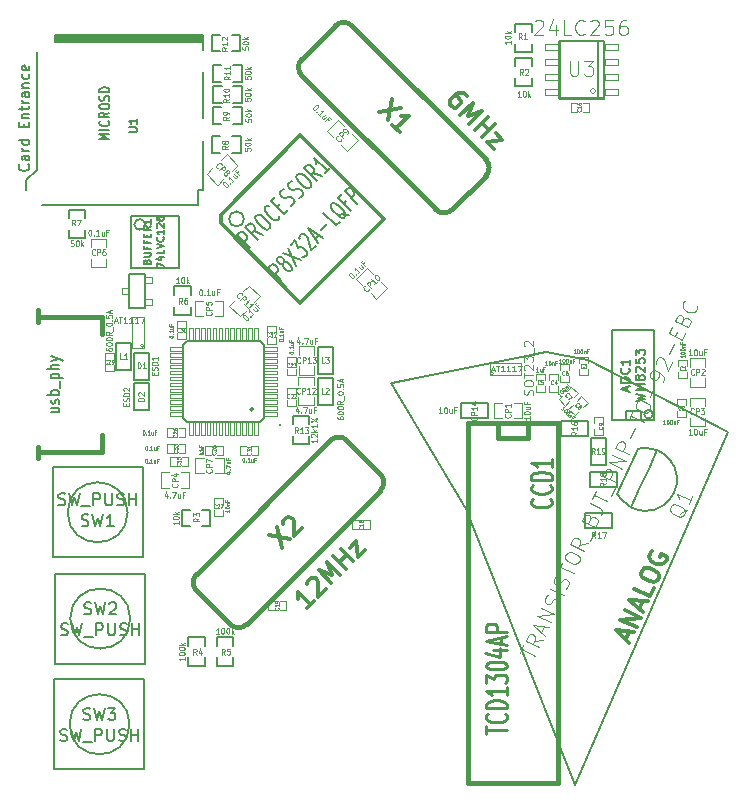
<source format=gto>
G04 (created by PCBNEW (2013-07-07 BZR 4022)-stable) date 6/4/2014 12:52:27 AM*
%MOIN*%
G04 Gerber Fmt 3.4, Leading zero omitted, Abs format*
%FSLAX34Y34*%
G01*
G70*
G90*
G04 APERTURE LIST*
%ADD10C,0.00590551*%
%ADD11C,0.00787402*%
%ADD12C,0.011811*%
%ADD13C,0.008*%
%ADD14C,0.006*%
%ADD15C,0.012*%
%ADD16C,0.0065*%
%ADD17C,0.005*%
%ADD18C,0.0031*%
%ADD19C,0.0047*%
%ADD20C,0.007*%
%ADD21C,0.0026*%
%ADD22C,0.0025*%
%ADD23C,0.0039*%
%ADD24C,0.0078*%
%ADD25C,0.015*%
%ADD26C,0.0028*%
%ADD27C,0.0045*%
%ADD28C,0.00344488*%
%ADD29C,0.0035*%
%ADD30C,0.01125*%
%ADD31C,0.0019685*%
%ADD32C,0.00688976*%
G04 APERTURE END LIST*
G54D10*
G54D11*
X47055Y-43750D02*
X41895Y-44770D01*
G54D12*
X49695Y-53321D02*
X49809Y-53064D01*
X49826Y-53441D02*
X49366Y-53021D01*
X49986Y-53081D01*
X50066Y-52902D02*
X49527Y-52661D01*
X50203Y-52593D01*
X49664Y-52353D01*
X50152Y-52293D02*
X50267Y-52037D01*
X50283Y-52413D02*
X49824Y-51993D01*
X50444Y-52054D01*
X50638Y-51617D02*
X50524Y-51874D01*
X49984Y-51634D01*
X50224Y-51094D02*
X50270Y-50992D01*
X50319Y-50952D01*
X50393Y-50923D01*
X50507Y-50943D01*
X50687Y-51023D01*
X50778Y-51095D01*
X50807Y-51169D01*
X50810Y-51232D01*
X50764Y-51334D01*
X50715Y-51374D01*
X50641Y-51403D01*
X50527Y-51383D01*
X50347Y-51303D01*
X50256Y-51231D01*
X50227Y-51157D01*
X50224Y-51094D01*
X50582Y-50361D02*
X50533Y-50401D01*
X50499Y-50478D01*
X50490Y-50566D01*
X50519Y-50640D01*
X50559Y-50689D01*
X50650Y-50760D01*
X50727Y-50795D01*
X50841Y-50815D01*
X50904Y-50812D01*
X50978Y-50784D01*
X51038Y-50718D01*
X51061Y-50667D01*
X51070Y-50578D01*
X51056Y-50541D01*
X50876Y-50461D01*
X50830Y-50564D01*
G54D11*
X48020Y-58160D02*
X44380Y-48980D01*
X53100Y-46400D02*
X48020Y-58160D01*
X48460Y-44000D02*
X53100Y-46400D01*
X47040Y-43740D02*
X48460Y-44000D01*
X44380Y-48980D02*
X41893Y-44767D01*
G54D13*
X34797Y-39204D02*
X33223Y-39204D01*
X33223Y-39204D02*
X33223Y-40936D01*
X33223Y-40936D02*
X34797Y-40936D01*
X34797Y-39204D02*
X34797Y-40936D01*
G54D14*
X33674Y-39486D02*
G75*
G03X33674Y-39486I-176J0D01*
G74*
G01*
G54D15*
X38850Y-36518D02*
X41636Y-39305D01*
X41636Y-39305D02*
X38850Y-42091D01*
X36198Y-39439D02*
X38850Y-42091D01*
X36198Y-39170D02*
X38850Y-36518D01*
X36198Y-39439D02*
X36198Y-39170D01*
G54D13*
X36978Y-39305D02*
G75*
G03X36978Y-39305I-250J0D01*
G74*
G01*
G54D16*
X49260Y-43016D02*
X49260Y-46016D01*
X50660Y-46016D02*
X50660Y-43016D01*
X49260Y-43016D02*
X50660Y-43016D01*
G54D14*
X50660Y-46016D02*
X49260Y-46016D01*
G54D17*
X50601Y-45816D02*
G75*
G03X50601Y-45816I-141J0D01*
G74*
G01*
X49710Y-46016D02*
X49710Y-45716D01*
X49710Y-45716D02*
X50210Y-45716D01*
X50210Y-45716D02*
X50210Y-46016D01*
G54D18*
X33640Y-43527D02*
G75*
G03X33640Y-43527I-62J0D01*
G74*
G01*
X33240Y-42564D02*
X33640Y-42564D01*
X33240Y-43589D02*
X33640Y-43589D01*
X33640Y-42564D02*
X33640Y-43589D01*
X33240Y-43589D02*
X33240Y-42564D01*
G54D17*
X36615Y-53523D02*
X36615Y-53245D01*
X36615Y-53245D02*
X36065Y-53245D01*
X36065Y-53245D02*
X36065Y-53523D01*
X36615Y-54195D02*
X36615Y-53917D01*
X36615Y-54195D02*
X36065Y-54195D01*
X36065Y-54195D02*
X36065Y-53917D01*
X46016Y-33462D02*
X46016Y-33740D01*
X46016Y-33740D02*
X46566Y-33740D01*
X46566Y-33740D02*
X46566Y-33462D01*
X46016Y-32790D02*
X46016Y-33068D01*
X46016Y-32790D02*
X46566Y-32790D01*
X46566Y-32790D02*
X46566Y-33068D01*
X35187Y-49001D02*
X34909Y-49001D01*
X34909Y-49001D02*
X34909Y-49551D01*
X34909Y-49551D02*
X35187Y-49551D01*
X35859Y-49001D02*
X35581Y-49001D01*
X35859Y-49001D02*
X35859Y-49551D01*
X35859Y-49551D02*
X35581Y-49551D01*
X46562Y-34206D02*
X46562Y-33928D01*
X46562Y-33928D02*
X46012Y-33928D01*
X46012Y-33928D02*
X46012Y-34206D01*
X46562Y-34878D02*
X46562Y-34600D01*
X46562Y-34878D02*
X46012Y-34878D01*
X46012Y-34878D02*
X46012Y-34600D01*
X35199Y-41833D02*
X35199Y-41555D01*
X35199Y-41555D02*
X34649Y-41555D01*
X34649Y-41555D02*
X34649Y-41833D01*
X35199Y-42505D02*
X35199Y-42227D01*
X35199Y-42505D02*
X34649Y-42505D01*
X34649Y-42505D02*
X34649Y-42227D01*
X35675Y-53523D02*
X35675Y-53245D01*
X35675Y-53245D02*
X35125Y-53245D01*
X35125Y-53245D02*
X35125Y-53523D01*
X35675Y-54195D02*
X35675Y-53917D01*
X35675Y-54195D02*
X35125Y-54195D01*
X35125Y-54195D02*
X35125Y-53917D01*
X36627Y-35435D02*
X36905Y-35435D01*
X36905Y-35435D02*
X36905Y-34885D01*
X36905Y-34885D02*
X36627Y-34885D01*
X35955Y-35435D02*
X36233Y-35435D01*
X35955Y-35435D02*
X35955Y-34885D01*
X35955Y-34885D02*
X36233Y-34885D01*
X36223Y-34185D02*
X35945Y-34185D01*
X35945Y-34185D02*
X35945Y-34735D01*
X35945Y-34735D02*
X36223Y-34735D01*
X36895Y-34185D02*
X36617Y-34185D01*
X36895Y-34185D02*
X36895Y-34735D01*
X36895Y-34735D02*
X36617Y-34735D01*
X36569Y-33721D02*
X36847Y-33721D01*
X36847Y-33721D02*
X36847Y-33171D01*
X36847Y-33171D02*
X36569Y-33171D01*
X35897Y-33721D02*
X36175Y-33721D01*
X35897Y-33721D02*
X35897Y-33171D01*
X35897Y-33171D02*
X36175Y-33171D01*
X36617Y-36125D02*
X36895Y-36125D01*
X36895Y-36125D02*
X36895Y-35575D01*
X36895Y-35575D02*
X36617Y-35575D01*
X35945Y-36125D02*
X36223Y-36125D01*
X35945Y-36125D02*
X35945Y-35575D01*
X35945Y-35575D02*
X36223Y-35575D01*
X36583Y-37089D02*
X36861Y-37089D01*
X36861Y-37089D02*
X36861Y-36539D01*
X36861Y-36539D02*
X36583Y-36539D01*
X35911Y-37089D02*
X36189Y-37089D01*
X35911Y-37089D02*
X35911Y-36539D01*
X35911Y-36539D02*
X36189Y-36539D01*
X31135Y-39663D02*
X31135Y-39941D01*
X31135Y-39941D02*
X31685Y-39941D01*
X31685Y-39941D02*
X31685Y-39663D01*
X31135Y-38991D02*
X31135Y-39269D01*
X31135Y-38991D02*
X31685Y-38991D01*
X31685Y-38991D02*
X31685Y-39269D01*
X39145Y-46145D02*
X39145Y-45867D01*
X39145Y-45867D02*
X38595Y-45867D01*
X38595Y-45867D02*
X38595Y-46145D01*
X39145Y-46817D02*
X39145Y-46539D01*
X39145Y-46817D02*
X38595Y-46817D01*
X38595Y-46817D02*
X38595Y-46539D01*
G54D19*
X31874Y-40625D02*
X31874Y-40900D01*
X31874Y-40231D02*
X31874Y-39956D01*
X32386Y-40625D02*
X32386Y-40900D01*
X32386Y-39956D02*
X32386Y-40231D01*
X32380Y-40900D02*
X31880Y-40900D01*
X31880Y-39956D02*
X32380Y-39956D01*
X41196Y-41778D02*
X41390Y-41972D01*
X40917Y-41499D02*
X40723Y-41305D01*
X41558Y-41416D02*
X41752Y-41610D01*
X41085Y-40943D02*
X41279Y-41137D01*
X41748Y-41614D02*
X41394Y-41968D01*
X40727Y-41301D02*
X41081Y-40947D01*
X40301Y-36199D02*
X40107Y-36005D01*
X40580Y-36478D02*
X40774Y-36672D01*
X39939Y-36561D02*
X39745Y-36367D01*
X40412Y-37034D02*
X40218Y-36840D01*
X39749Y-36363D02*
X40103Y-36009D01*
X40770Y-36676D02*
X40416Y-37030D01*
X35927Y-37614D02*
X35733Y-37808D01*
X36206Y-37335D02*
X36400Y-37141D01*
X36289Y-37976D02*
X36095Y-38170D01*
X36762Y-37503D02*
X36568Y-37697D01*
X36091Y-38166D02*
X35737Y-37812D01*
X36404Y-37145D02*
X36758Y-37499D01*
X45587Y-45438D02*
X45312Y-45438D01*
X45981Y-45438D02*
X46256Y-45438D01*
X45587Y-45950D02*
X45312Y-45950D01*
X46256Y-45950D02*
X45981Y-45950D01*
X45312Y-45944D02*
X45312Y-45444D01*
X46256Y-45444D02*
X46256Y-45944D01*
X51828Y-45927D02*
X51828Y-46202D01*
X51828Y-45533D02*
X51828Y-45258D01*
X52340Y-45927D02*
X52340Y-46202D01*
X52340Y-45258D02*
X52340Y-45533D01*
X52334Y-46202D02*
X51834Y-46202D01*
X51834Y-45258D02*
X52334Y-45258D01*
X51844Y-44619D02*
X51844Y-44894D01*
X51844Y-44225D02*
X51844Y-43950D01*
X52356Y-44619D02*
X52356Y-44894D01*
X52356Y-43950D02*
X52356Y-44225D01*
X52350Y-44894D02*
X51850Y-44894D01*
X51850Y-43950D02*
X52350Y-43950D01*
X35621Y-42034D02*
X35346Y-42034D01*
X36015Y-42034D02*
X36290Y-42034D01*
X35621Y-42546D02*
X35346Y-42546D01*
X36290Y-42546D02*
X36015Y-42546D01*
X35346Y-42540D02*
X35346Y-42040D01*
X36290Y-42040D02*
X36290Y-42540D01*
X34489Y-47754D02*
X34214Y-47754D01*
X34883Y-47754D02*
X35158Y-47754D01*
X34489Y-48266D02*
X34214Y-48266D01*
X35158Y-48266D02*
X34883Y-48266D01*
X34214Y-48260D02*
X34214Y-47760D01*
X35158Y-47760D02*
X35158Y-48260D01*
X39300Y-44847D02*
X39300Y-44572D01*
X39300Y-45241D02*
X39300Y-45516D01*
X38788Y-44847D02*
X38788Y-44572D01*
X38788Y-45516D02*
X38788Y-45241D01*
X38794Y-44572D02*
X39294Y-44572D01*
X39294Y-45516D02*
X38794Y-45516D01*
X39314Y-43826D02*
X39314Y-43551D01*
X39314Y-44220D02*
X39314Y-44495D01*
X38802Y-43826D02*
X38802Y-43551D01*
X38802Y-44495D02*
X38802Y-44220D01*
X38808Y-43551D02*
X39308Y-43551D01*
X39308Y-44495D02*
X38808Y-44495D01*
X36025Y-47786D02*
X36300Y-47786D01*
X35631Y-47786D02*
X35356Y-47786D01*
X36025Y-47274D02*
X36300Y-47274D01*
X35356Y-47274D02*
X35631Y-47274D01*
X36300Y-47280D02*
X36300Y-47780D01*
X35356Y-47780D02*
X35356Y-47280D01*
X36669Y-41998D02*
X36475Y-42192D01*
X36948Y-41719D02*
X37142Y-41525D01*
X37031Y-42360D02*
X36837Y-42554D01*
X37504Y-41887D02*
X37310Y-42081D01*
X36833Y-42550D02*
X36479Y-42196D01*
X37146Y-41529D02*
X37500Y-41883D01*
G54D17*
X33312Y-45680D02*
X33312Y-44780D01*
X33312Y-44780D02*
X33812Y-44780D01*
X33812Y-44780D02*
X33812Y-45680D01*
X33812Y-45680D02*
X33312Y-45680D01*
X33812Y-43758D02*
X33812Y-44658D01*
X33812Y-44658D02*
X33312Y-44658D01*
X33312Y-44658D02*
X33312Y-43758D01*
X33312Y-43758D02*
X33812Y-43758D01*
X32708Y-44352D02*
X32708Y-43452D01*
X32708Y-43452D02*
X33208Y-43452D01*
X33208Y-43452D02*
X33208Y-44352D01*
X33208Y-44352D02*
X32708Y-44352D01*
X39928Y-44602D02*
X39928Y-45502D01*
X39928Y-45502D02*
X39428Y-45502D01*
X39428Y-45502D02*
X39428Y-44602D01*
X39428Y-44602D02*
X39928Y-44602D01*
X39932Y-43574D02*
X39932Y-44474D01*
X39932Y-44474D02*
X39432Y-44474D01*
X39432Y-44474D02*
X39432Y-43574D01*
X39432Y-43574D02*
X39932Y-43574D01*
G54D20*
X35593Y-33354D02*
X30691Y-33354D01*
X30672Y-33315D02*
X35613Y-33315D01*
X35593Y-33216D02*
X30691Y-33216D01*
X35613Y-33157D02*
X35613Y-33256D01*
X30672Y-33157D02*
X35613Y-33157D01*
X30672Y-33394D02*
X35613Y-33394D01*
X30672Y-33157D02*
X30672Y-33394D01*
X35613Y-38334D02*
X35455Y-38334D01*
X30239Y-38827D02*
X35455Y-38827D01*
X35455Y-38827D02*
X35455Y-38334D01*
X30061Y-33728D02*
X30061Y-37665D01*
X30061Y-37665D02*
X29727Y-38000D01*
X29727Y-38000D02*
X29727Y-38334D01*
X35613Y-36701D02*
X35613Y-38334D01*
X35613Y-34417D02*
X35613Y-35953D01*
X35613Y-33256D02*
X35613Y-33669D01*
X30672Y-33256D02*
X35613Y-33256D01*
G54D21*
X33132Y-41796D02*
X33132Y-41616D01*
X33132Y-41616D02*
X32903Y-41616D01*
X32903Y-41796D02*
X32903Y-41616D01*
X33132Y-41796D02*
X32903Y-41796D01*
X33921Y-41426D02*
X33921Y-41246D01*
X33921Y-41246D02*
X33692Y-41246D01*
X33692Y-41426D02*
X33692Y-41246D01*
X33921Y-41426D02*
X33692Y-41426D01*
X33921Y-42166D02*
X33921Y-41986D01*
X33921Y-41986D02*
X33692Y-41986D01*
X33692Y-42166D02*
X33692Y-41986D01*
X33921Y-42166D02*
X33692Y-42166D01*
G54D14*
X33152Y-41146D02*
X33672Y-41146D01*
X33672Y-41146D02*
X33672Y-42266D01*
X33672Y-42266D02*
X33152Y-42266D01*
X33152Y-42266D02*
X33152Y-41146D01*
X33472Y-42266D02*
X33152Y-42266D01*
X33152Y-42266D02*
X33152Y-42046D01*
X33152Y-41146D02*
X33472Y-41146D01*
X33152Y-41366D02*
X33152Y-41146D01*
G54D21*
X49438Y-35177D02*
X49438Y-34984D01*
X49438Y-34984D02*
X49005Y-34984D01*
X49005Y-35177D02*
X49005Y-34984D01*
X49438Y-35177D02*
X49005Y-35177D01*
X49438Y-34677D02*
X49438Y-34484D01*
X49438Y-34484D02*
X49005Y-34484D01*
X49005Y-34677D02*
X49005Y-34484D01*
X49438Y-34677D02*
X49005Y-34677D01*
X49438Y-34178D02*
X49438Y-33985D01*
X49438Y-33985D02*
X49005Y-33985D01*
X49005Y-34178D02*
X49005Y-33985D01*
X49438Y-34178D02*
X49005Y-34178D01*
X49438Y-33678D02*
X49438Y-33485D01*
X49438Y-33485D02*
X49005Y-33485D01*
X49005Y-33678D02*
X49005Y-33485D01*
X49438Y-33678D02*
X49005Y-33678D01*
X47431Y-33678D02*
X47431Y-33485D01*
X47431Y-33485D02*
X46998Y-33485D01*
X46998Y-33678D02*
X46998Y-33485D01*
X47431Y-33678D02*
X46998Y-33678D01*
X47431Y-34178D02*
X47431Y-33985D01*
X47431Y-33985D02*
X46998Y-33985D01*
X46998Y-34178D02*
X46998Y-33985D01*
X47431Y-34178D02*
X46998Y-34178D01*
X47431Y-34677D02*
X47431Y-34484D01*
X47431Y-34484D02*
X46998Y-34484D01*
X46998Y-34677D02*
X46998Y-34484D01*
X47431Y-34677D02*
X46998Y-34677D01*
X47431Y-35177D02*
X47431Y-34984D01*
X47431Y-34984D02*
X46998Y-34984D01*
X46998Y-35177D02*
X46998Y-34984D01*
X47431Y-35177D02*
X46998Y-35177D01*
G54D13*
X47470Y-33387D02*
X48769Y-33387D01*
X48769Y-33387D02*
X48966Y-33387D01*
X48966Y-33387D02*
X48966Y-35275D01*
X48966Y-35275D02*
X48769Y-35275D01*
X48769Y-35275D02*
X47470Y-35275D01*
X47470Y-35275D02*
X47470Y-33387D01*
X48769Y-33387D02*
X48769Y-35275D01*
G54D17*
X47510Y-35315D02*
X47510Y-33387D01*
X47510Y-33387D02*
X48966Y-33387D01*
X48966Y-33387D02*
X48966Y-35315D01*
X48966Y-35315D02*
X47510Y-35315D01*
G54D22*
X48688Y-35039D02*
G75*
G03X48688Y-35039I-77J0D01*
G74*
G01*
G54D21*
X38062Y-45744D02*
X37649Y-45744D01*
X37649Y-45744D02*
X37649Y-45862D01*
X38062Y-45862D02*
X37649Y-45862D01*
X38062Y-45744D02*
X38062Y-45862D01*
X38062Y-45547D02*
X37649Y-45547D01*
X37649Y-45547D02*
X37649Y-45665D01*
X38062Y-45665D02*
X37649Y-45665D01*
X38062Y-45547D02*
X38062Y-45665D01*
X38062Y-45350D02*
X37649Y-45350D01*
X37649Y-45350D02*
X37649Y-45469D01*
X38062Y-45469D02*
X37649Y-45469D01*
X38062Y-45350D02*
X38062Y-45469D01*
X38062Y-45154D02*
X37649Y-45154D01*
X37649Y-45154D02*
X37649Y-45272D01*
X38062Y-45272D02*
X37649Y-45272D01*
X38062Y-45154D02*
X38062Y-45272D01*
X38062Y-44957D02*
X37649Y-44957D01*
X37649Y-44957D02*
X37649Y-45075D01*
X38062Y-45075D02*
X37649Y-45075D01*
X38062Y-44957D02*
X38062Y-45075D01*
X38062Y-44760D02*
X37649Y-44760D01*
X37649Y-44760D02*
X37649Y-44878D01*
X38062Y-44878D02*
X37649Y-44878D01*
X38062Y-44760D02*
X38062Y-44878D01*
X38062Y-44564D02*
X37649Y-44564D01*
X37649Y-44564D02*
X37649Y-44682D01*
X38062Y-44682D02*
X37649Y-44682D01*
X38062Y-44564D02*
X38062Y-44682D01*
X38062Y-44367D02*
X37649Y-44367D01*
X37649Y-44367D02*
X37649Y-44485D01*
X38062Y-44485D02*
X37649Y-44485D01*
X38062Y-44367D02*
X38062Y-44485D01*
X38062Y-44170D02*
X37649Y-44170D01*
X37649Y-44170D02*
X37649Y-44288D01*
X38062Y-44288D02*
X37649Y-44288D01*
X38062Y-44170D02*
X38062Y-44288D01*
X38062Y-43973D02*
X37649Y-43973D01*
X37649Y-43973D02*
X37649Y-44092D01*
X38062Y-44092D02*
X37649Y-44092D01*
X38062Y-43973D02*
X38062Y-44092D01*
X38062Y-43777D02*
X37649Y-43777D01*
X37649Y-43777D02*
X37649Y-43895D01*
X38062Y-43895D02*
X37649Y-43895D01*
X38062Y-43777D02*
X38062Y-43895D01*
X38062Y-43580D02*
X37649Y-43580D01*
X37649Y-43580D02*
X37649Y-43698D01*
X38062Y-43698D02*
X37649Y-43698D01*
X38062Y-43580D02*
X38062Y-43698D01*
X37432Y-42950D02*
X37314Y-42950D01*
X37314Y-42950D02*
X37314Y-43363D01*
X37432Y-43363D02*
X37314Y-43363D01*
X37432Y-42950D02*
X37432Y-43363D01*
X37235Y-42950D02*
X37117Y-42950D01*
X37117Y-42950D02*
X37117Y-43363D01*
X37235Y-43363D02*
X37117Y-43363D01*
X37235Y-42950D02*
X37235Y-43363D01*
X37039Y-42950D02*
X36920Y-42950D01*
X36920Y-42950D02*
X36920Y-43363D01*
X37039Y-43363D02*
X36920Y-43363D01*
X37039Y-42950D02*
X37039Y-43363D01*
X36842Y-42950D02*
X36724Y-42950D01*
X36724Y-42950D02*
X36724Y-43363D01*
X36842Y-43363D02*
X36724Y-43363D01*
X36842Y-42950D02*
X36842Y-43363D01*
X36645Y-42950D02*
X36527Y-42950D01*
X36527Y-42950D02*
X36527Y-43363D01*
X36645Y-43363D02*
X36527Y-43363D01*
X36645Y-42950D02*
X36645Y-43363D01*
X36448Y-42950D02*
X36330Y-42950D01*
X36330Y-42950D02*
X36330Y-43363D01*
X36448Y-43363D02*
X36330Y-43363D01*
X36448Y-42950D02*
X36448Y-43363D01*
X36252Y-42950D02*
X36134Y-42950D01*
X36134Y-42950D02*
X36134Y-43363D01*
X36252Y-43363D02*
X36134Y-43363D01*
X36252Y-42950D02*
X36252Y-43363D01*
X36055Y-42950D02*
X35937Y-42950D01*
X35937Y-42950D02*
X35937Y-43363D01*
X36055Y-43363D02*
X35937Y-43363D01*
X36055Y-42950D02*
X36055Y-43363D01*
X35858Y-42950D02*
X35740Y-42950D01*
X35740Y-42950D02*
X35740Y-43363D01*
X35858Y-43363D02*
X35740Y-43363D01*
X35858Y-42950D02*
X35858Y-43363D01*
X35662Y-42950D02*
X35543Y-42950D01*
X35543Y-42950D02*
X35543Y-43363D01*
X35662Y-43363D02*
X35543Y-43363D01*
X35662Y-42950D02*
X35662Y-43363D01*
X35465Y-42950D02*
X35347Y-42950D01*
X35347Y-42950D02*
X35347Y-43363D01*
X35465Y-43363D02*
X35347Y-43363D01*
X35465Y-42950D02*
X35465Y-43363D01*
X35268Y-42950D02*
X35150Y-42950D01*
X35150Y-42950D02*
X35150Y-43363D01*
X35268Y-43363D02*
X35150Y-43363D01*
X35268Y-42950D02*
X35268Y-43363D01*
X34933Y-43580D02*
X34520Y-43580D01*
X34520Y-43580D02*
X34520Y-43698D01*
X34933Y-43698D02*
X34520Y-43698D01*
X34933Y-43580D02*
X34933Y-43698D01*
X34933Y-43777D02*
X34520Y-43777D01*
X34520Y-43777D02*
X34520Y-43895D01*
X34933Y-43895D02*
X34520Y-43895D01*
X34933Y-43777D02*
X34933Y-43895D01*
X34933Y-43973D02*
X34520Y-43973D01*
X34520Y-43973D02*
X34520Y-44092D01*
X34933Y-44092D02*
X34520Y-44092D01*
X34933Y-43973D02*
X34933Y-44092D01*
X34933Y-44170D02*
X34520Y-44170D01*
X34520Y-44170D02*
X34520Y-44288D01*
X34933Y-44288D02*
X34520Y-44288D01*
X34933Y-44170D02*
X34933Y-44288D01*
X34933Y-44367D02*
X34520Y-44367D01*
X34520Y-44367D02*
X34520Y-44485D01*
X34933Y-44485D02*
X34520Y-44485D01*
X34933Y-44367D02*
X34933Y-44485D01*
X34933Y-44564D02*
X34520Y-44564D01*
X34520Y-44564D02*
X34520Y-44682D01*
X34933Y-44682D02*
X34520Y-44682D01*
X34933Y-44564D02*
X34933Y-44682D01*
X34933Y-44760D02*
X34520Y-44760D01*
X34520Y-44760D02*
X34520Y-44878D01*
X34933Y-44878D02*
X34520Y-44878D01*
X34933Y-44760D02*
X34933Y-44878D01*
X34933Y-44957D02*
X34520Y-44957D01*
X34520Y-44957D02*
X34520Y-45075D01*
X34933Y-45075D02*
X34520Y-45075D01*
X34933Y-44957D02*
X34933Y-45075D01*
X34933Y-45154D02*
X34520Y-45154D01*
X34520Y-45154D02*
X34520Y-45272D01*
X34933Y-45272D02*
X34520Y-45272D01*
X34933Y-45154D02*
X34933Y-45272D01*
X34933Y-45350D02*
X34520Y-45350D01*
X34520Y-45350D02*
X34520Y-45469D01*
X34933Y-45469D02*
X34520Y-45469D01*
X34933Y-45350D02*
X34933Y-45469D01*
X34933Y-45547D02*
X34520Y-45547D01*
X34520Y-45547D02*
X34520Y-45665D01*
X34933Y-45665D02*
X34520Y-45665D01*
X34933Y-45547D02*
X34933Y-45665D01*
X34933Y-45744D02*
X34520Y-45744D01*
X34520Y-45744D02*
X34520Y-45862D01*
X34933Y-45862D02*
X34520Y-45862D01*
X34933Y-45744D02*
X34933Y-45862D01*
X35268Y-46079D02*
X35150Y-46079D01*
X35150Y-46079D02*
X35150Y-46492D01*
X35268Y-46492D02*
X35150Y-46492D01*
X35268Y-46079D02*
X35268Y-46492D01*
X35465Y-46079D02*
X35347Y-46079D01*
X35347Y-46079D02*
X35347Y-46492D01*
X35465Y-46492D02*
X35347Y-46492D01*
X35465Y-46079D02*
X35465Y-46492D01*
X35662Y-46079D02*
X35543Y-46079D01*
X35543Y-46079D02*
X35543Y-46492D01*
X35662Y-46492D02*
X35543Y-46492D01*
X35662Y-46079D02*
X35662Y-46492D01*
X35858Y-46079D02*
X35740Y-46079D01*
X35740Y-46079D02*
X35740Y-46492D01*
X35858Y-46492D02*
X35740Y-46492D01*
X35858Y-46079D02*
X35858Y-46492D01*
X36055Y-46079D02*
X35937Y-46079D01*
X35937Y-46079D02*
X35937Y-46492D01*
X36055Y-46492D02*
X35937Y-46492D01*
X36055Y-46079D02*
X36055Y-46492D01*
X36252Y-46079D02*
X36134Y-46079D01*
X36134Y-46079D02*
X36134Y-46492D01*
X36252Y-46492D02*
X36134Y-46492D01*
X36252Y-46079D02*
X36252Y-46492D01*
X36448Y-46079D02*
X36330Y-46079D01*
X36330Y-46079D02*
X36330Y-46492D01*
X36448Y-46492D02*
X36330Y-46492D01*
X36448Y-46079D02*
X36448Y-46492D01*
X36645Y-46079D02*
X36527Y-46079D01*
X36527Y-46079D02*
X36527Y-46492D01*
X36645Y-46492D02*
X36527Y-46492D01*
X36645Y-46079D02*
X36645Y-46492D01*
X36842Y-46079D02*
X36724Y-46079D01*
X36724Y-46079D02*
X36724Y-46492D01*
X36842Y-46492D02*
X36724Y-46492D01*
X36842Y-46079D02*
X36842Y-46492D01*
X37039Y-46079D02*
X36920Y-46079D01*
X36920Y-46079D02*
X36920Y-46492D01*
X37039Y-46492D02*
X36920Y-46492D01*
X37039Y-46079D02*
X37039Y-46492D01*
X37235Y-46079D02*
X37117Y-46079D01*
X37117Y-46079D02*
X37117Y-46492D01*
X37235Y-46492D02*
X37117Y-46492D01*
X37235Y-46079D02*
X37235Y-46492D01*
X37432Y-46079D02*
X37314Y-46079D01*
X37314Y-46079D02*
X37314Y-46492D01*
X37432Y-46492D02*
X37314Y-46492D01*
X37432Y-46079D02*
X37432Y-46492D01*
G54D14*
X37511Y-43383D02*
X35071Y-43383D01*
X34953Y-43501D02*
X34953Y-45941D01*
X35071Y-46059D02*
X37511Y-46059D01*
X37511Y-46059D02*
X37629Y-45941D01*
X37629Y-45941D02*
X37629Y-43501D01*
X37629Y-43501D02*
X37511Y-43383D01*
X35071Y-43383D02*
X34953Y-43501D01*
X34953Y-45941D02*
X35071Y-46059D01*
G54D23*
X38206Y-46179D02*
G75*
G03X38206Y-46179I-26J0D01*
G74*
G01*
G54D24*
X37290Y-45646D02*
G75*
G03X37290Y-45646I-55J0D01*
G74*
G01*
G54D25*
X46460Y-46110D02*
X46460Y-46610D01*
X46460Y-46610D02*
X45460Y-46610D01*
X45460Y-46610D02*
X45460Y-46110D01*
X47460Y-46110D02*
X47460Y-58110D01*
X47460Y-58110D02*
X44460Y-58110D01*
X44460Y-58110D02*
X44460Y-46110D01*
X44460Y-46110D02*
X47460Y-46110D01*
X38907Y-34533D02*
X43362Y-38988D01*
X40021Y-32864D02*
X38908Y-33977D01*
X38907Y-33976D02*
G75*
G03X38907Y-34533I278J-278D01*
G74*
G01*
X40577Y-32863D02*
X45032Y-37318D01*
X40576Y-32864D02*
G75*
G03X40021Y-32864I-277J-277D01*
G74*
G01*
X43363Y-38987D02*
G75*
G03X43918Y-38987I277J277D01*
G74*
G01*
X45031Y-37874D02*
X43918Y-38987D01*
X45032Y-37875D02*
G75*
G03X45032Y-37318I-278J278D01*
G74*
G01*
X37067Y-52813D02*
X41522Y-48358D01*
X35398Y-51699D02*
X36511Y-52812D01*
X36510Y-52813D02*
G75*
G03X37067Y-52813I278J278D01*
G74*
G01*
X35397Y-51143D02*
X39852Y-46688D01*
X35398Y-51144D02*
G75*
G03X35398Y-51699I277J-277D01*
G74*
G01*
X41521Y-48357D02*
G75*
G03X41521Y-47802I-277J277D01*
G74*
G01*
X40408Y-46689D02*
X41521Y-47802D01*
X40409Y-46688D02*
G75*
G03X39852Y-46688I-278J-278D01*
G74*
G01*
G54D26*
X47160Y-44860D02*
X47160Y-45060D01*
X47160Y-45060D02*
X47460Y-45060D01*
X47460Y-45060D02*
X47460Y-44860D01*
X47160Y-44660D02*
X47160Y-44460D01*
X47160Y-44460D02*
X47460Y-44460D01*
X47460Y-44460D02*
X47460Y-44660D01*
X51752Y-44198D02*
X51752Y-43998D01*
X51752Y-43998D02*
X51452Y-43998D01*
X51452Y-43998D02*
X51452Y-44198D01*
X51752Y-44398D02*
X51752Y-44598D01*
X51752Y-44598D02*
X51452Y-44598D01*
X51452Y-44598D02*
X51452Y-44398D01*
X51700Y-45510D02*
X51700Y-45310D01*
X51700Y-45310D02*
X51400Y-45310D01*
X51400Y-45310D02*
X51400Y-45510D01*
X51700Y-45710D02*
X51700Y-45910D01*
X51700Y-45910D02*
X51400Y-45910D01*
X51400Y-45910D02*
X51400Y-45710D01*
X48448Y-44108D02*
X48448Y-43908D01*
X48448Y-43908D02*
X48148Y-43908D01*
X48148Y-43908D02*
X48148Y-44108D01*
X48448Y-44308D02*
X48448Y-44508D01*
X48448Y-44508D02*
X48148Y-44508D01*
X48148Y-44508D02*
X48148Y-44308D01*
X46710Y-44860D02*
X46710Y-45060D01*
X46710Y-45060D02*
X47010Y-45060D01*
X47010Y-45060D02*
X47010Y-44860D01*
X46710Y-44660D02*
X46710Y-44460D01*
X46710Y-44460D02*
X47010Y-44460D01*
X47010Y-44460D02*
X47010Y-44660D01*
X47826Y-44352D02*
X47826Y-44152D01*
X47826Y-44152D02*
X47526Y-44152D01*
X47526Y-44152D02*
X47526Y-44352D01*
X47826Y-44552D02*
X47826Y-44752D01*
X47826Y-44752D02*
X47526Y-44752D01*
X47526Y-44752D02*
X47526Y-44552D01*
X47961Y-45245D02*
X48103Y-45103D01*
X48103Y-45103D02*
X47891Y-44891D01*
X47891Y-44891D02*
X47749Y-45033D01*
X47820Y-45386D02*
X47678Y-45528D01*
X47678Y-45528D02*
X47466Y-45316D01*
X47466Y-45316D02*
X47608Y-45174D01*
X48286Y-45570D02*
X48428Y-45428D01*
X48428Y-45428D02*
X48216Y-45216D01*
X48216Y-45216D02*
X48074Y-45358D01*
X48145Y-45711D02*
X48003Y-45853D01*
X48003Y-45853D02*
X47791Y-45641D01*
X47791Y-45641D02*
X47933Y-45499D01*
X32332Y-44174D02*
X32332Y-44374D01*
X32332Y-44374D02*
X32632Y-44374D01*
X32632Y-44374D02*
X32632Y-44174D01*
X32332Y-43974D02*
X32332Y-43774D01*
X32332Y-43774D02*
X32632Y-43774D01*
X32632Y-43774D02*
X32632Y-43974D01*
X40990Y-49650D02*
X41190Y-49650D01*
X41190Y-49650D02*
X41190Y-49350D01*
X41190Y-49350D02*
X40990Y-49350D01*
X40790Y-49650D02*
X40590Y-49650D01*
X40590Y-49650D02*
X40590Y-49350D01*
X40590Y-49350D02*
X40790Y-49350D01*
X38185Y-52335D02*
X38385Y-52335D01*
X38385Y-52335D02*
X38385Y-52035D01*
X38385Y-52035D02*
X38185Y-52035D01*
X37985Y-52335D02*
X37785Y-52335D01*
X37785Y-52335D02*
X37785Y-52035D01*
X37785Y-52035D02*
X37985Y-52035D01*
X35043Y-42913D02*
X35043Y-42713D01*
X35043Y-42713D02*
X34743Y-42713D01*
X34743Y-42713D02*
X34743Y-42913D01*
X35043Y-43113D02*
X35043Y-43313D01*
X35043Y-43313D02*
X34743Y-43313D01*
X34743Y-43313D02*
X34743Y-43113D01*
X37056Y-46866D02*
X36856Y-46866D01*
X36856Y-46866D02*
X36856Y-47166D01*
X36856Y-47166D02*
X37056Y-47166D01*
X37256Y-46866D02*
X37456Y-46866D01*
X37456Y-46866D02*
X37456Y-47166D01*
X37456Y-47166D02*
X37256Y-47166D01*
X37738Y-43268D02*
X37738Y-43468D01*
X37738Y-43468D02*
X38038Y-43468D01*
X38038Y-43468D02*
X38038Y-43268D01*
X37738Y-43068D02*
X37738Y-42868D01*
X37738Y-42868D02*
X38038Y-42868D01*
X38038Y-42868D02*
X38038Y-43068D01*
X34811Y-47106D02*
X35011Y-47106D01*
X35011Y-47106D02*
X35011Y-46806D01*
X35011Y-46806D02*
X34811Y-46806D01*
X34611Y-47106D02*
X34411Y-47106D01*
X34411Y-47106D02*
X34411Y-46806D01*
X34411Y-46806D02*
X34611Y-46806D01*
X34911Y-47545D02*
X35111Y-47545D01*
X35111Y-47545D02*
X35111Y-47245D01*
X35111Y-47245D02*
X34911Y-47245D01*
X34711Y-47545D02*
X34511Y-47545D01*
X34511Y-47545D02*
X34511Y-47245D01*
X34511Y-47245D02*
X34711Y-47245D01*
X38413Y-44293D02*
X38413Y-44493D01*
X38413Y-44493D02*
X38713Y-44493D01*
X38713Y-44493D02*
X38713Y-44293D01*
X38413Y-44093D02*
X38413Y-43893D01*
X38413Y-43893D02*
X38713Y-43893D01*
X38713Y-43893D02*
X38713Y-44093D01*
X48063Y-35427D02*
X47863Y-35427D01*
X47863Y-35427D02*
X47863Y-35727D01*
X47863Y-35727D02*
X48063Y-35727D01*
X48263Y-35427D02*
X48463Y-35427D01*
X48463Y-35427D02*
X48463Y-35727D01*
X48463Y-35727D02*
X48263Y-35727D01*
X38416Y-45324D02*
X38416Y-45524D01*
X38416Y-45524D02*
X38716Y-45524D01*
X38716Y-45524D02*
X38716Y-45324D01*
X38416Y-45124D02*
X38416Y-44924D01*
X38416Y-44924D02*
X38716Y-44924D01*
X38716Y-44924D02*
X38716Y-45124D01*
X36268Y-48800D02*
X36268Y-48600D01*
X36268Y-48600D02*
X35968Y-48600D01*
X35968Y-48600D02*
X35968Y-48800D01*
X36268Y-49000D02*
X36268Y-49200D01*
X36268Y-49200D02*
X35968Y-49200D01*
X35968Y-49200D02*
X35968Y-49000D01*
X34601Y-46271D02*
X34401Y-46271D01*
X34401Y-46271D02*
X34401Y-46571D01*
X34401Y-46571D02*
X34601Y-46571D01*
X34801Y-46271D02*
X35001Y-46271D01*
X35001Y-46271D02*
X35001Y-46571D01*
X35001Y-46571D02*
X34801Y-46571D01*
X36078Y-47156D02*
X36278Y-47156D01*
X36278Y-47156D02*
X36278Y-46856D01*
X36278Y-46856D02*
X36078Y-46856D01*
X35878Y-47156D02*
X35678Y-47156D01*
X35678Y-47156D02*
X35678Y-46856D01*
X35678Y-46856D02*
X35878Y-46856D01*
G54D18*
X45301Y-44446D02*
G75*
G03X45301Y-44446I-62J0D01*
G74*
G01*
X46202Y-44108D02*
X46202Y-44508D01*
X45177Y-44108D02*
X45177Y-44508D01*
X46202Y-44508D02*
X45177Y-44508D01*
X45177Y-44108D02*
X46202Y-44108D01*
G54D26*
X48928Y-46109D02*
X48928Y-45909D01*
X48928Y-45909D02*
X48628Y-45909D01*
X48628Y-45909D02*
X48628Y-46109D01*
X48928Y-46309D02*
X48928Y-46509D01*
X48928Y-46509D02*
X48628Y-46509D01*
X48628Y-46509D02*
X48628Y-46309D01*
G54D17*
X48510Y-47735D02*
X49410Y-47735D01*
X49410Y-47735D02*
X49410Y-48235D01*
X49410Y-48235D02*
X48510Y-48235D01*
X48510Y-48235D02*
X48510Y-47735D01*
X47560Y-46035D02*
X48460Y-46035D01*
X48460Y-46035D02*
X48460Y-46535D01*
X48460Y-46535D02*
X47560Y-46535D01*
X47560Y-46535D02*
X47560Y-46035D01*
X48360Y-49110D02*
X49260Y-49110D01*
X49260Y-49110D02*
X49260Y-49610D01*
X49260Y-49610D02*
X48360Y-49610D01*
X48360Y-49610D02*
X48360Y-49110D01*
X48535Y-47510D02*
X48535Y-46610D01*
X48535Y-46610D02*
X49035Y-46610D01*
X49035Y-46610D02*
X49035Y-47510D01*
X49035Y-47510D02*
X48535Y-47510D01*
G54D14*
X50119Y-46963D02*
X49422Y-48457D01*
X50125Y-48368D02*
X50503Y-47558D01*
X50547Y-47463D02*
X50757Y-47014D01*
X50503Y-47558D02*
X50547Y-47463D01*
X49871Y-48913D02*
X50081Y-48464D01*
X50081Y-48464D02*
X50125Y-48368D01*
X50365Y-49034D02*
G75*
G03X51166Y-47312I-5J1049D01*
G74*
G01*
X51166Y-47313D02*
G75*
G03X50758Y-47014I-806J-671D01*
G74*
G01*
X50756Y-47012D02*
G75*
G03X50356Y-46935I-396J-972D01*
G74*
G01*
X50354Y-46935D02*
G75*
G03X50118Y-46963I5J-1049D01*
G74*
G01*
X49555Y-48658D02*
G75*
G03X49872Y-48913I804J673D01*
G74*
G01*
X49871Y-48914D02*
G75*
G03X50363Y-49034I488J929D01*
G74*
G01*
X49423Y-48458D02*
G75*
G03X49560Y-48665I936J473D01*
G74*
G01*
G54D25*
X32257Y-43149D02*
X32257Y-42558D01*
X32257Y-42558D02*
X30190Y-42558D01*
X32257Y-46495D02*
X32257Y-47086D01*
X32257Y-47086D02*
X30190Y-47086D01*
X30111Y-42735D02*
X30111Y-42342D01*
X30111Y-46909D02*
X30111Y-47283D01*
G54D17*
X33098Y-49082D02*
G75*
G03X33098Y-49082I-1000J0D01*
G74*
G01*
X33598Y-50582D02*
X30598Y-50582D01*
X30598Y-50582D02*
X30598Y-47582D01*
X30598Y-47582D02*
X33598Y-47582D01*
X33598Y-50582D02*
X33598Y-47582D01*
X33186Y-52624D02*
G75*
G03X33186Y-52624I-1000J0D01*
G74*
G01*
X30686Y-51124D02*
X33686Y-51124D01*
X33686Y-51124D02*
X33686Y-54124D01*
X33686Y-54124D02*
X30686Y-54124D01*
X30686Y-51124D02*
X30686Y-54124D01*
X33160Y-56146D02*
G75*
G03X33160Y-56146I-1000J0D01*
G74*
G01*
X30660Y-54646D02*
X33660Y-54646D01*
X33660Y-54646D02*
X33660Y-57646D01*
X33660Y-57646D02*
X30660Y-57646D01*
X30660Y-54646D02*
X30660Y-57646D01*
X44218Y-45454D02*
X45118Y-45454D01*
X45118Y-45454D02*
X45118Y-45954D01*
X45118Y-45954D02*
X44218Y-45954D01*
X44218Y-45954D02*
X44218Y-45454D01*
G54D14*
X33745Y-40727D02*
X33756Y-40692D01*
X33768Y-40681D01*
X33791Y-40669D01*
X33825Y-40669D01*
X33848Y-40681D01*
X33859Y-40692D01*
X33871Y-40715D01*
X33871Y-40807D01*
X33631Y-40807D01*
X33631Y-40727D01*
X33642Y-40704D01*
X33654Y-40692D01*
X33676Y-40681D01*
X33699Y-40681D01*
X33722Y-40692D01*
X33734Y-40704D01*
X33745Y-40727D01*
X33745Y-40807D01*
X33631Y-40567D02*
X33825Y-40567D01*
X33848Y-40555D01*
X33859Y-40544D01*
X33871Y-40521D01*
X33871Y-40475D01*
X33859Y-40452D01*
X33848Y-40441D01*
X33825Y-40429D01*
X33631Y-40429D01*
X33745Y-40235D02*
X33745Y-40315D01*
X33871Y-40315D02*
X33631Y-40315D01*
X33631Y-40201D01*
X33745Y-40029D02*
X33745Y-40109D01*
X33871Y-40109D02*
X33631Y-40109D01*
X33631Y-39995D01*
X33745Y-39904D02*
X33745Y-39824D01*
X33871Y-39789D02*
X33871Y-39904D01*
X33631Y-39904D01*
X33631Y-39789D01*
X33871Y-39549D02*
X33756Y-39629D01*
X33871Y-39687D02*
X33631Y-39687D01*
X33631Y-39595D01*
X33642Y-39572D01*
X33654Y-39561D01*
X33676Y-39549D01*
X33711Y-39549D01*
X33734Y-39561D01*
X33745Y-39572D01*
X33756Y-39595D01*
X33756Y-39687D01*
X33871Y-39321D02*
X33871Y-39458D01*
X33871Y-39389D02*
X33631Y-39389D01*
X33665Y-39412D01*
X33688Y-39435D01*
X33699Y-39458D01*
X34064Y-40927D02*
X34064Y-40767D01*
X34304Y-40869D01*
X34144Y-40572D02*
X34304Y-40572D01*
X34052Y-40629D02*
X34224Y-40687D01*
X34224Y-40538D01*
X34304Y-40332D02*
X34304Y-40447D01*
X34064Y-40447D01*
X34064Y-40287D02*
X34304Y-40207D01*
X34064Y-40127D01*
X34281Y-39909D02*
X34292Y-39921D01*
X34304Y-39955D01*
X34304Y-39978D01*
X34292Y-40012D01*
X34269Y-40035D01*
X34247Y-40047D01*
X34201Y-40058D01*
X34167Y-40058D01*
X34121Y-40047D01*
X34098Y-40035D01*
X34075Y-40012D01*
X34064Y-39978D01*
X34064Y-39955D01*
X34075Y-39921D01*
X34087Y-39909D01*
X34304Y-39681D02*
X34304Y-39818D01*
X34304Y-39749D02*
X34064Y-39749D01*
X34098Y-39772D01*
X34121Y-39795D01*
X34132Y-39818D01*
X34087Y-39590D02*
X34075Y-39578D01*
X34064Y-39555D01*
X34064Y-39498D01*
X34075Y-39475D01*
X34087Y-39464D01*
X34109Y-39452D01*
X34132Y-39452D01*
X34167Y-39464D01*
X34304Y-39601D01*
X34304Y-39452D01*
X34064Y-39247D02*
X34064Y-39292D01*
X34075Y-39315D01*
X34087Y-39327D01*
X34121Y-39350D01*
X34167Y-39361D01*
X34258Y-39361D01*
X34281Y-39350D01*
X34292Y-39338D01*
X34304Y-39315D01*
X34304Y-39270D01*
X34292Y-39247D01*
X34281Y-39235D01*
X34258Y-39224D01*
X34201Y-39224D01*
X34178Y-39235D01*
X34167Y-39247D01*
X34155Y-39270D01*
X34155Y-39315D01*
X34167Y-39338D01*
X34178Y-39350D01*
X34201Y-39361D01*
G54D13*
X37164Y-40273D02*
X36740Y-39848D01*
X36848Y-39741D01*
X36895Y-39734D01*
X36929Y-39741D01*
X36982Y-39767D01*
X37043Y-39828D01*
X37070Y-39882D01*
X37077Y-39916D01*
X37070Y-39963D01*
X36962Y-40071D01*
X37609Y-39828D02*
X37312Y-39720D01*
X37447Y-39990D02*
X37023Y-39565D01*
X37131Y-39458D01*
X37178Y-39451D01*
X37211Y-39458D01*
X37265Y-39485D01*
X37326Y-39545D01*
X37353Y-39599D01*
X37360Y-39633D01*
X37353Y-39680D01*
X37245Y-39788D01*
X37360Y-39229D02*
X37413Y-39175D01*
X37461Y-39168D01*
X37528Y-39182D01*
X37622Y-39249D01*
X37764Y-39390D01*
X37831Y-39485D01*
X37844Y-39552D01*
X37838Y-39599D01*
X37784Y-39653D01*
X37737Y-39660D01*
X37669Y-39646D01*
X37575Y-39579D01*
X37434Y-39438D01*
X37366Y-39343D01*
X37353Y-39276D01*
X37360Y-39229D01*
X38147Y-39209D02*
X38154Y-39242D01*
X38134Y-39303D01*
X38107Y-39330D01*
X38046Y-39350D01*
X37979Y-39336D01*
X37925Y-39310D01*
X37831Y-39242D01*
X37770Y-39182D01*
X37703Y-39087D01*
X37676Y-39033D01*
X37663Y-38966D01*
X37683Y-38905D01*
X37710Y-38879D01*
X37770Y-38858D01*
X37804Y-38865D01*
X38087Y-38905D02*
X38181Y-38811D01*
X38444Y-38993D02*
X38309Y-39128D01*
X37885Y-38703D01*
X38019Y-38569D01*
X38531Y-38865D02*
X38592Y-38845D01*
X38659Y-38778D01*
X38666Y-38730D01*
X38659Y-38697D01*
X38632Y-38643D01*
X38592Y-38602D01*
X38538Y-38576D01*
X38504Y-38569D01*
X38457Y-38576D01*
X38383Y-38609D01*
X38336Y-38616D01*
X38302Y-38609D01*
X38248Y-38582D01*
X38208Y-38542D01*
X38181Y-38488D01*
X38174Y-38454D01*
X38181Y-38407D01*
X38248Y-38340D01*
X38309Y-38320D01*
X38801Y-38596D02*
X38861Y-38576D01*
X38929Y-38508D01*
X38935Y-38461D01*
X38929Y-38427D01*
X38902Y-38373D01*
X38861Y-38333D01*
X38807Y-38306D01*
X38774Y-38299D01*
X38727Y-38306D01*
X38653Y-38340D01*
X38605Y-38347D01*
X38572Y-38340D01*
X38518Y-38313D01*
X38477Y-38272D01*
X38450Y-38219D01*
X38444Y-38185D01*
X38450Y-38138D01*
X38518Y-38070D01*
X38578Y-38050D01*
X38733Y-37855D02*
X38787Y-37801D01*
X38834Y-37794D01*
X38902Y-37808D01*
X38996Y-37875D01*
X39137Y-38017D01*
X39205Y-38111D01*
X39218Y-38178D01*
X39211Y-38225D01*
X39158Y-38279D01*
X39110Y-38286D01*
X39043Y-38272D01*
X38949Y-38205D01*
X38807Y-38064D01*
X38740Y-37969D01*
X38727Y-37902D01*
X38733Y-37855D01*
X39562Y-37875D02*
X39265Y-37767D01*
X39400Y-38037D02*
X38976Y-37612D01*
X39084Y-37505D01*
X39131Y-37498D01*
X39164Y-37505D01*
X39218Y-37532D01*
X39279Y-37592D01*
X39306Y-37646D01*
X39312Y-37680D01*
X39306Y-37727D01*
X39198Y-37835D01*
X39831Y-37606D02*
X39669Y-37767D01*
X39750Y-37687D02*
X39326Y-37262D01*
X39360Y-37350D01*
X39373Y-37417D01*
X39366Y-37464D01*
X38210Y-41348D02*
X37786Y-40924D01*
X37887Y-40823D01*
X37932Y-40818D01*
X37965Y-40825D01*
X38018Y-40853D01*
X38079Y-40914D01*
X38106Y-40967D01*
X38114Y-41000D01*
X38109Y-41045D01*
X38008Y-41146D01*
X38270Y-40803D02*
X38225Y-40808D01*
X38192Y-40800D01*
X38139Y-40773D01*
X38119Y-40752D01*
X38091Y-40699D01*
X38083Y-40667D01*
X38088Y-40621D01*
X38139Y-40571D01*
X38184Y-40566D01*
X38217Y-40574D01*
X38270Y-40601D01*
X38290Y-40622D01*
X38318Y-40675D01*
X38325Y-40707D01*
X38321Y-40753D01*
X38270Y-40803D01*
X38265Y-40848D01*
X38273Y-40881D01*
X38301Y-40934D01*
X38381Y-41015D01*
X38434Y-41043D01*
X38467Y-41051D01*
X38513Y-41046D01*
X38563Y-40995D01*
X38568Y-40950D01*
X38560Y-40917D01*
X38533Y-40864D01*
X38452Y-40783D01*
X38399Y-40755D01*
X38366Y-40748D01*
X38321Y-40753D01*
X38277Y-40432D02*
X38878Y-40680D01*
X38454Y-40256D02*
X38701Y-40857D01*
X38529Y-40180D02*
X38693Y-40017D01*
X38766Y-40267D01*
X38804Y-40229D01*
X38849Y-40224D01*
X38882Y-40231D01*
X38935Y-40259D01*
X39036Y-40360D01*
X39064Y-40413D01*
X39072Y-40446D01*
X39067Y-40491D01*
X38991Y-40567D01*
X38946Y-40572D01*
X38913Y-40564D01*
X38834Y-39956D02*
X38826Y-39924D01*
X38831Y-39878D01*
X38894Y-39815D01*
X38940Y-39810D01*
X38972Y-39818D01*
X39025Y-39846D01*
X39066Y-39886D01*
X39114Y-39959D01*
X39205Y-40353D01*
X39369Y-40189D01*
X39348Y-39967D02*
X39474Y-39841D01*
X39445Y-40114D02*
X39108Y-39601D01*
X39621Y-39937D01*
X39547Y-39688D02*
X39749Y-39486D01*
X40162Y-39396D02*
X40036Y-39522D01*
X39612Y-39097D01*
X40467Y-39172D02*
X40422Y-39177D01*
X40356Y-39161D01*
X40258Y-39139D01*
X40212Y-39144D01*
X40187Y-39169D01*
X40301Y-39257D02*
X40255Y-39262D01*
X40190Y-39247D01*
X40096Y-39179D01*
X39955Y-39037D01*
X39887Y-38944D01*
X39872Y-38878D01*
X39877Y-38833D01*
X39927Y-38783D01*
X39972Y-38778D01*
X40038Y-38793D01*
X40131Y-38861D01*
X40273Y-39002D01*
X40341Y-39096D01*
X40356Y-39161D01*
X40351Y-39207D01*
X40301Y-39257D01*
X40393Y-38720D02*
X40305Y-38808D01*
X40528Y-39031D02*
X40103Y-38606D01*
X40229Y-38480D01*
X40754Y-38804D02*
X40330Y-38380D01*
X40431Y-38279D01*
X40476Y-38274D01*
X40509Y-38281D01*
X40562Y-38309D01*
X40623Y-38370D01*
X40650Y-38423D01*
X40658Y-38456D01*
X40653Y-38501D01*
X40552Y-38602D01*
G54D17*
X49745Y-45030D02*
X49745Y-44888D01*
X49831Y-45059D02*
X49531Y-44959D01*
X49831Y-44859D01*
X49831Y-44759D02*
X49531Y-44759D01*
X49531Y-44688D01*
X49545Y-44645D01*
X49574Y-44616D01*
X49602Y-44602D01*
X49660Y-44588D01*
X49702Y-44588D01*
X49760Y-44602D01*
X49788Y-44616D01*
X49817Y-44645D01*
X49831Y-44688D01*
X49831Y-44759D01*
X49802Y-44288D02*
X49817Y-44302D01*
X49831Y-44345D01*
X49831Y-44373D01*
X49817Y-44416D01*
X49788Y-44445D01*
X49760Y-44459D01*
X49702Y-44473D01*
X49660Y-44473D01*
X49602Y-44459D01*
X49574Y-44445D01*
X49545Y-44416D01*
X49531Y-44373D01*
X49531Y-44345D01*
X49545Y-44302D01*
X49560Y-44288D01*
X49831Y-44002D02*
X49831Y-44173D01*
X49831Y-44088D02*
X49531Y-44088D01*
X49574Y-44116D01*
X49602Y-44145D01*
X49617Y-44173D01*
X50031Y-45388D02*
X50331Y-45316D01*
X50117Y-45259D01*
X50331Y-45202D01*
X50031Y-45130D01*
X50331Y-45016D02*
X50031Y-45016D01*
X50245Y-44916D01*
X50031Y-44816D01*
X50331Y-44816D01*
X50160Y-44630D02*
X50145Y-44659D01*
X50131Y-44673D01*
X50102Y-44688D01*
X50088Y-44688D01*
X50060Y-44673D01*
X50045Y-44659D01*
X50031Y-44630D01*
X50031Y-44573D01*
X50045Y-44545D01*
X50060Y-44530D01*
X50088Y-44516D01*
X50102Y-44516D01*
X50131Y-44530D01*
X50145Y-44545D01*
X50160Y-44573D01*
X50160Y-44630D01*
X50174Y-44659D01*
X50188Y-44673D01*
X50217Y-44688D01*
X50274Y-44688D01*
X50302Y-44673D01*
X50317Y-44659D01*
X50331Y-44630D01*
X50331Y-44573D01*
X50317Y-44545D01*
X50302Y-44530D01*
X50274Y-44516D01*
X50217Y-44516D01*
X50188Y-44530D01*
X50174Y-44545D01*
X50160Y-44573D01*
X50060Y-44402D02*
X50045Y-44388D01*
X50031Y-44359D01*
X50031Y-44288D01*
X50045Y-44259D01*
X50060Y-44245D01*
X50088Y-44230D01*
X50117Y-44230D01*
X50160Y-44245D01*
X50331Y-44416D01*
X50331Y-44230D01*
X50031Y-43959D02*
X50031Y-44102D01*
X50174Y-44116D01*
X50160Y-44102D01*
X50145Y-44073D01*
X50145Y-44002D01*
X50160Y-43973D01*
X50174Y-43959D01*
X50202Y-43945D01*
X50274Y-43945D01*
X50302Y-43959D01*
X50317Y-43973D01*
X50331Y-44002D01*
X50331Y-44073D01*
X50317Y-44102D01*
X50302Y-44116D01*
X50031Y-43845D02*
X50031Y-43659D01*
X50145Y-43759D01*
X50145Y-43716D01*
X50160Y-43688D01*
X50174Y-43673D01*
X50202Y-43659D01*
X50274Y-43659D01*
X50302Y-43673D01*
X50317Y-43688D01*
X50331Y-43716D01*
X50331Y-43802D01*
X50317Y-43830D01*
X50302Y-43845D01*
G54D23*
X32648Y-42709D02*
X32742Y-42709D01*
X32630Y-42765D02*
X32695Y-42568D01*
X32761Y-42765D01*
X32798Y-42568D02*
X32911Y-42568D01*
X32855Y-42765D02*
X32855Y-42568D01*
X33080Y-42765D02*
X32967Y-42765D01*
X33024Y-42765D02*
X33024Y-42568D01*
X33005Y-42596D01*
X32986Y-42615D01*
X32967Y-42625D01*
X33267Y-42765D02*
X33155Y-42765D01*
X33211Y-42765D02*
X33211Y-42568D01*
X33192Y-42596D01*
X33174Y-42615D01*
X33155Y-42625D01*
X33455Y-42765D02*
X33343Y-42765D01*
X33399Y-42765D02*
X33399Y-42568D01*
X33380Y-42596D01*
X33361Y-42615D01*
X33343Y-42625D01*
X33521Y-42568D02*
X33652Y-42568D01*
X33568Y-42765D01*
G54D27*
X36335Y-53824D02*
X36275Y-53730D01*
X36232Y-53824D02*
X36232Y-53627D01*
X36300Y-53627D01*
X36317Y-53637D01*
X36326Y-53646D01*
X36335Y-53665D01*
X36335Y-53693D01*
X36326Y-53712D01*
X36317Y-53721D01*
X36300Y-53730D01*
X36232Y-53730D01*
X36497Y-53627D02*
X36412Y-53627D01*
X36403Y-53721D01*
X36412Y-53712D01*
X36429Y-53702D01*
X36472Y-53702D01*
X36489Y-53712D01*
X36497Y-53721D01*
X36506Y-53740D01*
X36506Y-53787D01*
X36497Y-53805D01*
X36489Y-53815D01*
X36472Y-53824D01*
X36429Y-53824D01*
X36412Y-53815D01*
X36403Y-53805D01*
X36147Y-53131D02*
X36044Y-53131D01*
X36095Y-53131D02*
X36095Y-52931D01*
X36078Y-52960D01*
X36061Y-52979D01*
X36044Y-52989D01*
X36258Y-52931D02*
X36275Y-52931D01*
X36292Y-52941D01*
X36301Y-52951D01*
X36310Y-52970D01*
X36318Y-53008D01*
X36318Y-53055D01*
X36310Y-53093D01*
X36301Y-53112D01*
X36292Y-53122D01*
X36275Y-53131D01*
X36258Y-53131D01*
X36241Y-53122D01*
X36232Y-53112D01*
X36224Y-53093D01*
X36215Y-53055D01*
X36215Y-53008D01*
X36224Y-52970D01*
X36232Y-52951D01*
X36241Y-52941D01*
X36258Y-52931D01*
X36430Y-52931D02*
X36447Y-52931D01*
X36464Y-52941D01*
X36472Y-52951D01*
X36481Y-52970D01*
X36490Y-53008D01*
X36490Y-53055D01*
X36481Y-53093D01*
X36472Y-53112D01*
X36464Y-53122D01*
X36447Y-53131D01*
X36430Y-53131D01*
X36412Y-53122D01*
X36404Y-53112D01*
X36395Y-53093D01*
X36387Y-53055D01*
X36387Y-53008D01*
X36395Y-52970D01*
X36404Y-52951D01*
X36412Y-52941D01*
X36430Y-52931D01*
X36567Y-53131D02*
X36567Y-52931D01*
X36584Y-53055D02*
X36635Y-53131D01*
X36635Y-52998D02*
X36567Y-53074D01*
X46236Y-33319D02*
X46176Y-33225D01*
X46133Y-33319D02*
X46133Y-33122D01*
X46201Y-33122D01*
X46218Y-33132D01*
X46227Y-33141D01*
X46236Y-33160D01*
X46236Y-33188D01*
X46227Y-33207D01*
X46218Y-33216D01*
X46201Y-33225D01*
X46133Y-33225D01*
X46407Y-33319D02*
X46304Y-33319D01*
X46356Y-33319D02*
X46356Y-33122D01*
X46338Y-33150D01*
X46321Y-33169D01*
X46304Y-33179D01*
X45861Y-33362D02*
X45861Y-33465D01*
X45861Y-33413D02*
X45661Y-33413D01*
X45690Y-33430D01*
X45709Y-33447D01*
X45719Y-33465D01*
X45661Y-33250D02*
X45661Y-33233D01*
X45671Y-33216D01*
X45681Y-33207D01*
X45700Y-33199D01*
X45738Y-33190D01*
X45785Y-33190D01*
X45823Y-33199D01*
X45842Y-33207D01*
X45852Y-33216D01*
X45861Y-33233D01*
X45861Y-33250D01*
X45852Y-33267D01*
X45842Y-33276D01*
X45823Y-33285D01*
X45785Y-33293D01*
X45738Y-33293D01*
X45700Y-33285D01*
X45681Y-33276D01*
X45671Y-33267D01*
X45661Y-33250D01*
X45861Y-33113D02*
X45661Y-33113D01*
X45785Y-33096D02*
X45861Y-33044D01*
X45728Y-33044D02*
X45804Y-33113D01*
X35489Y-49281D02*
X35395Y-49341D01*
X35489Y-49384D02*
X35292Y-49384D01*
X35292Y-49315D01*
X35301Y-49298D01*
X35311Y-49290D01*
X35329Y-49281D01*
X35357Y-49281D01*
X35376Y-49290D01*
X35386Y-49298D01*
X35395Y-49315D01*
X35395Y-49384D01*
X35292Y-49221D02*
X35292Y-49110D01*
X35367Y-49170D01*
X35367Y-49144D01*
X35376Y-49127D01*
X35386Y-49118D01*
X35404Y-49110D01*
X35451Y-49110D01*
X35470Y-49118D01*
X35479Y-49127D01*
X35489Y-49144D01*
X35489Y-49195D01*
X35479Y-49212D01*
X35470Y-49221D01*
X34796Y-49383D02*
X34796Y-49486D01*
X34796Y-49435D02*
X34596Y-49435D01*
X34625Y-49452D01*
X34644Y-49469D01*
X34653Y-49486D01*
X34596Y-49272D02*
X34596Y-49255D01*
X34605Y-49237D01*
X34615Y-49229D01*
X34634Y-49220D01*
X34672Y-49212D01*
X34720Y-49212D01*
X34758Y-49220D01*
X34777Y-49229D01*
X34786Y-49237D01*
X34796Y-49255D01*
X34796Y-49272D01*
X34786Y-49289D01*
X34777Y-49297D01*
X34758Y-49306D01*
X34720Y-49315D01*
X34672Y-49315D01*
X34634Y-49306D01*
X34615Y-49297D01*
X34605Y-49289D01*
X34596Y-49272D01*
X34796Y-49135D02*
X34596Y-49135D01*
X34720Y-49117D02*
X34796Y-49066D01*
X34663Y-49066D02*
X34739Y-49135D01*
X46282Y-34507D02*
X46222Y-34413D01*
X46179Y-34507D02*
X46179Y-34310D01*
X46247Y-34310D01*
X46264Y-34320D01*
X46273Y-34329D01*
X46282Y-34348D01*
X46282Y-34376D01*
X46273Y-34395D01*
X46264Y-34404D01*
X46247Y-34413D01*
X46179Y-34413D01*
X46350Y-34329D02*
X46359Y-34320D01*
X46376Y-34310D01*
X46419Y-34310D01*
X46436Y-34320D01*
X46444Y-34329D01*
X46453Y-34348D01*
X46453Y-34367D01*
X46444Y-34395D01*
X46342Y-34507D01*
X46453Y-34507D01*
X46204Y-35233D02*
X46102Y-35233D01*
X46153Y-35233D02*
X46153Y-35033D01*
X46136Y-35062D01*
X46119Y-35081D01*
X46102Y-35091D01*
X46316Y-35033D02*
X46333Y-35033D01*
X46350Y-35043D01*
X46359Y-35053D01*
X46367Y-35072D01*
X46376Y-35110D01*
X46376Y-35157D01*
X46367Y-35195D01*
X46359Y-35214D01*
X46350Y-35224D01*
X46333Y-35233D01*
X46316Y-35233D01*
X46299Y-35224D01*
X46290Y-35214D01*
X46282Y-35195D01*
X46273Y-35157D01*
X46273Y-35110D01*
X46282Y-35072D01*
X46290Y-35053D01*
X46299Y-35043D01*
X46316Y-35033D01*
X46453Y-35233D02*
X46453Y-35033D01*
X46470Y-35157D02*
X46522Y-35233D01*
X46522Y-35100D02*
X46453Y-35176D01*
X34919Y-42134D02*
X34859Y-42040D01*
X34816Y-42134D02*
X34816Y-41937D01*
X34884Y-41937D01*
X34901Y-41947D01*
X34910Y-41956D01*
X34919Y-41975D01*
X34919Y-42003D01*
X34910Y-42022D01*
X34901Y-42031D01*
X34884Y-42040D01*
X34816Y-42040D01*
X35073Y-41937D02*
X35039Y-41937D01*
X35021Y-41947D01*
X35013Y-41956D01*
X34996Y-41984D01*
X34987Y-42022D01*
X34987Y-42097D01*
X34996Y-42115D01*
X35004Y-42125D01*
X35021Y-42134D01*
X35056Y-42134D01*
X35073Y-42125D01*
X35081Y-42115D01*
X35090Y-42097D01*
X35090Y-42050D01*
X35081Y-42031D01*
X35073Y-42022D01*
X35056Y-42012D01*
X35021Y-42012D01*
X35004Y-42022D01*
X34996Y-42031D01*
X34987Y-42050D01*
X34816Y-41441D02*
X34714Y-41441D01*
X34765Y-41441D02*
X34765Y-41241D01*
X34748Y-41270D01*
X34731Y-41289D01*
X34714Y-41299D01*
X34928Y-41241D02*
X34945Y-41241D01*
X34962Y-41251D01*
X34971Y-41261D01*
X34979Y-41280D01*
X34988Y-41318D01*
X34988Y-41365D01*
X34979Y-41403D01*
X34971Y-41422D01*
X34962Y-41432D01*
X34945Y-41441D01*
X34928Y-41441D01*
X34911Y-41432D01*
X34902Y-41422D01*
X34894Y-41403D01*
X34885Y-41365D01*
X34885Y-41318D01*
X34894Y-41280D01*
X34902Y-41261D01*
X34911Y-41251D01*
X34928Y-41241D01*
X35065Y-41441D02*
X35065Y-41241D01*
X35082Y-41365D02*
X35134Y-41441D01*
X35134Y-41308D02*
X35065Y-41384D01*
X35395Y-53824D02*
X35335Y-53730D01*
X35292Y-53824D02*
X35292Y-53627D01*
X35360Y-53627D01*
X35377Y-53637D01*
X35386Y-53646D01*
X35395Y-53665D01*
X35395Y-53693D01*
X35386Y-53712D01*
X35377Y-53721D01*
X35360Y-53730D01*
X35292Y-53730D01*
X35549Y-53693D02*
X35549Y-53824D01*
X35506Y-53618D02*
X35463Y-53759D01*
X35575Y-53759D01*
X35000Y-53912D02*
X35000Y-54015D01*
X35000Y-53964D02*
X34800Y-53964D01*
X34829Y-53981D01*
X34848Y-53998D01*
X34858Y-54015D01*
X34800Y-53801D02*
X34800Y-53784D01*
X34810Y-53767D01*
X34820Y-53758D01*
X34839Y-53750D01*
X34877Y-53741D01*
X34924Y-53741D01*
X34962Y-53750D01*
X34981Y-53758D01*
X34991Y-53767D01*
X35000Y-53784D01*
X35000Y-53801D01*
X34991Y-53818D01*
X34981Y-53827D01*
X34962Y-53835D01*
X34924Y-53844D01*
X34877Y-53844D01*
X34839Y-53835D01*
X34820Y-53827D01*
X34810Y-53818D01*
X34800Y-53801D01*
X34800Y-53629D02*
X34800Y-53612D01*
X34810Y-53595D01*
X34820Y-53587D01*
X34839Y-53578D01*
X34877Y-53569D01*
X34924Y-53569D01*
X34962Y-53578D01*
X34981Y-53587D01*
X34991Y-53595D01*
X35000Y-53612D01*
X35000Y-53629D01*
X34991Y-53647D01*
X34981Y-53655D01*
X34962Y-53664D01*
X34924Y-53672D01*
X34877Y-53672D01*
X34839Y-53664D01*
X34820Y-53655D01*
X34810Y-53647D01*
X34800Y-53629D01*
X35000Y-53492D02*
X34800Y-53492D01*
X34924Y-53475D02*
X35000Y-53424D01*
X34867Y-53424D02*
X34943Y-53492D01*
X36484Y-35300D02*
X36390Y-35360D01*
X36484Y-35403D02*
X36287Y-35403D01*
X36287Y-35335D01*
X36297Y-35317D01*
X36306Y-35309D01*
X36325Y-35300D01*
X36353Y-35300D01*
X36372Y-35309D01*
X36381Y-35317D01*
X36390Y-35335D01*
X36390Y-35403D01*
X36484Y-35129D02*
X36484Y-35232D01*
X36484Y-35180D02*
X36287Y-35180D01*
X36315Y-35197D01*
X36334Y-35215D01*
X36344Y-35232D01*
X36287Y-35017D02*
X36287Y-35000D01*
X36297Y-34983D01*
X36306Y-34975D01*
X36325Y-34966D01*
X36362Y-34957D01*
X36409Y-34957D01*
X36447Y-34966D01*
X36465Y-34975D01*
X36475Y-34983D01*
X36484Y-35000D01*
X36484Y-35017D01*
X36475Y-35035D01*
X36465Y-35043D01*
X36447Y-35052D01*
X36409Y-35060D01*
X36362Y-35060D01*
X36325Y-35052D01*
X36306Y-35043D01*
X36297Y-35035D01*
X36287Y-35017D01*
X37000Y-35279D02*
X37000Y-35365D01*
X37096Y-35374D01*
X37086Y-35365D01*
X37077Y-35348D01*
X37077Y-35305D01*
X37086Y-35288D01*
X37096Y-35279D01*
X37115Y-35271D01*
X37162Y-35271D01*
X37181Y-35279D01*
X37191Y-35288D01*
X37200Y-35305D01*
X37200Y-35348D01*
X37191Y-35365D01*
X37181Y-35374D01*
X37000Y-35159D02*
X37000Y-35142D01*
X37010Y-35125D01*
X37020Y-35116D01*
X37039Y-35108D01*
X37077Y-35099D01*
X37124Y-35099D01*
X37162Y-35108D01*
X37181Y-35116D01*
X37191Y-35125D01*
X37200Y-35142D01*
X37200Y-35159D01*
X37191Y-35176D01*
X37181Y-35185D01*
X37162Y-35194D01*
X37124Y-35202D01*
X37077Y-35202D01*
X37039Y-35194D01*
X37020Y-35185D01*
X37010Y-35176D01*
X37000Y-35159D01*
X37200Y-35022D02*
X37000Y-35022D01*
X37124Y-35005D02*
X37200Y-34953D01*
X37067Y-34953D02*
X37143Y-35022D01*
X36524Y-34550D02*
X36430Y-34610D01*
X36524Y-34653D02*
X36327Y-34653D01*
X36327Y-34585D01*
X36337Y-34567D01*
X36346Y-34559D01*
X36365Y-34550D01*
X36393Y-34550D01*
X36412Y-34559D01*
X36421Y-34567D01*
X36430Y-34585D01*
X36430Y-34653D01*
X36524Y-34379D02*
X36524Y-34482D01*
X36524Y-34430D02*
X36327Y-34430D01*
X36355Y-34447D01*
X36374Y-34465D01*
X36384Y-34482D01*
X36524Y-34207D02*
X36524Y-34310D01*
X36524Y-34259D02*
X36327Y-34259D01*
X36355Y-34276D01*
X36374Y-34293D01*
X36384Y-34310D01*
X37004Y-34555D02*
X37004Y-34641D01*
X37100Y-34650D01*
X37090Y-34641D01*
X37081Y-34624D01*
X37081Y-34581D01*
X37090Y-34564D01*
X37100Y-34555D01*
X37119Y-34547D01*
X37166Y-34547D01*
X37185Y-34555D01*
X37195Y-34564D01*
X37204Y-34581D01*
X37204Y-34624D01*
X37195Y-34641D01*
X37185Y-34650D01*
X37004Y-34435D02*
X37004Y-34418D01*
X37014Y-34401D01*
X37024Y-34392D01*
X37043Y-34384D01*
X37081Y-34375D01*
X37128Y-34375D01*
X37166Y-34384D01*
X37185Y-34392D01*
X37195Y-34401D01*
X37204Y-34418D01*
X37204Y-34435D01*
X37195Y-34452D01*
X37185Y-34461D01*
X37166Y-34470D01*
X37128Y-34478D01*
X37081Y-34478D01*
X37043Y-34470D01*
X37024Y-34461D01*
X37014Y-34452D01*
X37004Y-34435D01*
X37204Y-34298D02*
X37004Y-34298D01*
X37128Y-34281D02*
X37204Y-34229D01*
X37071Y-34229D02*
X37147Y-34298D01*
X36426Y-33586D02*
X36332Y-33646D01*
X36426Y-33689D02*
X36229Y-33689D01*
X36229Y-33621D01*
X36239Y-33603D01*
X36248Y-33595D01*
X36267Y-33586D01*
X36295Y-33586D01*
X36314Y-33595D01*
X36323Y-33603D01*
X36332Y-33621D01*
X36332Y-33689D01*
X36426Y-33415D02*
X36426Y-33518D01*
X36426Y-33466D02*
X36229Y-33466D01*
X36257Y-33483D01*
X36276Y-33501D01*
X36286Y-33518D01*
X36248Y-33346D02*
X36239Y-33338D01*
X36229Y-33321D01*
X36229Y-33278D01*
X36239Y-33261D01*
X36248Y-33252D01*
X36267Y-33243D01*
X36286Y-33243D01*
X36314Y-33252D01*
X36426Y-33355D01*
X36426Y-33243D01*
X36921Y-33561D02*
X36921Y-33647D01*
X37017Y-33656D01*
X37007Y-33647D01*
X36998Y-33630D01*
X36998Y-33587D01*
X37007Y-33570D01*
X37017Y-33561D01*
X37036Y-33553D01*
X37083Y-33553D01*
X37102Y-33561D01*
X37112Y-33570D01*
X37121Y-33587D01*
X37121Y-33630D01*
X37112Y-33647D01*
X37102Y-33656D01*
X36921Y-33441D02*
X36921Y-33424D01*
X36931Y-33407D01*
X36941Y-33398D01*
X36960Y-33390D01*
X36998Y-33381D01*
X37045Y-33381D01*
X37083Y-33390D01*
X37102Y-33398D01*
X37112Y-33407D01*
X37121Y-33424D01*
X37121Y-33441D01*
X37112Y-33458D01*
X37102Y-33467D01*
X37083Y-33476D01*
X37045Y-33484D01*
X36998Y-33484D01*
X36960Y-33476D01*
X36941Y-33467D01*
X36931Y-33458D01*
X36921Y-33441D01*
X37121Y-33304D02*
X36921Y-33304D01*
X37045Y-33287D02*
X37121Y-33235D01*
X36988Y-33235D02*
X37064Y-33304D01*
X36474Y-35905D02*
X36380Y-35965D01*
X36474Y-36007D02*
X36277Y-36007D01*
X36277Y-35939D01*
X36287Y-35922D01*
X36296Y-35913D01*
X36315Y-35905D01*
X36343Y-35905D01*
X36362Y-35913D01*
X36371Y-35922D01*
X36380Y-35939D01*
X36380Y-36007D01*
X36474Y-35819D02*
X36474Y-35785D01*
X36465Y-35767D01*
X36455Y-35759D01*
X36427Y-35742D01*
X36390Y-35733D01*
X36315Y-35733D01*
X36296Y-35742D01*
X36287Y-35750D01*
X36277Y-35767D01*
X36277Y-35802D01*
X36287Y-35819D01*
X36296Y-35827D01*
X36315Y-35836D01*
X36362Y-35836D01*
X36380Y-35827D01*
X36390Y-35819D01*
X36399Y-35802D01*
X36399Y-35767D01*
X36390Y-35750D01*
X36380Y-35742D01*
X36362Y-35733D01*
X37022Y-35967D02*
X37022Y-36053D01*
X37118Y-36062D01*
X37108Y-36053D01*
X37099Y-36036D01*
X37099Y-35993D01*
X37108Y-35976D01*
X37118Y-35967D01*
X37137Y-35959D01*
X37184Y-35959D01*
X37203Y-35967D01*
X37213Y-35976D01*
X37222Y-35993D01*
X37222Y-36036D01*
X37213Y-36053D01*
X37203Y-36062D01*
X37022Y-35847D02*
X37022Y-35830D01*
X37032Y-35813D01*
X37042Y-35804D01*
X37061Y-35796D01*
X37099Y-35787D01*
X37146Y-35787D01*
X37184Y-35796D01*
X37203Y-35804D01*
X37213Y-35813D01*
X37222Y-35830D01*
X37222Y-35847D01*
X37213Y-35864D01*
X37203Y-35873D01*
X37184Y-35882D01*
X37146Y-35890D01*
X37099Y-35890D01*
X37061Y-35882D01*
X37042Y-35873D01*
X37032Y-35864D01*
X37022Y-35847D01*
X37222Y-35710D02*
X37022Y-35710D01*
X37146Y-35693D02*
X37222Y-35641D01*
X37089Y-35641D02*
X37165Y-35710D01*
X36440Y-36869D02*
X36346Y-36929D01*
X36440Y-36971D02*
X36243Y-36971D01*
X36243Y-36903D01*
X36253Y-36886D01*
X36262Y-36877D01*
X36281Y-36869D01*
X36309Y-36869D01*
X36328Y-36877D01*
X36337Y-36886D01*
X36346Y-36903D01*
X36346Y-36971D01*
X36328Y-36766D02*
X36318Y-36783D01*
X36309Y-36791D01*
X36290Y-36800D01*
X36281Y-36800D01*
X36262Y-36791D01*
X36253Y-36783D01*
X36243Y-36766D01*
X36243Y-36731D01*
X36253Y-36714D01*
X36262Y-36706D01*
X36281Y-36697D01*
X36290Y-36697D01*
X36309Y-36706D01*
X36318Y-36714D01*
X36328Y-36731D01*
X36328Y-36766D01*
X36337Y-36783D01*
X36346Y-36791D01*
X36365Y-36800D01*
X36403Y-36800D01*
X36421Y-36791D01*
X36431Y-36783D01*
X36440Y-36766D01*
X36440Y-36731D01*
X36431Y-36714D01*
X36421Y-36706D01*
X36403Y-36697D01*
X36365Y-36697D01*
X36346Y-36706D01*
X36337Y-36714D01*
X36328Y-36731D01*
X36998Y-36939D02*
X36998Y-37025D01*
X37094Y-37034D01*
X37084Y-37025D01*
X37075Y-37008D01*
X37075Y-36965D01*
X37084Y-36948D01*
X37094Y-36939D01*
X37113Y-36931D01*
X37160Y-36931D01*
X37179Y-36939D01*
X37189Y-36948D01*
X37198Y-36965D01*
X37198Y-37008D01*
X37189Y-37025D01*
X37179Y-37034D01*
X36998Y-36819D02*
X36998Y-36802D01*
X37008Y-36785D01*
X37018Y-36776D01*
X37037Y-36768D01*
X37075Y-36759D01*
X37122Y-36759D01*
X37160Y-36768D01*
X37179Y-36776D01*
X37189Y-36785D01*
X37198Y-36802D01*
X37198Y-36819D01*
X37189Y-36836D01*
X37179Y-36845D01*
X37160Y-36854D01*
X37122Y-36862D01*
X37075Y-36862D01*
X37037Y-36854D01*
X37018Y-36845D01*
X37008Y-36836D01*
X36998Y-36819D01*
X37198Y-36682D02*
X36998Y-36682D01*
X37122Y-36665D02*
X37198Y-36613D01*
X37065Y-36613D02*
X37141Y-36682D01*
X31355Y-39520D02*
X31295Y-39426D01*
X31252Y-39520D02*
X31252Y-39323D01*
X31320Y-39323D01*
X31337Y-39333D01*
X31346Y-39342D01*
X31355Y-39361D01*
X31355Y-39389D01*
X31346Y-39408D01*
X31337Y-39417D01*
X31320Y-39426D01*
X31252Y-39426D01*
X31415Y-39323D02*
X31535Y-39323D01*
X31457Y-39520D01*
X31294Y-40015D02*
X31208Y-40015D01*
X31200Y-40111D01*
X31208Y-40101D01*
X31225Y-40092D01*
X31268Y-40092D01*
X31285Y-40101D01*
X31294Y-40111D01*
X31302Y-40130D01*
X31302Y-40177D01*
X31294Y-40196D01*
X31285Y-40206D01*
X31268Y-40215D01*
X31225Y-40215D01*
X31208Y-40206D01*
X31200Y-40196D01*
X31414Y-40015D02*
X31431Y-40015D01*
X31448Y-40025D01*
X31457Y-40035D01*
X31465Y-40054D01*
X31474Y-40092D01*
X31474Y-40139D01*
X31465Y-40177D01*
X31457Y-40196D01*
X31448Y-40206D01*
X31431Y-40215D01*
X31414Y-40215D01*
X31397Y-40206D01*
X31388Y-40196D01*
X31380Y-40177D01*
X31371Y-40139D01*
X31371Y-40092D01*
X31380Y-40054D01*
X31388Y-40035D01*
X31397Y-40025D01*
X31414Y-40015D01*
X31551Y-40215D02*
X31551Y-40015D01*
X31568Y-40139D02*
X31620Y-40215D01*
X31620Y-40082D02*
X31551Y-40158D01*
X38779Y-46446D02*
X38719Y-46352D01*
X38676Y-46446D02*
X38676Y-46249D01*
X38745Y-46249D01*
X38762Y-46259D01*
X38770Y-46268D01*
X38779Y-46287D01*
X38779Y-46315D01*
X38770Y-46334D01*
X38762Y-46343D01*
X38745Y-46352D01*
X38676Y-46352D01*
X38950Y-46446D02*
X38847Y-46446D01*
X38899Y-46446D02*
X38899Y-46249D01*
X38882Y-46277D01*
X38865Y-46296D01*
X38847Y-46306D01*
X39010Y-46249D02*
X39122Y-46249D01*
X39062Y-46324D01*
X39087Y-46324D01*
X39105Y-46334D01*
X39113Y-46343D01*
X39122Y-46362D01*
X39122Y-46409D01*
X39113Y-46427D01*
X39105Y-46437D01*
X39087Y-46446D01*
X39036Y-46446D01*
X39019Y-46437D01*
X39010Y-46427D01*
X39410Y-46637D02*
X39410Y-46740D01*
X39410Y-46689D02*
X39210Y-46689D01*
X39239Y-46706D01*
X39258Y-46723D01*
X39268Y-46740D01*
X39230Y-46569D02*
X39220Y-46560D01*
X39210Y-46543D01*
X39210Y-46500D01*
X39220Y-46483D01*
X39230Y-46474D01*
X39249Y-46466D01*
X39268Y-46466D01*
X39296Y-46474D01*
X39410Y-46577D01*
X39410Y-46466D01*
X39410Y-46389D02*
X39210Y-46389D01*
X39334Y-46371D02*
X39410Y-46320D01*
X39277Y-46320D02*
X39353Y-46389D01*
X39410Y-46149D02*
X39410Y-46251D01*
X39410Y-46200D02*
X39210Y-46200D01*
X39239Y-46217D01*
X39258Y-46234D01*
X39268Y-46251D01*
X39410Y-46080D02*
X39210Y-45943D01*
X39210Y-46054D02*
X39220Y-46037D01*
X39239Y-46029D01*
X39258Y-46037D01*
X39268Y-46054D01*
X39258Y-46071D01*
X39239Y-46080D01*
X39220Y-46071D01*
X39210Y-46054D01*
X39401Y-45951D02*
X39382Y-45943D01*
X39363Y-45951D01*
X39353Y-45969D01*
X39363Y-45986D01*
X39382Y-45994D01*
X39401Y-45986D01*
X39410Y-45969D01*
X39401Y-45951D01*
X32010Y-40489D02*
X32001Y-40499D01*
X31975Y-40508D01*
X31958Y-40508D01*
X31932Y-40499D01*
X31915Y-40480D01*
X31907Y-40461D01*
X31898Y-40423D01*
X31898Y-40394D01*
X31907Y-40356D01*
X31915Y-40337D01*
X31932Y-40318D01*
X31958Y-40308D01*
X31975Y-40308D01*
X32001Y-40318D01*
X32010Y-40328D01*
X32087Y-40508D02*
X32087Y-40308D01*
X32155Y-40308D01*
X32172Y-40318D01*
X32181Y-40328D01*
X32190Y-40347D01*
X32190Y-40375D01*
X32181Y-40394D01*
X32172Y-40404D01*
X32155Y-40413D01*
X32087Y-40413D01*
X32344Y-40308D02*
X32310Y-40308D01*
X32292Y-40318D01*
X32284Y-40328D01*
X32267Y-40356D01*
X32258Y-40394D01*
X32258Y-40470D01*
X32267Y-40489D01*
X32275Y-40499D01*
X32292Y-40508D01*
X32327Y-40508D01*
X32344Y-40499D01*
X32352Y-40489D01*
X32361Y-40470D01*
X32361Y-40423D01*
X32352Y-40404D01*
X32344Y-40394D01*
X32327Y-40385D01*
X32292Y-40385D01*
X32275Y-40394D01*
X32267Y-40404D01*
X32258Y-40423D01*
X31834Y-39658D02*
X31851Y-39658D01*
X31868Y-39668D01*
X31877Y-39678D01*
X31885Y-39697D01*
X31894Y-39735D01*
X31894Y-39782D01*
X31885Y-39820D01*
X31877Y-39839D01*
X31868Y-39849D01*
X31851Y-39858D01*
X31834Y-39858D01*
X31817Y-39849D01*
X31808Y-39839D01*
X31800Y-39820D01*
X31791Y-39782D01*
X31791Y-39735D01*
X31800Y-39697D01*
X31808Y-39678D01*
X31817Y-39668D01*
X31834Y-39658D01*
X31971Y-39839D02*
X31980Y-39849D01*
X31971Y-39858D01*
X31962Y-39849D01*
X31971Y-39839D01*
X31971Y-39858D01*
X32151Y-39858D02*
X32048Y-39858D01*
X32100Y-39858D02*
X32100Y-39658D01*
X32082Y-39687D01*
X32065Y-39706D01*
X32048Y-39716D01*
X32305Y-39725D02*
X32305Y-39858D01*
X32228Y-39725D02*
X32228Y-39830D01*
X32237Y-39849D01*
X32254Y-39858D01*
X32280Y-39858D01*
X32297Y-39849D01*
X32305Y-39839D01*
X32451Y-39754D02*
X32391Y-39754D01*
X32391Y-39858D02*
X32391Y-39658D01*
X32477Y-39658D01*
X41136Y-41647D02*
X41136Y-41660D01*
X41125Y-41684D01*
X41113Y-41697D01*
X41088Y-41708D01*
X41062Y-41707D01*
X41043Y-41699D01*
X41010Y-41678D01*
X40990Y-41658D01*
X40969Y-41625D01*
X40961Y-41606D01*
X40960Y-41580D01*
X40971Y-41555D01*
X40984Y-41543D01*
X41009Y-41532D01*
X41021Y-41532D01*
X41204Y-41606D02*
X41062Y-41464D01*
X41111Y-41416D01*
X41130Y-41410D01*
X41143Y-41411D01*
X41162Y-41418D01*
X41182Y-41439D01*
X41190Y-41458D01*
X41190Y-41471D01*
X41185Y-41490D01*
X41136Y-41538D01*
X41398Y-41412D02*
X41325Y-41484D01*
X41361Y-41448D02*
X41220Y-41307D01*
X41228Y-41339D01*
X41229Y-41365D01*
X41224Y-41383D01*
X41335Y-41191D02*
X41347Y-41179D01*
X41366Y-41174D01*
X41379Y-41175D01*
X41398Y-41182D01*
X41431Y-41203D01*
X41465Y-41237D01*
X41486Y-41270D01*
X41493Y-41289D01*
X41494Y-41302D01*
X41489Y-41321D01*
X41477Y-41333D01*
X41458Y-41338D01*
X41445Y-41338D01*
X41425Y-41330D01*
X41392Y-41309D01*
X41359Y-41276D01*
X41338Y-41243D01*
X41330Y-41223D01*
X41330Y-41210D01*
X41335Y-41191D01*
X40485Y-41123D02*
X40497Y-41111D01*
X40516Y-41105D01*
X40528Y-41106D01*
X40548Y-41113D01*
X40581Y-41134D01*
X40615Y-41168D01*
X40635Y-41201D01*
X40643Y-41220D01*
X40644Y-41233D01*
X40638Y-41252D01*
X40626Y-41264D01*
X40607Y-41270D01*
X40594Y-41269D01*
X40575Y-41262D01*
X40542Y-41241D01*
X40508Y-41207D01*
X40487Y-41174D01*
X40480Y-41154D01*
X40479Y-41142D01*
X40485Y-41123D01*
X40710Y-41154D02*
X40722Y-41154D01*
X40723Y-41167D01*
X40710Y-41167D01*
X40710Y-41154D01*
X40723Y-41167D01*
X40850Y-41040D02*
X40778Y-41113D01*
X40814Y-41076D02*
X40672Y-40935D01*
X40681Y-40967D01*
X40682Y-40993D01*
X40677Y-41012D01*
X40865Y-40837D02*
X40959Y-40931D01*
X40811Y-40891D02*
X40885Y-40965D01*
X40904Y-40973D01*
X40923Y-40967D01*
X40941Y-40949D01*
X40947Y-40930D01*
X40946Y-40917D01*
X40988Y-40754D02*
X40946Y-40796D01*
X41020Y-40870D02*
X40879Y-40729D01*
X40939Y-40668D01*
X40218Y-36648D02*
X40219Y-36661D01*
X40208Y-36686D01*
X40196Y-36698D01*
X40171Y-36709D01*
X40145Y-36708D01*
X40125Y-36701D01*
X40092Y-36680D01*
X40072Y-36660D01*
X40051Y-36627D01*
X40044Y-36607D01*
X40043Y-36581D01*
X40054Y-36557D01*
X40066Y-36544D01*
X40091Y-36533D01*
X40104Y-36534D01*
X40286Y-36607D02*
X40145Y-36466D01*
X40194Y-36417D01*
X40212Y-36412D01*
X40225Y-36412D01*
X40245Y-36420D01*
X40265Y-36440D01*
X40272Y-36460D01*
X40273Y-36472D01*
X40268Y-36491D01*
X40219Y-36540D01*
X40420Y-36474D02*
X40444Y-36449D01*
X40449Y-36431D01*
X40449Y-36418D01*
X40441Y-36385D01*
X40420Y-36352D01*
X40366Y-36299D01*
X40346Y-36291D01*
X40334Y-36291D01*
X40315Y-36296D01*
X40290Y-36320D01*
X40285Y-36339D01*
X40286Y-36352D01*
X40293Y-36371D01*
X40327Y-36405D01*
X40346Y-36412D01*
X40359Y-36413D01*
X40378Y-36408D01*
X40402Y-36383D01*
X40408Y-36365D01*
X40407Y-36352D01*
X40400Y-36332D01*
X39431Y-35512D02*
X39443Y-35524D01*
X39448Y-35543D01*
X39447Y-35556D01*
X39440Y-35576D01*
X39419Y-35609D01*
X39385Y-35642D01*
X39352Y-35663D01*
X39333Y-35670D01*
X39320Y-35671D01*
X39301Y-35666D01*
X39289Y-35654D01*
X39284Y-35635D01*
X39284Y-35622D01*
X39292Y-35602D01*
X39313Y-35569D01*
X39346Y-35536D01*
X39379Y-35515D01*
X39399Y-35508D01*
X39412Y-35507D01*
X39431Y-35512D01*
X39400Y-35737D02*
X39399Y-35750D01*
X39386Y-35751D01*
X39387Y-35738D01*
X39400Y-35737D01*
X39386Y-35751D01*
X39513Y-35878D02*
X39441Y-35805D01*
X39477Y-35842D02*
X39618Y-35700D01*
X39586Y-35708D01*
X39561Y-35710D01*
X39542Y-35704D01*
X39717Y-35893D02*
X39623Y-35987D01*
X39662Y-35838D02*
X39588Y-35912D01*
X39581Y-35932D01*
X39586Y-35951D01*
X39604Y-35969D01*
X39623Y-35974D01*
X39636Y-35974D01*
X39800Y-36016D02*
X39757Y-35974D01*
X39683Y-36048D02*
X39825Y-35906D01*
X39885Y-35967D01*
X36119Y-37614D02*
X36106Y-37615D01*
X36081Y-37604D01*
X36069Y-37592D01*
X36058Y-37567D01*
X36059Y-37541D01*
X36066Y-37521D01*
X36087Y-37488D01*
X36107Y-37468D01*
X36140Y-37447D01*
X36160Y-37440D01*
X36186Y-37439D01*
X36210Y-37450D01*
X36223Y-37462D01*
X36234Y-37487D01*
X36233Y-37500D01*
X36160Y-37682D02*
X36301Y-37541D01*
X36350Y-37590D01*
X36355Y-37608D01*
X36355Y-37621D01*
X36347Y-37641D01*
X36327Y-37661D01*
X36307Y-37668D01*
X36295Y-37669D01*
X36276Y-37664D01*
X36227Y-37615D01*
X36386Y-37747D02*
X36381Y-37728D01*
X36382Y-37715D01*
X36389Y-37696D01*
X36396Y-37689D01*
X36415Y-37682D01*
X36428Y-37681D01*
X36447Y-37686D01*
X36471Y-37711D01*
X36476Y-37730D01*
X36476Y-37742D01*
X36468Y-37762D01*
X36462Y-37769D01*
X36442Y-37776D01*
X36429Y-37777D01*
X36410Y-37771D01*
X36386Y-37747D01*
X36367Y-37742D01*
X36355Y-37742D01*
X36335Y-37750D01*
X36308Y-37777D01*
X36301Y-37796D01*
X36300Y-37809D01*
X36305Y-37828D01*
X36330Y-37852D01*
X36349Y-37858D01*
X36361Y-37857D01*
X36381Y-37849D01*
X36408Y-37823D01*
X36415Y-37803D01*
X36416Y-37790D01*
X36410Y-37771D01*
X36278Y-38090D02*
X36290Y-38078D01*
X36309Y-38073D01*
X36322Y-38073D01*
X36341Y-38081D01*
X36374Y-38102D01*
X36408Y-38135D01*
X36429Y-38168D01*
X36436Y-38188D01*
X36437Y-38201D01*
X36432Y-38219D01*
X36419Y-38232D01*
X36401Y-38237D01*
X36388Y-38236D01*
X36368Y-38229D01*
X36335Y-38208D01*
X36302Y-38174D01*
X36281Y-38141D01*
X36273Y-38122D01*
X36273Y-38109D01*
X36278Y-38090D01*
X36503Y-38121D02*
X36516Y-38122D01*
X36516Y-38135D01*
X36504Y-38134D01*
X36503Y-38121D01*
X36516Y-38135D01*
X36644Y-38007D02*
X36571Y-38080D01*
X36607Y-38044D02*
X36466Y-37902D01*
X36474Y-37935D01*
X36475Y-37960D01*
X36470Y-37979D01*
X36659Y-37804D02*
X36753Y-37898D01*
X36604Y-37858D02*
X36678Y-37933D01*
X36698Y-37940D01*
X36716Y-37935D01*
X36735Y-37916D01*
X36740Y-37898D01*
X36739Y-37885D01*
X36782Y-37721D02*
X36739Y-37764D01*
X36813Y-37838D02*
X36672Y-37696D01*
X36733Y-37636D01*
X45845Y-45814D02*
X45855Y-45822D01*
X45864Y-45848D01*
X45864Y-45865D01*
X45855Y-45891D01*
X45836Y-45908D01*
X45817Y-45916D01*
X45779Y-45925D01*
X45750Y-45925D01*
X45712Y-45916D01*
X45693Y-45908D01*
X45674Y-45891D01*
X45664Y-45865D01*
X45664Y-45848D01*
X45674Y-45822D01*
X45684Y-45814D01*
X45864Y-45736D02*
X45664Y-45736D01*
X45664Y-45668D01*
X45674Y-45651D01*
X45684Y-45642D01*
X45703Y-45634D01*
X45731Y-45634D01*
X45750Y-45642D01*
X45760Y-45651D01*
X45769Y-45668D01*
X45769Y-45736D01*
X45864Y-45462D02*
X45864Y-45565D01*
X45864Y-45514D02*
X45664Y-45514D01*
X45693Y-45531D01*
X45712Y-45548D01*
X45722Y-45565D01*
X46514Y-45886D02*
X46514Y-45989D01*
X46514Y-45938D02*
X46314Y-45938D01*
X46343Y-45955D01*
X46362Y-45972D01*
X46372Y-45989D01*
X46314Y-45775D02*
X46314Y-45758D01*
X46324Y-45741D01*
X46334Y-45732D01*
X46353Y-45724D01*
X46391Y-45715D01*
X46438Y-45715D01*
X46476Y-45724D01*
X46495Y-45732D01*
X46505Y-45741D01*
X46514Y-45758D01*
X46514Y-45775D01*
X46505Y-45792D01*
X46495Y-45801D01*
X46476Y-45809D01*
X46438Y-45818D01*
X46391Y-45818D01*
X46353Y-45809D01*
X46334Y-45801D01*
X46324Y-45792D01*
X46314Y-45775D01*
X46381Y-45561D02*
X46514Y-45561D01*
X46381Y-45638D02*
X46486Y-45638D01*
X46505Y-45629D01*
X46514Y-45612D01*
X46514Y-45586D01*
X46505Y-45569D01*
X46495Y-45561D01*
X46410Y-45415D02*
X46410Y-45475D01*
X46514Y-45475D02*
X46314Y-45475D01*
X46314Y-45389D01*
X51964Y-45791D02*
X51955Y-45801D01*
X51929Y-45810D01*
X51912Y-45810D01*
X51886Y-45801D01*
X51869Y-45782D01*
X51861Y-45763D01*
X51852Y-45725D01*
X51852Y-45696D01*
X51861Y-45658D01*
X51869Y-45639D01*
X51886Y-45620D01*
X51912Y-45610D01*
X51929Y-45610D01*
X51955Y-45620D01*
X51964Y-45630D01*
X52041Y-45810D02*
X52041Y-45610D01*
X52109Y-45610D01*
X52126Y-45620D01*
X52135Y-45630D01*
X52144Y-45649D01*
X52144Y-45677D01*
X52135Y-45696D01*
X52126Y-45706D01*
X52109Y-45715D01*
X52041Y-45715D01*
X52204Y-45610D02*
X52315Y-45610D01*
X52255Y-45687D01*
X52281Y-45687D01*
X52298Y-45696D01*
X52306Y-45706D01*
X52315Y-45725D01*
X52315Y-45772D01*
X52306Y-45791D01*
X52298Y-45801D01*
X52281Y-45810D01*
X52229Y-45810D01*
X52212Y-45801D01*
X52204Y-45791D01*
X51905Y-46496D02*
X51802Y-46496D01*
X51853Y-46496D02*
X51853Y-46296D01*
X51836Y-46325D01*
X51819Y-46344D01*
X51802Y-46354D01*
X52016Y-46296D02*
X52033Y-46296D01*
X52050Y-46306D01*
X52059Y-46316D01*
X52068Y-46335D01*
X52076Y-46373D01*
X52076Y-46420D01*
X52068Y-46458D01*
X52059Y-46477D01*
X52050Y-46487D01*
X52033Y-46496D01*
X52016Y-46496D01*
X51999Y-46487D01*
X51990Y-46477D01*
X51982Y-46458D01*
X51973Y-46420D01*
X51973Y-46373D01*
X51982Y-46335D01*
X51990Y-46316D01*
X51999Y-46306D01*
X52016Y-46296D01*
X52230Y-46363D02*
X52230Y-46496D01*
X52153Y-46363D02*
X52153Y-46468D01*
X52162Y-46487D01*
X52179Y-46496D01*
X52205Y-46496D01*
X52222Y-46487D01*
X52230Y-46477D01*
X52376Y-46392D02*
X52316Y-46392D01*
X52316Y-46496D02*
X52316Y-46296D01*
X52402Y-46296D01*
X51980Y-44483D02*
X51971Y-44493D01*
X51945Y-44502D01*
X51928Y-44502D01*
X51902Y-44493D01*
X51885Y-44474D01*
X51877Y-44455D01*
X51868Y-44417D01*
X51868Y-44388D01*
X51877Y-44350D01*
X51885Y-44331D01*
X51902Y-44312D01*
X51928Y-44302D01*
X51945Y-44302D01*
X51971Y-44312D01*
X51980Y-44322D01*
X52057Y-44502D02*
X52057Y-44302D01*
X52125Y-44302D01*
X52142Y-44312D01*
X52151Y-44322D01*
X52160Y-44341D01*
X52160Y-44369D01*
X52151Y-44388D01*
X52142Y-44398D01*
X52125Y-44407D01*
X52057Y-44407D01*
X52228Y-44322D02*
X52237Y-44312D01*
X52254Y-44302D01*
X52297Y-44302D01*
X52314Y-44312D01*
X52322Y-44322D01*
X52331Y-44341D01*
X52331Y-44360D01*
X52322Y-44388D01*
X52220Y-44502D01*
X52331Y-44502D01*
X51907Y-43852D02*
X51804Y-43852D01*
X51855Y-43852D02*
X51855Y-43652D01*
X51838Y-43681D01*
X51821Y-43700D01*
X51804Y-43710D01*
X52018Y-43652D02*
X52035Y-43652D01*
X52052Y-43662D01*
X52061Y-43672D01*
X52070Y-43691D01*
X52078Y-43729D01*
X52078Y-43776D01*
X52070Y-43814D01*
X52061Y-43833D01*
X52052Y-43843D01*
X52035Y-43852D01*
X52018Y-43852D01*
X52001Y-43843D01*
X51992Y-43833D01*
X51984Y-43814D01*
X51975Y-43776D01*
X51975Y-43729D01*
X51984Y-43691D01*
X51992Y-43672D01*
X52001Y-43662D01*
X52018Y-43652D01*
X52232Y-43719D02*
X52232Y-43852D01*
X52155Y-43719D02*
X52155Y-43824D01*
X52164Y-43843D01*
X52181Y-43852D01*
X52207Y-43852D01*
X52224Y-43843D01*
X52232Y-43833D01*
X52378Y-43748D02*
X52318Y-43748D01*
X52318Y-43852D02*
X52318Y-43652D01*
X52404Y-43652D01*
X35879Y-42410D02*
X35889Y-42418D01*
X35898Y-42444D01*
X35898Y-42461D01*
X35889Y-42487D01*
X35870Y-42504D01*
X35851Y-42512D01*
X35813Y-42521D01*
X35784Y-42521D01*
X35746Y-42512D01*
X35727Y-42504D01*
X35708Y-42487D01*
X35698Y-42461D01*
X35698Y-42444D01*
X35708Y-42418D01*
X35718Y-42410D01*
X35898Y-42332D02*
X35698Y-42332D01*
X35698Y-42264D01*
X35708Y-42247D01*
X35718Y-42238D01*
X35737Y-42230D01*
X35765Y-42230D01*
X35784Y-42238D01*
X35794Y-42247D01*
X35803Y-42264D01*
X35803Y-42332D01*
X35698Y-42067D02*
X35698Y-42152D01*
X35794Y-42161D01*
X35784Y-42152D01*
X35775Y-42135D01*
X35775Y-42092D01*
X35784Y-42075D01*
X35794Y-42067D01*
X35813Y-42058D01*
X35860Y-42058D01*
X35879Y-42067D01*
X35889Y-42075D01*
X35898Y-42092D01*
X35898Y-42135D01*
X35889Y-42152D01*
X35879Y-42161D01*
X35522Y-41650D02*
X35539Y-41650D01*
X35556Y-41660D01*
X35565Y-41670D01*
X35573Y-41689D01*
X35582Y-41727D01*
X35582Y-41774D01*
X35573Y-41812D01*
X35565Y-41831D01*
X35556Y-41841D01*
X35539Y-41850D01*
X35522Y-41850D01*
X35505Y-41841D01*
X35496Y-41831D01*
X35488Y-41812D01*
X35479Y-41774D01*
X35479Y-41727D01*
X35488Y-41689D01*
X35496Y-41670D01*
X35505Y-41660D01*
X35522Y-41650D01*
X35659Y-41831D02*
X35668Y-41841D01*
X35659Y-41850D01*
X35650Y-41841D01*
X35659Y-41831D01*
X35659Y-41850D01*
X35839Y-41850D02*
X35736Y-41850D01*
X35788Y-41850D02*
X35788Y-41650D01*
X35770Y-41679D01*
X35753Y-41698D01*
X35736Y-41708D01*
X35993Y-41717D02*
X35993Y-41850D01*
X35916Y-41717D02*
X35916Y-41822D01*
X35925Y-41841D01*
X35942Y-41850D01*
X35968Y-41850D01*
X35985Y-41841D01*
X35993Y-41831D01*
X36139Y-41746D02*
X36079Y-41746D01*
X36079Y-41850D02*
X36079Y-41650D01*
X36165Y-41650D01*
X34747Y-48130D02*
X34757Y-48138D01*
X34766Y-48164D01*
X34766Y-48181D01*
X34757Y-48207D01*
X34738Y-48224D01*
X34719Y-48232D01*
X34681Y-48241D01*
X34652Y-48241D01*
X34614Y-48232D01*
X34595Y-48224D01*
X34576Y-48207D01*
X34566Y-48181D01*
X34566Y-48164D01*
X34576Y-48138D01*
X34586Y-48130D01*
X34766Y-48052D02*
X34566Y-48052D01*
X34566Y-47984D01*
X34576Y-47967D01*
X34586Y-47958D01*
X34605Y-47950D01*
X34633Y-47950D01*
X34652Y-47958D01*
X34662Y-47967D01*
X34671Y-47984D01*
X34671Y-48052D01*
X34633Y-47795D02*
X34766Y-47795D01*
X34557Y-47838D02*
X34700Y-47881D01*
X34700Y-47770D01*
X34417Y-48464D02*
X34417Y-48597D01*
X34374Y-48387D02*
X34331Y-48530D01*
X34442Y-48530D01*
X34511Y-48578D02*
X34519Y-48587D01*
X34511Y-48597D01*
X34502Y-48587D01*
X34511Y-48578D01*
X34511Y-48597D01*
X34579Y-48397D02*
X34699Y-48397D01*
X34622Y-48597D01*
X34845Y-48464D02*
X34845Y-48597D01*
X34768Y-48464D02*
X34768Y-48568D01*
X34777Y-48587D01*
X34794Y-48597D01*
X34819Y-48597D01*
X34837Y-48587D01*
X34845Y-48578D01*
X34991Y-48492D02*
X34931Y-48492D01*
X34931Y-48597D02*
X34931Y-48397D01*
X35017Y-48397D01*
X38838Y-45105D02*
X38829Y-45115D01*
X38804Y-45124D01*
X38786Y-45124D01*
X38761Y-45115D01*
X38744Y-45096D01*
X38735Y-45077D01*
X38726Y-45039D01*
X38726Y-45010D01*
X38735Y-44972D01*
X38744Y-44953D01*
X38761Y-44934D01*
X38786Y-44924D01*
X38804Y-44924D01*
X38829Y-44934D01*
X38838Y-44944D01*
X38915Y-45124D02*
X38915Y-44924D01*
X38984Y-44924D01*
X39001Y-44934D01*
X39009Y-44944D01*
X39018Y-44963D01*
X39018Y-44991D01*
X39009Y-45010D01*
X39001Y-45020D01*
X38984Y-45029D01*
X38915Y-45029D01*
X39189Y-45124D02*
X39086Y-45124D01*
X39138Y-45124D02*
X39138Y-44924D01*
X39121Y-44953D01*
X39104Y-44972D01*
X39086Y-44982D01*
X39258Y-44944D02*
X39266Y-44934D01*
X39284Y-44924D01*
X39326Y-44924D01*
X39344Y-44934D01*
X39352Y-44944D01*
X39361Y-44963D01*
X39361Y-44982D01*
X39352Y-45010D01*
X39249Y-45124D01*
X39361Y-45124D01*
X38791Y-45641D02*
X38791Y-45774D01*
X38748Y-45565D02*
X38705Y-45708D01*
X38816Y-45708D01*
X38885Y-45755D02*
X38894Y-45765D01*
X38885Y-45774D01*
X38876Y-45765D01*
X38885Y-45755D01*
X38885Y-45774D01*
X38954Y-45574D02*
X39074Y-45574D01*
X38996Y-45774D01*
X39219Y-45641D02*
X39219Y-45774D01*
X39142Y-45641D02*
X39142Y-45746D01*
X39151Y-45765D01*
X39168Y-45774D01*
X39194Y-45774D01*
X39211Y-45765D01*
X39219Y-45755D01*
X39365Y-45670D02*
X39305Y-45670D01*
X39305Y-45774D02*
X39305Y-45574D01*
X39391Y-45574D01*
X38852Y-44085D02*
X38844Y-44094D01*
X38818Y-44104D01*
X38801Y-44104D01*
X38775Y-44094D01*
X38758Y-44075D01*
X38749Y-44056D01*
X38741Y-44018D01*
X38741Y-43990D01*
X38749Y-43952D01*
X38758Y-43933D01*
X38775Y-43913D01*
X38801Y-43904D01*
X38818Y-43904D01*
X38844Y-43913D01*
X38852Y-43923D01*
X38929Y-44104D02*
X38929Y-43904D01*
X38998Y-43904D01*
X39015Y-43913D01*
X39024Y-43923D01*
X39032Y-43942D01*
X39032Y-43971D01*
X39024Y-43990D01*
X39015Y-43999D01*
X38998Y-44009D01*
X38929Y-44009D01*
X39204Y-44104D02*
X39101Y-44104D01*
X39152Y-44104D02*
X39152Y-43904D01*
X39135Y-43933D01*
X39118Y-43952D01*
X39101Y-43961D01*
X39264Y-43904D02*
X39375Y-43904D01*
X39315Y-43980D01*
X39341Y-43980D01*
X39358Y-43990D01*
X39367Y-43999D01*
X39375Y-44018D01*
X39375Y-44066D01*
X39367Y-44085D01*
X39358Y-44094D01*
X39341Y-44104D01*
X39289Y-44104D01*
X39272Y-44094D01*
X39264Y-44085D01*
X38825Y-43327D02*
X38825Y-43460D01*
X38782Y-43251D02*
X38739Y-43394D01*
X38850Y-43394D01*
X38919Y-43441D02*
X38928Y-43451D01*
X38919Y-43460D01*
X38910Y-43451D01*
X38919Y-43441D01*
X38919Y-43460D01*
X38988Y-43260D02*
X39108Y-43260D01*
X39030Y-43460D01*
X39253Y-43327D02*
X39253Y-43460D01*
X39176Y-43327D02*
X39176Y-43432D01*
X39185Y-43451D01*
X39202Y-43460D01*
X39228Y-43460D01*
X39245Y-43451D01*
X39253Y-43441D01*
X39399Y-43356D02*
X39339Y-43356D01*
X39339Y-43460D02*
X39339Y-43260D01*
X39425Y-43260D01*
X35889Y-47650D02*
X35899Y-47658D01*
X35908Y-47684D01*
X35908Y-47701D01*
X35899Y-47727D01*
X35880Y-47744D01*
X35861Y-47752D01*
X35823Y-47761D01*
X35794Y-47761D01*
X35756Y-47752D01*
X35737Y-47744D01*
X35718Y-47727D01*
X35708Y-47701D01*
X35708Y-47684D01*
X35718Y-47658D01*
X35728Y-47650D01*
X35908Y-47572D02*
X35708Y-47572D01*
X35708Y-47504D01*
X35718Y-47487D01*
X35728Y-47478D01*
X35747Y-47470D01*
X35775Y-47470D01*
X35794Y-47478D01*
X35804Y-47487D01*
X35813Y-47504D01*
X35813Y-47572D01*
X35708Y-47410D02*
X35708Y-47290D01*
X35908Y-47367D01*
G54D28*
X36416Y-47723D02*
X36521Y-47723D01*
X36356Y-47756D02*
X36469Y-47789D01*
X36469Y-47703D01*
X36506Y-47651D02*
X36514Y-47644D01*
X36521Y-47651D01*
X36514Y-47657D01*
X36506Y-47651D01*
X36521Y-47651D01*
X36364Y-47598D02*
X36364Y-47507D01*
X36521Y-47566D01*
X36416Y-47395D02*
X36521Y-47395D01*
X36416Y-47454D02*
X36499Y-47454D01*
X36514Y-47447D01*
X36521Y-47434D01*
X36521Y-47415D01*
X36514Y-47402D01*
X36506Y-47395D01*
X36439Y-47283D02*
X36439Y-47329D01*
X36521Y-47329D02*
X36364Y-47329D01*
X36364Y-47264D01*
G54D27*
X36800Y-41938D02*
X36787Y-41938D01*
X36763Y-41927D01*
X36750Y-41915D01*
X36739Y-41890D01*
X36740Y-41864D01*
X36748Y-41845D01*
X36769Y-41812D01*
X36789Y-41792D01*
X36822Y-41771D01*
X36841Y-41763D01*
X36867Y-41762D01*
X36892Y-41773D01*
X36904Y-41786D01*
X36915Y-41811D01*
X36915Y-41823D01*
X36841Y-42006D02*
X36983Y-41864D01*
X37031Y-41913D01*
X37037Y-41932D01*
X37036Y-41945D01*
X37029Y-41964D01*
X37008Y-41984D01*
X36989Y-41992D01*
X36976Y-41992D01*
X36957Y-41987D01*
X36909Y-41938D01*
X37035Y-42200D02*
X36963Y-42127D01*
X36999Y-42163D02*
X37140Y-42022D01*
X37108Y-42030D01*
X37082Y-42031D01*
X37064Y-42026D01*
X37157Y-42321D02*
X37084Y-42248D01*
X37120Y-42285D02*
X37262Y-42143D01*
X37229Y-42151D01*
X37204Y-42153D01*
X37185Y-42147D01*
X36957Y-42520D02*
X36969Y-42508D01*
X36988Y-42503D01*
X37001Y-42504D01*
X37021Y-42511D01*
X37054Y-42532D01*
X37087Y-42566D01*
X37108Y-42599D01*
X37115Y-42618D01*
X37116Y-42631D01*
X37111Y-42650D01*
X37099Y-42662D01*
X37080Y-42667D01*
X37067Y-42667D01*
X37047Y-42659D01*
X37014Y-42638D01*
X36981Y-42605D01*
X36960Y-42572D01*
X36953Y-42552D01*
X36952Y-42539D01*
X36957Y-42520D01*
X37182Y-42551D02*
X37195Y-42552D01*
X37196Y-42565D01*
X37183Y-42564D01*
X37182Y-42551D01*
X37196Y-42565D01*
X37323Y-42438D02*
X37250Y-42510D01*
X37287Y-42474D02*
X37145Y-42333D01*
X37153Y-42365D01*
X37155Y-42390D01*
X37149Y-42409D01*
X37338Y-42234D02*
X37432Y-42328D01*
X37283Y-42289D02*
X37357Y-42363D01*
X37377Y-42370D01*
X37396Y-42365D01*
X37414Y-42347D01*
X37419Y-42328D01*
X37419Y-42315D01*
X37461Y-42151D02*
X37419Y-42194D01*
X37493Y-42268D02*
X37351Y-42126D01*
X37412Y-42066D01*
X33642Y-45362D02*
X33442Y-45362D01*
X33442Y-45320D01*
X33452Y-45294D01*
X33471Y-45277D01*
X33490Y-45268D01*
X33528Y-45260D01*
X33557Y-45260D01*
X33595Y-45268D01*
X33614Y-45277D01*
X33633Y-45294D01*
X33642Y-45320D01*
X33642Y-45362D01*
X33462Y-45191D02*
X33452Y-45182D01*
X33442Y-45165D01*
X33442Y-45122D01*
X33452Y-45105D01*
X33462Y-45097D01*
X33481Y-45088D01*
X33500Y-45088D01*
X33528Y-45097D01*
X33642Y-45200D01*
X33642Y-45088D01*
X33053Y-45533D02*
X33053Y-45473D01*
X33158Y-45448D02*
X33158Y-45533D01*
X32958Y-45533D01*
X32958Y-45448D01*
X33149Y-45379D02*
X33158Y-45353D01*
X33158Y-45311D01*
X33149Y-45293D01*
X33139Y-45285D01*
X33120Y-45276D01*
X33101Y-45276D01*
X33082Y-45285D01*
X33072Y-45293D01*
X33063Y-45311D01*
X33053Y-45345D01*
X33044Y-45362D01*
X33034Y-45371D01*
X33015Y-45379D01*
X32996Y-45379D01*
X32977Y-45371D01*
X32968Y-45362D01*
X32958Y-45345D01*
X32958Y-45302D01*
X32968Y-45276D01*
X33158Y-45199D02*
X32958Y-45199D01*
X32958Y-45156D01*
X32968Y-45131D01*
X32987Y-45113D01*
X33006Y-45105D01*
X33044Y-45096D01*
X33072Y-45096D01*
X33111Y-45105D01*
X33130Y-45113D01*
X33149Y-45131D01*
X33158Y-45156D01*
X33158Y-45199D01*
X32977Y-45028D02*
X32968Y-45019D01*
X32958Y-45002D01*
X32958Y-44959D01*
X32968Y-44942D01*
X32977Y-44933D01*
X32996Y-44925D01*
X33015Y-44925D01*
X33044Y-44933D01*
X33158Y-45036D01*
X33158Y-44925D01*
X33429Y-44288D02*
X33429Y-44088D01*
X33472Y-44088D01*
X33497Y-44098D01*
X33514Y-44117D01*
X33523Y-44136D01*
X33532Y-44174D01*
X33532Y-44203D01*
X33523Y-44241D01*
X33514Y-44260D01*
X33497Y-44279D01*
X33472Y-44288D01*
X33429Y-44288D01*
X33703Y-44288D02*
X33600Y-44288D01*
X33652Y-44288D02*
X33652Y-44088D01*
X33634Y-44117D01*
X33617Y-44136D01*
X33600Y-44146D01*
X33990Y-44504D02*
X33990Y-44444D01*
X34095Y-44418D02*
X34095Y-44504D01*
X33895Y-44504D01*
X33895Y-44418D01*
X34086Y-44349D02*
X34095Y-44324D01*
X34095Y-44281D01*
X34086Y-44264D01*
X34076Y-44255D01*
X34057Y-44246D01*
X34038Y-44246D01*
X34019Y-44255D01*
X34009Y-44264D01*
X34000Y-44281D01*
X33990Y-44315D01*
X33981Y-44332D01*
X33971Y-44341D01*
X33952Y-44349D01*
X33933Y-44349D01*
X33914Y-44341D01*
X33905Y-44332D01*
X33895Y-44315D01*
X33895Y-44272D01*
X33905Y-44246D01*
X34095Y-44169D02*
X33895Y-44169D01*
X33895Y-44126D01*
X33905Y-44101D01*
X33924Y-44084D01*
X33943Y-44075D01*
X33981Y-44066D01*
X34009Y-44066D01*
X34048Y-44075D01*
X34067Y-44084D01*
X34086Y-44101D01*
X34095Y-44126D01*
X34095Y-44169D01*
X34095Y-43895D02*
X34095Y-43998D01*
X34095Y-43946D02*
X33895Y-43946D01*
X33924Y-43964D01*
X33943Y-43981D01*
X33952Y-43998D01*
X32928Y-43982D02*
X32842Y-43982D01*
X32842Y-43782D01*
X33082Y-43982D02*
X32979Y-43982D01*
X33030Y-43982D02*
X33030Y-43782D01*
X33013Y-43811D01*
X32996Y-43830D01*
X32979Y-43840D01*
X32382Y-43609D02*
X32382Y-43643D01*
X32392Y-43660D01*
X32402Y-43669D01*
X32430Y-43686D01*
X32468Y-43694D01*
X32544Y-43694D01*
X32563Y-43686D01*
X32573Y-43677D01*
X32582Y-43660D01*
X32582Y-43626D01*
X32573Y-43609D01*
X32563Y-43600D01*
X32544Y-43592D01*
X32497Y-43592D01*
X32478Y-43600D01*
X32468Y-43609D01*
X32459Y-43626D01*
X32459Y-43660D01*
X32468Y-43677D01*
X32478Y-43686D01*
X32497Y-43694D01*
X32382Y-43480D02*
X32382Y-43463D01*
X32392Y-43446D01*
X32402Y-43437D01*
X32421Y-43429D01*
X32459Y-43420D01*
X32506Y-43420D01*
X32544Y-43429D01*
X32563Y-43437D01*
X32573Y-43446D01*
X32582Y-43463D01*
X32582Y-43480D01*
X32573Y-43497D01*
X32563Y-43506D01*
X32544Y-43514D01*
X32506Y-43523D01*
X32459Y-43523D01*
X32421Y-43514D01*
X32402Y-43506D01*
X32392Y-43497D01*
X32382Y-43480D01*
X32382Y-43309D02*
X32382Y-43292D01*
X32392Y-43274D01*
X32402Y-43266D01*
X32421Y-43257D01*
X32459Y-43249D01*
X32506Y-43249D01*
X32544Y-43257D01*
X32563Y-43266D01*
X32573Y-43274D01*
X32582Y-43292D01*
X32582Y-43309D01*
X32573Y-43326D01*
X32563Y-43334D01*
X32544Y-43343D01*
X32506Y-43352D01*
X32459Y-43352D01*
X32421Y-43343D01*
X32402Y-43334D01*
X32392Y-43326D01*
X32382Y-43309D01*
X32582Y-43069D02*
X32487Y-43129D01*
X32582Y-43172D02*
X32382Y-43172D01*
X32382Y-43103D01*
X32392Y-43086D01*
X32402Y-43077D01*
X32421Y-43069D01*
X32449Y-43069D01*
X32468Y-43077D01*
X32478Y-43086D01*
X32487Y-43103D01*
X32487Y-43172D01*
X32602Y-43034D02*
X32602Y-42897D01*
X32382Y-42820D02*
X32382Y-42803D01*
X32392Y-42786D01*
X32402Y-42777D01*
X32421Y-42769D01*
X32459Y-42760D01*
X32506Y-42760D01*
X32544Y-42769D01*
X32563Y-42777D01*
X32573Y-42786D01*
X32582Y-42803D01*
X32582Y-42820D01*
X32573Y-42837D01*
X32563Y-42846D01*
X32544Y-42854D01*
X32506Y-42863D01*
X32459Y-42863D01*
X32421Y-42854D01*
X32402Y-42846D01*
X32392Y-42837D01*
X32382Y-42820D01*
X32563Y-42683D02*
X32573Y-42674D01*
X32582Y-42683D01*
X32573Y-42691D01*
X32563Y-42683D01*
X32582Y-42683D01*
X32382Y-42512D02*
X32382Y-42597D01*
X32478Y-42606D01*
X32468Y-42597D01*
X32459Y-42580D01*
X32459Y-42537D01*
X32468Y-42520D01*
X32478Y-42512D01*
X32497Y-42503D01*
X32544Y-42503D01*
X32563Y-42512D01*
X32573Y-42520D01*
X32582Y-42537D01*
X32582Y-42580D01*
X32573Y-42597D01*
X32563Y-42606D01*
X32525Y-42434D02*
X32525Y-42349D01*
X32582Y-42451D02*
X32382Y-42391D01*
X32582Y-42331D01*
X39648Y-45132D02*
X39562Y-45132D01*
X39562Y-44932D01*
X39699Y-44952D02*
X39708Y-44942D01*
X39725Y-44932D01*
X39768Y-44932D01*
X39785Y-44942D01*
X39793Y-44952D01*
X39802Y-44971D01*
X39802Y-44990D01*
X39793Y-45018D01*
X39690Y-45132D01*
X39802Y-45132D01*
X40088Y-45903D02*
X40088Y-45937D01*
X40098Y-45954D01*
X40108Y-45963D01*
X40136Y-45980D01*
X40174Y-45988D01*
X40250Y-45988D01*
X40269Y-45980D01*
X40279Y-45971D01*
X40288Y-45954D01*
X40288Y-45920D01*
X40279Y-45903D01*
X40269Y-45894D01*
X40250Y-45886D01*
X40203Y-45886D01*
X40184Y-45894D01*
X40174Y-45903D01*
X40165Y-45920D01*
X40165Y-45954D01*
X40174Y-45971D01*
X40184Y-45980D01*
X40203Y-45988D01*
X40088Y-45774D02*
X40088Y-45757D01*
X40098Y-45740D01*
X40108Y-45731D01*
X40127Y-45723D01*
X40165Y-45714D01*
X40212Y-45714D01*
X40250Y-45723D01*
X40269Y-45731D01*
X40279Y-45740D01*
X40288Y-45757D01*
X40288Y-45774D01*
X40279Y-45791D01*
X40269Y-45800D01*
X40250Y-45808D01*
X40212Y-45817D01*
X40165Y-45817D01*
X40127Y-45808D01*
X40108Y-45800D01*
X40098Y-45791D01*
X40088Y-45774D01*
X40088Y-45603D02*
X40088Y-45586D01*
X40098Y-45568D01*
X40108Y-45560D01*
X40127Y-45551D01*
X40165Y-45543D01*
X40212Y-45543D01*
X40250Y-45551D01*
X40269Y-45560D01*
X40279Y-45568D01*
X40288Y-45586D01*
X40288Y-45603D01*
X40279Y-45620D01*
X40269Y-45628D01*
X40250Y-45637D01*
X40212Y-45646D01*
X40165Y-45646D01*
X40127Y-45637D01*
X40108Y-45628D01*
X40098Y-45620D01*
X40088Y-45603D01*
X40288Y-45363D02*
X40193Y-45423D01*
X40288Y-45466D02*
X40088Y-45466D01*
X40088Y-45397D01*
X40098Y-45380D01*
X40108Y-45371D01*
X40127Y-45363D01*
X40155Y-45363D01*
X40174Y-45371D01*
X40184Y-45380D01*
X40193Y-45397D01*
X40193Y-45466D01*
X40308Y-45328D02*
X40308Y-45191D01*
X40088Y-45114D02*
X40088Y-45097D01*
X40098Y-45080D01*
X40108Y-45071D01*
X40127Y-45063D01*
X40165Y-45054D01*
X40212Y-45054D01*
X40250Y-45063D01*
X40269Y-45071D01*
X40279Y-45080D01*
X40288Y-45097D01*
X40288Y-45114D01*
X40279Y-45131D01*
X40269Y-45140D01*
X40250Y-45148D01*
X40212Y-45157D01*
X40165Y-45157D01*
X40127Y-45148D01*
X40108Y-45140D01*
X40098Y-45131D01*
X40088Y-45114D01*
X40269Y-44977D02*
X40279Y-44968D01*
X40288Y-44977D01*
X40279Y-44985D01*
X40269Y-44977D01*
X40288Y-44977D01*
X40088Y-44806D02*
X40088Y-44891D01*
X40184Y-44900D01*
X40174Y-44891D01*
X40165Y-44874D01*
X40165Y-44831D01*
X40174Y-44814D01*
X40184Y-44806D01*
X40203Y-44797D01*
X40250Y-44797D01*
X40269Y-44806D01*
X40279Y-44814D01*
X40288Y-44831D01*
X40288Y-44874D01*
X40279Y-44891D01*
X40269Y-44900D01*
X40231Y-44728D02*
X40231Y-44643D01*
X40288Y-44745D02*
X40088Y-44685D01*
X40288Y-44625D01*
X39652Y-44104D02*
X39566Y-44104D01*
X39566Y-43904D01*
X39694Y-43904D02*
X39806Y-43904D01*
X39746Y-43981D01*
X39772Y-43981D01*
X39789Y-43990D01*
X39797Y-44000D01*
X39806Y-44019D01*
X39806Y-44066D01*
X39797Y-44085D01*
X39789Y-44095D01*
X39772Y-44104D01*
X39720Y-44104D01*
X39703Y-44095D01*
X39694Y-44085D01*
G54D20*
X33133Y-36403D02*
X33360Y-36403D01*
X33386Y-36390D01*
X33400Y-36376D01*
X33413Y-36350D01*
X33413Y-36296D01*
X33400Y-36270D01*
X33386Y-36256D01*
X33360Y-36243D01*
X33133Y-36243D01*
X33413Y-35963D02*
X33413Y-36123D01*
X33413Y-36043D02*
X33133Y-36043D01*
X33173Y-36070D01*
X33200Y-36096D01*
X33213Y-36123D01*
X32479Y-36650D02*
X32159Y-36650D01*
X32388Y-36556D01*
X32159Y-36463D01*
X32479Y-36463D01*
X32479Y-36330D02*
X32159Y-36330D01*
X32449Y-36036D02*
X32464Y-36049D01*
X32479Y-36089D01*
X32479Y-36116D01*
X32464Y-36156D01*
X32433Y-36183D01*
X32403Y-36196D01*
X32342Y-36209D01*
X32296Y-36209D01*
X32235Y-36196D01*
X32205Y-36183D01*
X32174Y-36156D01*
X32159Y-36116D01*
X32159Y-36089D01*
X32174Y-36049D01*
X32190Y-36036D01*
X32479Y-35756D02*
X32327Y-35849D01*
X32479Y-35916D02*
X32159Y-35916D01*
X32159Y-35809D01*
X32174Y-35783D01*
X32190Y-35769D01*
X32220Y-35756D01*
X32266Y-35756D01*
X32296Y-35769D01*
X32311Y-35783D01*
X32327Y-35809D01*
X32327Y-35916D01*
X32159Y-35583D02*
X32159Y-35529D01*
X32174Y-35503D01*
X32205Y-35476D01*
X32266Y-35463D01*
X32372Y-35463D01*
X32433Y-35476D01*
X32464Y-35503D01*
X32479Y-35529D01*
X32479Y-35583D01*
X32464Y-35609D01*
X32433Y-35636D01*
X32372Y-35649D01*
X32266Y-35649D01*
X32205Y-35636D01*
X32174Y-35609D01*
X32159Y-35583D01*
X32464Y-35356D02*
X32479Y-35316D01*
X32479Y-35249D01*
X32464Y-35223D01*
X32449Y-35209D01*
X32418Y-35196D01*
X32388Y-35196D01*
X32357Y-35209D01*
X32342Y-35223D01*
X32327Y-35249D01*
X32311Y-35303D01*
X32296Y-35329D01*
X32281Y-35343D01*
X32250Y-35356D01*
X32220Y-35356D01*
X32190Y-35343D01*
X32174Y-35329D01*
X32159Y-35303D01*
X32159Y-35236D01*
X32174Y-35196D01*
X32479Y-35076D02*
X32159Y-35076D01*
X32159Y-35009D01*
X32174Y-34969D01*
X32205Y-34943D01*
X32235Y-34929D01*
X32296Y-34916D01*
X32342Y-34916D01*
X32403Y-34929D01*
X32433Y-34943D01*
X32464Y-34969D01*
X32479Y-35009D01*
X32479Y-35076D01*
G54D13*
X29785Y-37481D02*
X29801Y-37497D01*
X29817Y-37545D01*
X29817Y-37578D01*
X29801Y-37626D01*
X29769Y-37659D01*
X29736Y-37675D01*
X29671Y-37691D01*
X29623Y-37691D01*
X29558Y-37675D01*
X29526Y-37659D01*
X29493Y-37626D01*
X29477Y-37578D01*
X29477Y-37545D01*
X29493Y-37497D01*
X29510Y-37481D01*
X29817Y-37189D02*
X29639Y-37189D01*
X29607Y-37205D01*
X29590Y-37238D01*
X29590Y-37303D01*
X29607Y-37335D01*
X29801Y-37189D02*
X29817Y-37222D01*
X29817Y-37303D01*
X29801Y-37335D01*
X29769Y-37351D01*
X29736Y-37351D01*
X29704Y-37335D01*
X29688Y-37303D01*
X29688Y-37222D01*
X29671Y-37189D01*
X29817Y-37027D02*
X29590Y-37027D01*
X29655Y-37027D02*
X29623Y-37011D01*
X29607Y-36995D01*
X29590Y-36963D01*
X29590Y-36930D01*
X29817Y-36671D02*
X29477Y-36671D01*
X29801Y-36671D02*
X29817Y-36704D01*
X29817Y-36768D01*
X29801Y-36801D01*
X29785Y-36817D01*
X29752Y-36833D01*
X29655Y-36833D01*
X29623Y-36817D01*
X29607Y-36801D01*
X29590Y-36768D01*
X29590Y-36704D01*
X29607Y-36671D01*
X29639Y-36250D02*
X29639Y-36137D01*
X29817Y-36088D02*
X29817Y-36250D01*
X29477Y-36250D01*
X29477Y-36088D01*
X29590Y-35943D02*
X29817Y-35943D01*
X29623Y-35943D02*
X29607Y-35926D01*
X29590Y-35894D01*
X29590Y-35845D01*
X29607Y-35813D01*
X29639Y-35797D01*
X29817Y-35797D01*
X29590Y-35684D02*
X29590Y-35554D01*
X29477Y-35635D02*
X29769Y-35635D01*
X29801Y-35619D01*
X29817Y-35586D01*
X29817Y-35554D01*
X29817Y-35441D02*
X29590Y-35441D01*
X29655Y-35441D02*
X29623Y-35425D01*
X29607Y-35408D01*
X29590Y-35376D01*
X29590Y-35344D01*
X29817Y-35085D02*
X29639Y-35085D01*
X29607Y-35101D01*
X29590Y-35133D01*
X29590Y-35198D01*
X29607Y-35230D01*
X29801Y-35085D02*
X29817Y-35117D01*
X29817Y-35198D01*
X29801Y-35230D01*
X29769Y-35246D01*
X29736Y-35246D01*
X29704Y-35230D01*
X29688Y-35198D01*
X29688Y-35117D01*
X29671Y-35085D01*
X29590Y-34923D02*
X29817Y-34923D01*
X29623Y-34923D02*
X29607Y-34906D01*
X29590Y-34874D01*
X29590Y-34825D01*
X29607Y-34793D01*
X29639Y-34777D01*
X29817Y-34777D01*
X29801Y-34469D02*
X29817Y-34502D01*
X29817Y-34566D01*
X29801Y-34599D01*
X29785Y-34615D01*
X29752Y-34631D01*
X29655Y-34631D01*
X29623Y-34615D01*
X29607Y-34599D01*
X29590Y-34566D01*
X29590Y-34502D01*
X29607Y-34469D01*
X29801Y-34194D02*
X29817Y-34226D01*
X29817Y-34291D01*
X29801Y-34324D01*
X29769Y-34340D01*
X29639Y-34340D01*
X29607Y-34324D01*
X29590Y-34291D01*
X29590Y-34226D01*
X29607Y-34194D01*
X29639Y-34178D01*
X29671Y-34178D01*
X29704Y-34340D01*
G54D29*
X47840Y-34025D02*
X47840Y-34430D01*
X47863Y-34477D01*
X47887Y-34501D01*
X47935Y-34525D01*
X48030Y-34525D01*
X48078Y-34501D01*
X48101Y-34477D01*
X48125Y-34430D01*
X48125Y-34025D01*
X48316Y-34025D02*
X48625Y-34025D01*
X48459Y-34215D01*
X48530Y-34215D01*
X48578Y-34239D01*
X48601Y-34263D01*
X48625Y-34311D01*
X48625Y-34430D01*
X48601Y-34477D01*
X48578Y-34501D01*
X48530Y-34525D01*
X48387Y-34525D01*
X48340Y-34501D01*
X48316Y-34477D01*
X46669Y-32721D02*
X46693Y-32697D01*
X46740Y-32673D01*
X46859Y-32673D01*
X46907Y-32697D01*
X46931Y-32721D01*
X46955Y-32768D01*
X46955Y-32816D01*
X46931Y-32887D01*
X46645Y-33173D01*
X46955Y-33173D01*
X47383Y-32840D02*
X47383Y-33173D01*
X47264Y-32649D02*
X47145Y-33006D01*
X47455Y-33006D01*
X47883Y-33173D02*
X47645Y-33173D01*
X47645Y-32673D01*
X48336Y-33125D02*
X48312Y-33149D01*
X48240Y-33173D01*
X48193Y-33173D01*
X48121Y-33149D01*
X48074Y-33101D01*
X48050Y-33054D01*
X48026Y-32959D01*
X48026Y-32887D01*
X48050Y-32792D01*
X48074Y-32744D01*
X48121Y-32697D01*
X48193Y-32673D01*
X48240Y-32673D01*
X48312Y-32697D01*
X48336Y-32721D01*
X48526Y-32721D02*
X48550Y-32697D01*
X48597Y-32673D01*
X48717Y-32673D01*
X48764Y-32697D01*
X48788Y-32721D01*
X48812Y-32768D01*
X48812Y-32816D01*
X48788Y-32887D01*
X48502Y-33173D01*
X48812Y-33173D01*
X49264Y-32673D02*
X49026Y-32673D01*
X49002Y-32911D01*
X49026Y-32887D01*
X49074Y-32863D01*
X49193Y-32863D01*
X49240Y-32887D01*
X49264Y-32911D01*
X49288Y-32959D01*
X49288Y-33078D01*
X49264Y-33125D01*
X49240Y-33149D01*
X49193Y-33173D01*
X49074Y-33173D01*
X49026Y-33149D01*
X49002Y-33125D01*
X49717Y-32673D02*
X49621Y-32673D01*
X49574Y-32697D01*
X49550Y-32721D01*
X49502Y-32792D01*
X49478Y-32887D01*
X49478Y-33078D01*
X49502Y-33125D01*
X49526Y-33149D01*
X49574Y-33173D01*
X49669Y-33173D01*
X49717Y-33149D01*
X49740Y-33125D01*
X49764Y-33078D01*
X49764Y-32959D01*
X49740Y-32911D01*
X49717Y-32887D01*
X49669Y-32863D01*
X49574Y-32863D01*
X49526Y-32887D01*
X49502Y-32911D01*
X49478Y-32959D01*
G54D30*
X47176Y-48634D02*
X47210Y-48656D01*
X47243Y-48720D01*
X47243Y-48763D01*
X47210Y-48827D01*
X47143Y-48870D01*
X47076Y-48892D01*
X46943Y-48913D01*
X46843Y-48913D01*
X46710Y-48892D01*
X46643Y-48870D01*
X46576Y-48827D01*
X46543Y-48763D01*
X46543Y-48720D01*
X46576Y-48656D01*
X46610Y-48634D01*
X47176Y-48184D02*
X47210Y-48206D01*
X47243Y-48270D01*
X47243Y-48313D01*
X47210Y-48377D01*
X47143Y-48420D01*
X47076Y-48442D01*
X46943Y-48463D01*
X46843Y-48463D01*
X46710Y-48442D01*
X46643Y-48420D01*
X46576Y-48377D01*
X46543Y-48313D01*
X46543Y-48270D01*
X46576Y-48206D01*
X46610Y-48184D01*
X47243Y-47992D02*
X46543Y-47992D01*
X46543Y-47884D01*
X46576Y-47820D01*
X46643Y-47777D01*
X46710Y-47756D01*
X46843Y-47734D01*
X46943Y-47734D01*
X47076Y-47756D01*
X47143Y-47777D01*
X47210Y-47820D01*
X47243Y-47884D01*
X47243Y-47992D01*
X47243Y-47306D02*
X47243Y-47563D01*
X47243Y-47434D02*
X46543Y-47434D01*
X46643Y-47477D01*
X46710Y-47520D01*
X46743Y-47563D01*
G54D15*
G54D30*
X45043Y-56463D02*
X45043Y-56206D01*
X45743Y-56334D02*
X45043Y-56334D01*
X45676Y-55799D02*
X45710Y-55820D01*
X45743Y-55884D01*
X45743Y-55927D01*
X45710Y-55992D01*
X45643Y-56034D01*
X45576Y-56056D01*
X45443Y-56077D01*
X45343Y-56077D01*
X45210Y-56056D01*
X45143Y-56034D01*
X45076Y-55992D01*
X45043Y-55927D01*
X45043Y-55884D01*
X45076Y-55820D01*
X45110Y-55799D01*
X45743Y-55606D02*
X45043Y-55606D01*
X45043Y-55499D01*
X45076Y-55434D01*
X45143Y-55392D01*
X45210Y-55370D01*
X45343Y-55349D01*
X45443Y-55349D01*
X45576Y-55370D01*
X45643Y-55392D01*
X45710Y-55434D01*
X45743Y-55499D01*
X45743Y-55606D01*
X45743Y-54920D02*
X45743Y-55177D01*
X45743Y-55049D02*
X45043Y-55049D01*
X45143Y-55092D01*
X45210Y-55134D01*
X45243Y-55177D01*
X45043Y-54770D02*
X45043Y-54492D01*
X45310Y-54642D01*
X45310Y-54577D01*
X45343Y-54534D01*
X45376Y-54513D01*
X45443Y-54492D01*
X45610Y-54492D01*
X45676Y-54513D01*
X45710Y-54534D01*
X45743Y-54577D01*
X45743Y-54706D01*
X45710Y-54749D01*
X45676Y-54770D01*
X45043Y-54213D02*
X45043Y-54170D01*
X45076Y-54127D01*
X45110Y-54106D01*
X45176Y-54084D01*
X45310Y-54063D01*
X45476Y-54063D01*
X45610Y-54084D01*
X45676Y-54106D01*
X45710Y-54127D01*
X45743Y-54170D01*
X45743Y-54213D01*
X45710Y-54256D01*
X45676Y-54277D01*
X45610Y-54299D01*
X45476Y-54320D01*
X45310Y-54320D01*
X45176Y-54299D01*
X45110Y-54277D01*
X45076Y-54256D01*
X45043Y-54213D01*
X45276Y-53677D02*
X45743Y-53677D01*
X45010Y-53785D02*
X45510Y-53892D01*
X45510Y-53613D01*
X45543Y-53463D02*
X45543Y-53249D01*
X45743Y-53506D02*
X45043Y-53356D01*
X45743Y-53206D01*
X45743Y-53056D02*
X45043Y-53056D01*
X45043Y-52885D01*
X45076Y-52842D01*
X45110Y-52820D01*
X45176Y-52799D01*
X45276Y-52799D01*
X45343Y-52820D01*
X45376Y-52842D01*
X45410Y-52885D01*
X45410Y-53056D01*
G54D15*
X41919Y-35314D02*
X41777Y-36021D01*
X42201Y-35596D02*
X41494Y-35738D01*
X42161Y-36404D02*
X41919Y-36162D01*
X42040Y-36283D02*
X42464Y-35859D01*
X42363Y-35879D01*
X42282Y-35879D01*
X42222Y-35859D01*
X44396Y-35201D02*
X44316Y-35121D01*
X44255Y-35100D01*
X44215Y-35100D01*
X44114Y-35121D01*
X44013Y-35181D01*
X43851Y-35343D01*
X43831Y-35403D01*
X43831Y-35444D01*
X43851Y-35504D01*
X43932Y-35585D01*
X43992Y-35605D01*
X44033Y-35605D01*
X44093Y-35585D01*
X44194Y-35484D01*
X44215Y-35424D01*
X44215Y-35383D01*
X44194Y-35323D01*
X44114Y-35242D01*
X44053Y-35222D01*
X44013Y-35222D01*
X43952Y-35242D01*
X44194Y-35848D02*
X44619Y-35424D01*
X44457Y-35868D01*
X44902Y-35706D01*
X44477Y-36131D01*
X44679Y-36333D02*
X45104Y-35908D01*
X44902Y-36111D02*
X45144Y-36353D01*
X44922Y-36575D02*
X45346Y-36151D01*
X45366Y-36454D02*
X45588Y-36676D01*
X45083Y-36737D01*
X45306Y-36959D01*
X37807Y-49841D02*
X38514Y-49983D01*
X38090Y-49559D02*
X38231Y-50266D01*
X38272Y-49458D02*
X38272Y-49417D01*
X38292Y-49357D01*
X38393Y-49256D01*
X38453Y-49235D01*
X38494Y-49235D01*
X38554Y-49256D01*
X38595Y-49296D01*
X38635Y-49377D01*
X38635Y-49862D01*
X38898Y-49599D01*
X39306Y-52032D02*
X39064Y-52274D01*
X39185Y-52153D02*
X38761Y-51729D01*
X38781Y-51830D01*
X38781Y-51911D01*
X38761Y-51971D01*
X39084Y-51486D02*
X39084Y-51446D01*
X39104Y-51385D01*
X39205Y-51284D01*
X39266Y-51264D01*
X39306Y-51264D01*
X39367Y-51284D01*
X39407Y-51325D01*
X39448Y-51405D01*
X39448Y-51890D01*
X39710Y-51628D01*
X39892Y-51446D02*
X39468Y-51022D01*
X39912Y-51183D01*
X39751Y-50739D01*
X40175Y-51163D01*
X40377Y-50961D02*
X39953Y-50537D01*
X40155Y-50739D02*
X40397Y-50496D01*
X40620Y-50719D02*
X40195Y-50294D01*
X40498Y-50274D02*
X40721Y-50052D01*
X40781Y-50557D01*
X41003Y-50335D01*
G54D26*
X47290Y-44802D02*
X47284Y-44809D01*
X47267Y-44815D01*
X47255Y-44815D01*
X47238Y-44809D01*
X47227Y-44796D01*
X47221Y-44783D01*
X47215Y-44756D01*
X47215Y-44737D01*
X47221Y-44710D01*
X47227Y-44697D01*
X47238Y-44684D01*
X47255Y-44677D01*
X47267Y-44677D01*
X47284Y-44684D01*
X47290Y-44691D01*
X47392Y-44723D02*
X47392Y-44815D01*
X47364Y-44671D02*
X47335Y-44769D01*
X47410Y-44769D01*
X47085Y-44177D02*
X47016Y-44177D01*
X47051Y-44177D02*
X47051Y-44039D01*
X47039Y-44059D01*
X47028Y-44072D01*
X47016Y-44079D01*
X47159Y-44039D02*
X47171Y-44039D01*
X47182Y-44046D01*
X47188Y-44053D01*
X47194Y-44066D01*
X47199Y-44092D01*
X47199Y-44125D01*
X47194Y-44151D01*
X47188Y-44164D01*
X47182Y-44171D01*
X47171Y-44177D01*
X47159Y-44177D01*
X47148Y-44171D01*
X47142Y-44164D01*
X47136Y-44151D01*
X47131Y-44125D01*
X47131Y-44092D01*
X47136Y-44066D01*
X47142Y-44053D01*
X47148Y-44046D01*
X47159Y-44039D01*
X47251Y-44085D02*
X47251Y-44177D01*
X47251Y-44099D02*
X47256Y-44092D01*
X47268Y-44085D01*
X47285Y-44085D01*
X47296Y-44092D01*
X47302Y-44105D01*
X47302Y-44177D01*
X47399Y-44105D02*
X47359Y-44105D01*
X47359Y-44177D02*
X47359Y-44039D01*
X47416Y-44039D01*
X51582Y-44340D02*
X51576Y-44347D01*
X51559Y-44353D01*
X51547Y-44353D01*
X51530Y-44347D01*
X51519Y-44334D01*
X51513Y-44321D01*
X51507Y-44294D01*
X51507Y-44275D01*
X51513Y-44248D01*
X51519Y-44235D01*
X51530Y-44222D01*
X51547Y-44215D01*
X51559Y-44215D01*
X51576Y-44222D01*
X51582Y-44229D01*
X51696Y-44353D02*
X51627Y-44353D01*
X51662Y-44353D02*
X51662Y-44215D01*
X51650Y-44235D01*
X51639Y-44248D01*
X51627Y-44255D01*
X51665Y-43847D02*
X51665Y-43916D01*
X51665Y-43882D02*
X51527Y-43882D01*
X51547Y-43893D01*
X51560Y-43904D01*
X51567Y-43916D01*
X51527Y-43773D02*
X51527Y-43762D01*
X51534Y-43750D01*
X51541Y-43744D01*
X51554Y-43739D01*
X51580Y-43733D01*
X51613Y-43733D01*
X51639Y-43739D01*
X51652Y-43744D01*
X51659Y-43750D01*
X51665Y-43762D01*
X51665Y-43773D01*
X51659Y-43784D01*
X51652Y-43790D01*
X51639Y-43796D01*
X51613Y-43802D01*
X51580Y-43802D01*
X51554Y-43796D01*
X51541Y-43790D01*
X51534Y-43784D01*
X51527Y-43773D01*
X51527Y-43659D02*
X51527Y-43647D01*
X51534Y-43636D01*
X51541Y-43630D01*
X51554Y-43624D01*
X51580Y-43619D01*
X51613Y-43619D01*
X51639Y-43624D01*
X51652Y-43630D01*
X51659Y-43636D01*
X51665Y-43647D01*
X51665Y-43659D01*
X51659Y-43670D01*
X51652Y-43676D01*
X51639Y-43682D01*
X51613Y-43687D01*
X51580Y-43687D01*
X51554Y-43682D01*
X51541Y-43676D01*
X51534Y-43670D01*
X51527Y-43659D01*
X51573Y-43567D02*
X51665Y-43567D01*
X51587Y-43567D02*
X51580Y-43561D01*
X51573Y-43550D01*
X51573Y-43533D01*
X51580Y-43521D01*
X51593Y-43516D01*
X51665Y-43516D01*
X51593Y-43419D02*
X51593Y-43459D01*
X51665Y-43459D02*
X51527Y-43459D01*
X51527Y-43402D01*
X51530Y-45652D02*
X51524Y-45659D01*
X51507Y-45665D01*
X51495Y-45665D01*
X51478Y-45659D01*
X51467Y-45646D01*
X51461Y-45633D01*
X51455Y-45606D01*
X51455Y-45587D01*
X51461Y-45560D01*
X51467Y-45547D01*
X51478Y-45534D01*
X51495Y-45527D01*
X51507Y-45527D01*
X51524Y-45534D01*
X51530Y-45541D01*
X51575Y-45541D02*
X51581Y-45534D01*
X51592Y-45527D01*
X51621Y-45527D01*
X51632Y-45534D01*
X51638Y-45541D01*
X51644Y-45554D01*
X51644Y-45567D01*
X51638Y-45587D01*
X51570Y-45665D01*
X51644Y-45665D01*
X51016Y-46141D02*
X50947Y-46141D01*
X50982Y-46141D02*
X50982Y-46003D01*
X50970Y-46023D01*
X50959Y-46036D01*
X50947Y-46043D01*
X51090Y-46003D02*
X51102Y-46003D01*
X51113Y-46010D01*
X51119Y-46017D01*
X51124Y-46030D01*
X51130Y-46056D01*
X51130Y-46089D01*
X51124Y-46115D01*
X51119Y-46128D01*
X51113Y-46135D01*
X51102Y-46141D01*
X51090Y-46141D01*
X51079Y-46135D01*
X51073Y-46128D01*
X51067Y-46115D01*
X51062Y-46089D01*
X51062Y-46056D01*
X51067Y-46030D01*
X51073Y-46017D01*
X51079Y-46010D01*
X51090Y-46003D01*
X51204Y-46003D02*
X51216Y-46003D01*
X51227Y-46010D01*
X51233Y-46017D01*
X51239Y-46030D01*
X51244Y-46056D01*
X51244Y-46089D01*
X51239Y-46115D01*
X51233Y-46128D01*
X51227Y-46135D01*
X51216Y-46141D01*
X51204Y-46141D01*
X51193Y-46135D01*
X51187Y-46128D01*
X51182Y-46115D01*
X51176Y-46089D01*
X51176Y-46056D01*
X51182Y-46030D01*
X51187Y-46017D01*
X51193Y-46010D01*
X51204Y-46003D01*
X51296Y-46049D02*
X51296Y-46141D01*
X51296Y-46063D02*
X51302Y-46056D01*
X51313Y-46049D01*
X51330Y-46049D01*
X51342Y-46056D01*
X51347Y-46069D01*
X51347Y-46141D01*
X51444Y-46069D02*
X51404Y-46069D01*
X51404Y-46141D02*
X51404Y-46003D01*
X51462Y-46003D01*
X48278Y-44254D02*
X48272Y-44261D01*
X48255Y-44267D01*
X48243Y-44267D01*
X48226Y-44261D01*
X48215Y-44248D01*
X48209Y-44235D01*
X48203Y-44208D01*
X48203Y-44189D01*
X48209Y-44162D01*
X48215Y-44149D01*
X48226Y-44136D01*
X48243Y-44129D01*
X48255Y-44129D01*
X48272Y-44136D01*
X48278Y-44143D01*
X48318Y-44129D02*
X48392Y-44129D01*
X48352Y-44182D01*
X48369Y-44182D01*
X48380Y-44189D01*
X48386Y-44195D01*
X48392Y-44208D01*
X48392Y-44241D01*
X48386Y-44254D01*
X48380Y-44261D01*
X48369Y-44267D01*
X48335Y-44267D01*
X48323Y-44261D01*
X48318Y-44254D01*
X48030Y-43785D02*
X47961Y-43785D01*
X47996Y-43785D02*
X47996Y-43647D01*
X47984Y-43667D01*
X47973Y-43680D01*
X47961Y-43687D01*
X48104Y-43647D02*
X48116Y-43647D01*
X48127Y-43654D01*
X48133Y-43661D01*
X48138Y-43674D01*
X48144Y-43700D01*
X48144Y-43733D01*
X48138Y-43759D01*
X48133Y-43772D01*
X48127Y-43779D01*
X48116Y-43785D01*
X48104Y-43785D01*
X48093Y-43779D01*
X48087Y-43772D01*
X48081Y-43759D01*
X48076Y-43733D01*
X48076Y-43700D01*
X48081Y-43674D01*
X48087Y-43661D01*
X48093Y-43654D01*
X48104Y-43647D01*
X48218Y-43647D02*
X48230Y-43647D01*
X48241Y-43654D01*
X48247Y-43661D01*
X48253Y-43674D01*
X48258Y-43700D01*
X48258Y-43733D01*
X48253Y-43759D01*
X48247Y-43772D01*
X48241Y-43779D01*
X48230Y-43785D01*
X48218Y-43785D01*
X48207Y-43779D01*
X48201Y-43772D01*
X48196Y-43759D01*
X48190Y-43733D01*
X48190Y-43700D01*
X48196Y-43674D01*
X48201Y-43661D01*
X48207Y-43654D01*
X48218Y-43647D01*
X48310Y-43693D02*
X48310Y-43785D01*
X48310Y-43707D02*
X48316Y-43700D01*
X48327Y-43693D01*
X48344Y-43693D01*
X48356Y-43700D01*
X48361Y-43713D01*
X48361Y-43785D01*
X48458Y-43713D02*
X48418Y-43713D01*
X48418Y-43785D02*
X48418Y-43647D01*
X48476Y-43647D01*
X46840Y-44802D02*
X46834Y-44809D01*
X46817Y-44815D01*
X46805Y-44815D01*
X46788Y-44809D01*
X46777Y-44796D01*
X46771Y-44783D01*
X46765Y-44756D01*
X46765Y-44737D01*
X46771Y-44710D01*
X46777Y-44697D01*
X46788Y-44684D01*
X46805Y-44677D01*
X46817Y-44677D01*
X46834Y-44684D01*
X46840Y-44691D01*
X46948Y-44677D02*
X46891Y-44677D01*
X46885Y-44743D01*
X46891Y-44737D01*
X46902Y-44730D01*
X46931Y-44730D01*
X46942Y-44737D01*
X46948Y-44743D01*
X46954Y-44756D01*
X46954Y-44789D01*
X46948Y-44802D01*
X46942Y-44809D01*
X46931Y-44815D01*
X46902Y-44815D01*
X46891Y-44809D01*
X46885Y-44802D01*
X46794Y-44389D02*
X46726Y-44389D01*
X46760Y-44389D02*
X46760Y-44251D01*
X46748Y-44271D01*
X46737Y-44284D01*
X46726Y-44291D01*
X46897Y-44297D02*
X46897Y-44389D01*
X46846Y-44297D02*
X46846Y-44370D01*
X46851Y-44383D01*
X46863Y-44389D01*
X46880Y-44389D01*
X46891Y-44383D01*
X46897Y-44376D01*
X46994Y-44317D02*
X46954Y-44317D01*
X46954Y-44389D02*
X46954Y-44251D01*
X47011Y-44251D01*
X47656Y-44494D02*
X47650Y-44501D01*
X47633Y-44507D01*
X47621Y-44507D01*
X47604Y-44501D01*
X47593Y-44488D01*
X47587Y-44475D01*
X47581Y-44448D01*
X47581Y-44429D01*
X47587Y-44402D01*
X47593Y-44389D01*
X47604Y-44376D01*
X47621Y-44369D01*
X47633Y-44369D01*
X47650Y-44376D01*
X47656Y-44383D01*
X47758Y-44369D02*
X47736Y-44369D01*
X47724Y-44376D01*
X47718Y-44383D01*
X47707Y-44402D01*
X47701Y-44429D01*
X47701Y-44481D01*
X47707Y-44494D01*
X47713Y-44501D01*
X47724Y-44507D01*
X47747Y-44507D01*
X47758Y-44501D01*
X47764Y-44494D01*
X47770Y-44481D01*
X47770Y-44448D01*
X47764Y-44435D01*
X47758Y-44429D01*
X47747Y-44422D01*
X47724Y-44422D01*
X47713Y-44429D01*
X47707Y-44435D01*
X47701Y-44448D01*
X47548Y-44095D02*
X47479Y-44095D01*
X47514Y-44095D02*
X47514Y-43957D01*
X47502Y-43977D01*
X47491Y-43990D01*
X47479Y-43997D01*
X47622Y-43957D02*
X47634Y-43957D01*
X47645Y-43964D01*
X47651Y-43971D01*
X47656Y-43984D01*
X47662Y-44010D01*
X47662Y-44043D01*
X47656Y-44069D01*
X47651Y-44082D01*
X47645Y-44089D01*
X47634Y-44095D01*
X47622Y-44095D01*
X47611Y-44089D01*
X47605Y-44082D01*
X47599Y-44069D01*
X47594Y-44043D01*
X47594Y-44010D01*
X47599Y-43984D01*
X47605Y-43971D01*
X47611Y-43964D01*
X47622Y-43957D01*
X47736Y-43957D02*
X47748Y-43957D01*
X47759Y-43964D01*
X47765Y-43971D01*
X47771Y-43984D01*
X47776Y-44010D01*
X47776Y-44043D01*
X47771Y-44069D01*
X47765Y-44082D01*
X47759Y-44089D01*
X47748Y-44095D01*
X47736Y-44095D01*
X47725Y-44089D01*
X47719Y-44082D01*
X47714Y-44069D01*
X47708Y-44043D01*
X47708Y-44010D01*
X47714Y-43984D01*
X47719Y-43971D01*
X47725Y-43964D01*
X47736Y-43957D01*
X47828Y-44003D02*
X47828Y-44095D01*
X47828Y-44017D02*
X47834Y-44010D01*
X47845Y-44003D01*
X47862Y-44003D01*
X47874Y-44010D01*
X47879Y-44023D01*
X47879Y-44095D01*
X47976Y-44023D02*
X47936Y-44023D01*
X47936Y-44095D02*
X47936Y-43957D01*
X47994Y-43957D01*
X47733Y-45234D02*
X47724Y-45234D01*
X47708Y-45227D01*
X47700Y-45219D01*
X47692Y-45202D01*
X47693Y-45184D01*
X47699Y-45171D01*
X47713Y-45149D01*
X47727Y-45135D01*
X47750Y-45120D01*
X47763Y-45115D01*
X47780Y-45114D01*
X47797Y-45121D01*
X47805Y-45129D01*
X47813Y-45146D01*
X47812Y-45155D01*
X47850Y-45174D02*
X47906Y-45230D01*
X47772Y-45291D01*
X47554Y-45168D02*
X47505Y-45217D01*
X47529Y-45193D02*
X47432Y-45095D01*
X47438Y-45117D01*
X47439Y-45134D01*
X47435Y-45147D01*
X47509Y-45018D02*
X47517Y-45010D01*
X47529Y-45007D01*
X47538Y-45007D01*
X47551Y-45013D01*
X47574Y-45027D01*
X47597Y-45050D01*
X47612Y-45073D01*
X47617Y-45086D01*
X47618Y-45095D01*
X47614Y-45108D01*
X47606Y-45116D01*
X47593Y-45119D01*
X47585Y-45119D01*
X47571Y-45113D01*
X47549Y-45099D01*
X47526Y-45076D01*
X47511Y-45053D01*
X47506Y-45040D01*
X47505Y-45031D01*
X47509Y-45018D01*
X47589Y-44937D02*
X47598Y-44929D01*
X47610Y-44926D01*
X47619Y-44926D01*
X47632Y-44932D01*
X47655Y-44946D01*
X47678Y-44970D01*
X47693Y-44992D01*
X47698Y-45005D01*
X47699Y-45014D01*
X47695Y-45027D01*
X47687Y-45035D01*
X47674Y-45038D01*
X47666Y-45038D01*
X47652Y-45033D01*
X47630Y-45018D01*
X47606Y-44995D01*
X47592Y-44972D01*
X47587Y-44959D01*
X47586Y-44950D01*
X47589Y-44937D01*
X47687Y-44905D02*
X47752Y-44970D01*
X47696Y-44915D02*
X47695Y-44906D01*
X47699Y-44893D01*
X47711Y-44881D01*
X47724Y-44878D01*
X47737Y-44883D01*
X47788Y-44934D01*
X47806Y-44814D02*
X47777Y-44842D01*
X47828Y-44894D02*
X47731Y-44796D01*
X47771Y-44756D01*
X48063Y-45556D02*
X48054Y-45556D01*
X48038Y-45549D01*
X48030Y-45541D01*
X48022Y-45524D01*
X48023Y-45506D01*
X48029Y-45493D01*
X48043Y-45471D01*
X48057Y-45457D01*
X48080Y-45442D01*
X48093Y-45437D01*
X48110Y-45436D01*
X48127Y-45443D01*
X48135Y-45451D01*
X48143Y-45468D01*
X48142Y-45477D01*
X48158Y-45558D02*
X48155Y-45545D01*
X48155Y-45536D01*
X48161Y-45523D01*
X48165Y-45518D01*
X48179Y-45513D01*
X48187Y-45512D01*
X48200Y-45516D01*
X48216Y-45532D01*
X48220Y-45545D01*
X48219Y-45553D01*
X48214Y-45567D01*
X48209Y-45571D01*
X48196Y-45577D01*
X48187Y-45577D01*
X48174Y-45574D01*
X48158Y-45558D01*
X48145Y-45554D01*
X48137Y-45555D01*
X48123Y-45560D01*
X48105Y-45579D01*
X48100Y-45592D01*
X48099Y-45601D01*
X48102Y-45613D01*
X48119Y-45630D01*
X48131Y-45633D01*
X48140Y-45632D01*
X48153Y-45627D01*
X48172Y-45608D01*
X48177Y-45595D01*
X48178Y-45586D01*
X48174Y-45574D01*
X47587Y-45686D02*
X47538Y-45637D01*
X47562Y-45661D02*
X47660Y-45564D01*
X47638Y-45570D01*
X47621Y-45571D01*
X47608Y-45567D01*
X47737Y-45641D02*
X47745Y-45649D01*
X47748Y-45661D01*
X47748Y-45670D01*
X47742Y-45683D01*
X47728Y-45706D01*
X47705Y-45729D01*
X47682Y-45744D01*
X47669Y-45749D01*
X47660Y-45750D01*
X47647Y-45746D01*
X47639Y-45738D01*
X47636Y-45725D01*
X47636Y-45717D01*
X47642Y-45703D01*
X47656Y-45681D01*
X47679Y-45658D01*
X47702Y-45643D01*
X47715Y-45638D01*
X47724Y-45637D01*
X47737Y-45641D01*
X47818Y-45721D02*
X47826Y-45730D01*
X47829Y-45742D01*
X47829Y-45751D01*
X47823Y-45764D01*
X47809Y-45787D01*
X47785Y-45810D01*
X47763Y-45825D01*
X47750Y-45830D01*
X47741Y-45831D01*
X47728Y-45827D01*
X47720Y-45819D01*
X47717Y-45806D01*
X47717Y-45798D01*
X47722Y-45784D01*
X47737Y-45762D01*
X47760Y-45738D01*
X47783Y-45724D01*
X47796Y-45719D01*
X47805Y-45718D01*
X47818Y-45721D01*
X47850Y-45819D02*
X47785Y-45884D01*
X47840Y-45828D02*
X47849Y-45827D01*
X47862Y-45831D01*
X47874Y-45843D01*
X47877Y-45856D01*
X47872Y-45869D01*
X47821Y-45920D01*
X47941Y-45938D02*
X47913Y-45909D01*
X47861Y-45960D02*
X47959Y-45863D01*
X47999Y-45903D01*
X32404Y-44116D02*
X32399Y-44123D01*
X32382Y-44129D01*
X32370Y-44129D01*
X32353Y-44123D01*
X32342Y-44110D01*
X32336Y-44097D01*
X32330Y-44070D01*
X32330Y-44051D01*
X32336Y-44024D01*
X32342Y-44011D01*
X32353Y-43998D01*
X32370Y-43991D01*
X32382Y-43991D01*
X32399Y-43998D01*
X32404Y-44005D01*
X32450Y-44005D02*
X32456Y-43998D01*
X32467Y-43991D01*
X32496Y-43991D01*
X32507Y-43998D01*
X32513Y-44005D01*
X32519Y-44018D01*
X32519Y-44031D01*
X32513Y-44051D01*
X32444Y-44129D01*
X32519Y-44129D01*
X32576Y-44129D02*
X32599Y-44129D01*
X32610Y-44123D01*
X32616Y-44116D01*
X32627Y-44097D01*
X32633Y-44070D01*
X32633Y-44018D01*
X32627Y-44005D01*
X32622Y-43998D01*
X32610Y-43991D01*
X32587Y-43991D01*
X32576Y-43998D01*
X32570Y-44005D01*
X32564Y-44018D01*
X32564Y-44051D01*
X32570Y-44064D01*
X32576Y-44070D01*
X32587Y-44077D01*
X32610Y-44077D01*
X32622Y-44070D01*
X32627Y-44064D01*
X32633Y-44051D01*
X40932Y-49577D02*
X40939Y-49582D01*
X40945Y-49600D01*
X40945Y-49611D01*
X40939Y-49628D01*
X40926Y-49640D01*
X40913Y-49645D01*
X40886Y-49651D01*
X40867Y-49651D01*
X40840Y-49645D01*
X40827Y-49640D01*
X40814Y-49628D01*
X40807Y-49611D01*
X40807Y-49600D01*
X40814Y-49582D01*
X40821Y-49577D01*
X40945Y-49462D02*
X40945Y-49531D01*
X40945Y-49497D02*
X40807Y-49497D01*
X40827Y-49508D01*
X40840Y-49520D01*
X40847Y-49531D01*
X40867Y-49394D02*
X40860Y-49405D01*
X40853Y-49411D01*
X40840Y-49417D01*
X40834Y-49417D01*
X40821Y-49411D01*
X40814Y-49405D01*
X40807Y-49394D01*
X40807Y-49371D01*
X40814Y-49360D01*
X40821Y-49354D01*
X40834Y-49348D01*
X40840Y-49348D01*
X40853Y-49354D01*
X40860Y-49360D01*
X40867Y-49371D01*
X40867Y-49394D01*
X40873Y-49405D01*
X40880Y-49411D01*
X40893Y-49417D01*
X40919Y-49417D01*
X40932Y-49411D01*
X40939Y-49405D01*
X40945Y-49394D01*
X40945Y-49371D01*
X40939Y-49360D01*
X40932Y-49354D01*
X40919Y-49348D01*
X40893Y-49348D01*
X40880Y-49354D01*
X40873Y-49360D01*
X40867Y-49371D01*
X38127Y-52262D02*
X38134Y-52267D01*
X38140Y-52285D01*
X38140Y-52296D01*
X38134Y-52313D01*
X38121Y-52325D01*
X38108Y-52330D01*
X38081Y-52336D01*
X38062Y-52336D01*
X38035Y-52330D01*
X38022Y-52325D01*
X38009Y-52313D01*
X38002Y-52296D01*
X38002Y-52285D01*
X38009Y-52267D01*
X38016Y-52262D01*
X38140Y-52147D02*
X38140Y-52216D01*
X38140Y-52182D02*
X38002Y-52182D01*
X38022Y-52193D01*
X38035Y-52205D01*
X38042Y-52216D01*
X38140Y-52090D02*
X38140Y-52067D01*
X38134Y-52056D01*
X38127Y-52050D01*
X38108Y-52039D01*
X38081Y-52033D01*
X38029Y-52033D01*
X38016Y-52039D01*
X38009Y-52045D01*
X38002Y-52056D01*
X38002Y-52079D01*
X38009Y-52090D01*
X38016Y-52096D01*
X38029Y-52102D01*
X38062Y-52102D01*
X38075Y-52096D01*
X38081Y-52090D01*
X38088Y-52079D01*
X38088Y-52056D01*
X38081Y-52045D01*
X38075Y-52039D01*
X38062Y-52033D01*
X34816Y-43056D02*
X34810Y-43062D01*
X34793Y-43069D01*
X34782Y-43069D01*
X34764Y-43062D01*
X34753Y-43049D01*
X34747Y-43036D01*
X34742Y-43010D01*
X34742Y-42990D01*
X34747Y-42964D01*
X34753Y-42951D01*
X34764Y-42937D01*
X34782Y-42931D01*
X34793Y-42931D01*
X34810Y-42937D01*
X34816Y-42944D01*
X34856Y-42931D02*
X34930Y-42931D01*
X34890Y-42983D01*
X34907Y-42983D01*
X34919Y-42990D01*
X34924Y-42997D01*
X34930Y-43010D01*
X34930Y-43043D01*
X34924Y-43056D01*
X34919Y-43062D01*
X34907Y-43069D01*
X34873Y-43069D01*
X34862Y-43062D01*
X34856Y-43056D01*
X35004Y-42931D02*
X35016Y-42931D01*
X35027Y-42937D01*
X35033Y-42944D01*
X35039Y-42957D01*
X35044Y-42983D01*
X35044Y-43016D01*
X35039Y-43043D01*
X35033Y-43056D01*
X35027Y-43062D01*
X35016Y-43069D01*
X35004Y-43069D01*
X34993Y-43062D01*
X34987Y-43056D01*
X34982Y-43043D01*
X34976Y-43016D01*
X34976Y-42983D01*
X34982Y-42957D01*
X34987Y-42944D01*
X34993Y-42937D01*
X35004Y-42931D01*
X34476Y-43230D02*
X34476Y-43218D01*
X34483Y-43207D01*
X34489Y-43201D01*
X34502Y-43196D01*
X34529Y-43190D01*
X34562Y-43190D01*
X34588Y-43196D01*
X34601Y-43201D01*
X34608Y-43207D01*
X34614Y-43218D01*
X34614Y-43230D01*
X34608Y-43241D01*
X34601Y-43247D01*
X34588Y-43253D01*
X34562Y-43258D01*
X34529Y-43258D01*
X34502Y-43253D01*
X34489Y-43247D01*
X34483Y-43241D01*
X34476Y-43230D01*
X34601Y-43138D02*
X34608Y-43133D01*
X34614Y-43138D01*
X34608Y-43144D01*
X34601Y-43138D01*
X34614Y-43138D01*
X34614Y-43018D02*
X34614Y-43087D01*
X34614Y-43053D02*
X34476Y-43053D01*
X34496Y-43064D01*
X34509Y-43076D01*
X34516Y-43087D01*
X34522Y-42916D02*
X34614Y-42916D01*
X34522Y-42967D02*
X34594Y-42967D01*
X34608Y-42961D01*
X34614Y-42950D01*
X34614Y-42933D01*
X34608Y-42921D01*
X34601Y-42916D01*
X34542Y-42818D02*
X34542Y-42858D01*
X34614Y-42858D02*
X34476Y-42858D01*
X34476Y-42801D01*
X37198Y-47093D02*
X37205Y-47098D01*
X37211Y-47116D01*
X37211Y-47127D01*
X37205Y-47144D01*
X37192Y-47156D01*
X37179Y-47161D01*
X37152Y-47167D01*
X37133Y-47167D01*
X37106Y-47161D01*
X37093Y-47156D01*
X37080Y-47144D01*
X37073Y-47127D01*
X37073Y-47116D01*
X37080Y-47098D01*
X37087Y-47093D01*
X37073Y-47053D02*
X37073Y-46978D01*
X37126Y-47018D01*
X37126Y-47001D01*
X37133Y-46990D01*
X37139Y-46984D01*
X37152Y-46978D01*
X37185Y-46978D01*
X37198Y-46984D01*
X37205Y-46990D01*
X37211Y-47001D01*
X37211Y-47036D01*
X37205Y-47047D01*
X37198Y-47053D01*
X37211Y-46864D02*
X37211Y-46933D01*
X37211Y-46898D02*
X37073Y-46898D01*
X37093Y-46910D01*
X37106Y-46921D01*
X37113Y-46933D01*
X36954Y-47261D02*
X36966Y-47261D01*
X36977Y-47268D01*
X36983Y-47275D01*
X36989Y-47288D01*
X36994Y-47314D01*
X36994Y-47347D01*
X36989Y-47373D01*
X36983Y-47386D01*
X36977Y-47393D01*
X36966Y-47399D01*
X36954Y-47399D01*
X36943Y-47393D01*
X36937Y-47386D01*
X36932Y-47373D01*
X36926Y-47347D01*
X36926Y-47314D01*
X36932Y-47288D01*
X36937Y-47275D01*
X36943Y-47268D01*
X36954Y-47261D01*
X37046Y-47386D02*
X37052Y-47393D01*
X37046Y-47399D01*
X37040Y-47393D01*
X37046Y-47386D01*
X37046Y-47399D01*
X37166Y-47399D02*
X37097Y-47399D01*
X37132Y-47399D02*
X37132Y-47261D01*
X37120Y-47281D01*
X37109Y-47294D01*
X37097Y-47301D01*
X37269Y-47307D02*
X37269Y-47399D01*
X37217Y-47307D02*
X37217Y-47380D01*
X37223Y-47393D01*
X37234Y-47399D01*
X37252Y-47399D01*
X37263Y-47393D01*
X37269Y-47386D01*
X37366Y-47327D02*
X37326Y-47327D01*
X37326Y-47399D02*
X37326Y-47261D01*
X37383Y-47261D01*
X37811Y-43211D02*
X37805Y-43217D01*
X37788Y-43224D01*
X37777Y-43224D01*
X37759Y-43217D01*
X37748Y-43204D01*
X37742Y-43191D01*
X37737Y-43165D01*
X37737Y-43145D01*
X37742Y-43119D01*
X37748Y-43106D01*
X37759Y-43092D01*
X37777Y-43086D01*
X37788Y-43086D01*
X37805Y-43092D01*
X37811Y-43099D01*
X37851Y-43086D02*
X37925Y-43086D01*
X37885Y-43138D01*
X37902Y-43138D01*
X37914Y-43145D01*
X37919Y-43152D01*
X37925Y-43165D01*
X37925Y-43198D01*
X37919Y-43211D01*
X37914Y-43217D01*
X37902Y-43224D01*
X37868Y-43224D01*
X37857Y-43217D01*
X37851Y-43211D01*
X37971Y-43099D02*
X37977Y-43092D01*
X37988Y-43086D01*
X38017Y-43086D01*
X38028Y-43092D01*
X38034Y-43099D01*
X38039Y-43112D01*
X38039Y-43125D01*
X38034Y-43145D01*
X37965Y-43224D01*
X38039Y-43224D01*
X38141Y-43345D02*
X38141Y-43334D01*
X38147Y-43323D01*
X38154Y-43317D01*
X38167Y-43311D01*
X38193Y-43305D01*
X38226Y-43305D01*
X38252Y-43311D01*
X38265Y-43317D01*
X38272Y-43323D01*
X38279Y-43334D01*
X38279Y-43345D01*
X38272Y-43357D01*
X38265Y-43363D01*
X38252Y-43368D01*
X38226Y-43374D01*
X38193Y-43374D01*
X38167Y-43368D01*
X38154Y-43363D01*
X38147Y-43357D01*
X38141Y-43345D01*
X38265Y-43254D02*
X38272Y-43248D01*
X38279Y-43254D01*
X38272Y-43260D01*
X38265Y-43254D01*
X38279Y-43254D01*
X38279Y-43134D02*
X38279Y-43203D01*
X38279Y-43168D02*
X38141Y-43168D01*
X38160Y-43180D01*
X38173Y-43191D01*
X38180Y-43203D01*
X38187Y-43031D02*
X38279Y-43031D01*
X38187Y-43083D02*
X38259Y-43083D01*
X38272Y-43077D01*
X38279Y-43065D01*
X38279Y-43048D01*
X38272Y-43037D01*
X38265Y-43031D01*
X38206Y-42934D02*
X38206Y-42974D01*
X38279Y-42974D02*
X38141Y-42974D01*
X38141Y-42917D01*
X34753Y-47033D02*
X34760Y-47038D01*
X34766Y-47056D01*
X34766Y-47067D01*
X34760Y-47084D01*
X34747Y-47096D01*
X34734Y-47101D01*
X34707Y-47107D01*
X34688Y-47107D01*
X34661Y-47101D01*
X34648Y-47096D01*
X34635Y-47084D01*
X34628Y-47067D01*
X34628Y-47056D01*
X34635Y-47038D01*
X34642Y-47033D01*
X34628Y-46993D02*
X34628Y-46918D01*
X34681Y-46958D01*
X34681Y-46941D01*
X34688Y-46930D01*
X34694Y-46924D01*
X34707Y-46918D01*
X34740Y-46918D01*
X34753Y-46924D01*
X34760Y-46930D01*
X34766Y-46941D01*
X34766Y-46976D01*
X34760Y-46987D01*
X34753Y-46993D01*
X34628Y-46878D02*
X34628Y-46804D01*
X34681Y-46844D01*
X34681Y-46827D01*
X34688Y-46816D01*
X34694Y-46810D01*
X34707Y-46804D01*
X34740Y-46804D01*
X34753Y-46810D01*
X34760Y-46816D01*
X34766Y-46827D01*
X34766Y-46861D01*
X34760Y-46873D01*
X34753Y-46878D01*
X33714Y-46867D02*
X33726Y-46867D01*
X33737Y-46874D01*
X33743Y-46881D01*
X33749Y-46894D01*
X33754Y-46920D01*
X33754Y-46953D01*
X33749Y-46979D01*
X33743Y-46992D01*
X33737Y-46999D01*
X33726Y-47005D01*
X33714Y-47005D01*
X33703Y-46999D01*
X33697Y-46992D01*
X33692Y-46979D01*
X33686Y-46953D01*
X33686Y-46920D01*
X33692Y-46894D01*
X33697Y-46881D01*
X33703Y-46874D01*
X33714Y-46867D01*
X33806Y-46992D02*
X33812Y-46999D01*
X33806Y-47005D01*
X33800Y-46999D01*
X33806Y-46992D01*
X33806Y-47005D01*
X33926Y-47005D02*
X33857Y-47005D01*
X33892Y-47005D02*
X33892Y-46867D01*
X33880Y-46887D01*
X33869Y-46900D01*
X33857Y-46907D01*
X34029Y-46913D02*
X34029Y-47005D01*
X33977Y-46913D02*
X33977Y-46986D01*
X33983Y-46999D01*
X33994Y-47005D01*
X34012Y-47005D01*
X34023Y-46999D01*
X34029Y-46992D01*
X34126Y-46933D02*
X34086Y-46933D01*
X34086Y-47005D02*
X34086Y-46867D01*
X34143Y-46867D01*
X34853Y-47472D02*
X34860Y-47477D01*
X34866Y-47495D01*
X34866Y-47506D01*
X34860Y-47523D01*
X34847Y-47535D01*
X34834Y-47540D01*
X34807Y-47546D01*
X34788Y-47546D01*
X34761Y-47540D01*
X34748Y-47535D01*
X34735Y-47523D01*
X34728Y-47506D01*
X34728Y-47495D01*
X34735Y-47477D01*
X34742Y-47472D01*
X34728Y-47432D02*
X34728Y-47357D01*
X34781Y-47397D01*
X34781Y-47380D01*
X34788Y-47369D01*
X34794Y-47363D01*
X34807Y-47357D01*
X34840Y-47357D01*
X34853Y-47363D01*
X34860Y-47369D01*
X34866Y-47380D01*
X34866Y-47415D01*
X34860Y-47426D01*
X34853Y-47432D01*
X34728Y-47249D02*
X34728Y-47306D01*
X34794Y-47312D01*
X34788Y-47306D01*
X34781Y-47295D01*
X34781Y-47266D01*
X34788Y-47255D01*
X34794Y-47249D01*
X34807Y-47243D01*
X34840Y-47243D01*
X34853Y-47249D01*
X34860Y-47255D01*
X34866Y-47266D01*
X34866Y-47295D01*
X34860Y-47306D01*
X34853Y-47312D01*
X33706Y-47293D02*
X33718Y-47293D01*
X33729Y-47300D01*
X33735Y-47307D01*
X33741Y-47320D01*
X33746Y-47346D01*
X33746Y-47379D01*
X33741Y-47405D01*
X33735Y-47418D01*
X33729Y-47425D01*
X33718Y-47431D01*
X33706Y-47431D01*
X33695Y-47425D01*
X33689Y-47418D01*
X33684Y-47405D01*
X33678Y-47379D01*
X33678Y-47346D01*
X33684Y-47320D01*
X33689Y-47307D01*
X33695Y-47300D01*
X33706Y-47293D01*
X33798Y-47418D02*
X33804Y-47425D01*
X33798Y-47431D01*
X33792Y-47425D01*
X33798Y-47418D01*
X33798Y-47431D01*
X33918Y-47431D02*
X33849Y-47431D01*
X33884Y-47431D02*
X33884Y-47293D01*
X33872Y-47313D01*
X33861Y-47326D01*
X33849Y-47333D01*
X34021Y-47339D02*
X34021Y-47431D01*
X33969Y-47339D02*
X33969Y-47412D01*
X33975Y-47425D01*
X33986Y-47431D01*
X34004Y-47431D01*
X34015Y-47425D01*
X34021Y-47418D01*
X34118Y-47359D02*
X34078Y-47359D01*
X34078Y-47431D02*
X34078Y-47293D01*
X34135Y-47293D01*
X38486Y-44236D02*
X38480Y-44242D01*
X38463Y-44249D01*
X38452Y-44249D01*
X38434Y-44242D01*
X38423Y-44229D01*
X38417Y-44216D01*
X38412Y-44190D01*
X38412Y-44170D01*
X38417Y-44144D01*
X38423Y-44131D01*
X38434Y-44117D01*
X38452Y-44111D01*
X38463Y-44111D01*
X38480Y-44117D01*
X38486Y-44124D01*
X38532Y-44124D02*
X38537Y-44117D01*
X38549Y-44111D01*
X38577Y-44111D01*
X38589Y-44117D01*
X38594Y-44124D01*
X38600Y-44137D01*
X38600Y-44150D01*
X38594Y-44170D01*
X38526Y-44249D01*
X38600Y-44249D01*
X38640Y-44111D02*
X38714Y-44111D01*
X38674Y-44163D01*
X38692Y-44163D01*
X38703Y-44170D01*
X38709Y-44177D01*
X38714Y-44190D01*
X38714Y-44223D01*
X38709Y-44236D01*
X38703Y-44242D01*
X38692Y-44249D01*
X38657Y-44249D01*
X38646Y-44242D01*
X38640Y-44236D01*
X38487Y-43765D02*
X38487Y-43753D01*
X38494Y-43742D01*
X38501Y-43736D01*
X38514Y-43730D01*
X38540Y-43725D01*
X38573Y-43725D01*
X38599Y-43730D01*
X38612Y-43736D01*
X38619Y-43742D01*
X38625Y-43753D01*
X38625Y-43765D01*
X38619Y-43776D01*
X38612Y-43782D01*
X38599Y-43788D01*
X38573Y-43793D01*
X38540Y-43793D01*
X38514Y-43788D01*
X38501Y-43782D01*
X38494Y-43776D01*
X38487Y-43765D01*
X38612Y-43673D02*
X38619Y-43667D01*
X38625Y-43673D01*
X38619Y-43679D01*
X38612Y-43673D01*
X38625Y-43673D01*
X38625Y-43553D02*
X38625Y-43622D01*
X38625Y-43587D02*
X38487Y-43587D01*
X38507Y-43599D01*
X38520Y-43610D01*
X38527Y-43622D01*
X38533Y-43450D02*
X38625Y-43450D01*
X38533Y-43502D02*
X38606Y-43502D01*
X38619Y-43496D01*
X38625Y-43485D01*
X38625Y-43467D01*
X38619Y-43456D01*
X38612Y-43450D01*
X38553Y-43353D02*
X38553Y-43393D01*
X38625Y-43393D02*
X38487Y-43393D01*
X38487Y-43336D01*
X48205Y-35654D02*
X48212Y-35659D01*
X48218Y-35677D01*
X48218Y-35688D01*
X48212Y-35705D01*
X48199Y-35717D01*
X48186Y-35722D01*
X48159Y-35728D01*
X48140Y-35728D01*
X48113Y-35722D01*
X48100Y-35717D01*
X48087Y-35705D01*
X48080Y-35688D01*
X48080Y-35677D01*
X48087Y-35659D01*
X48094Y-35654D01*
X48218Y-35539D02*
X48218Y-35608D01*
X48218Y-35574D02*
X48080Y-35574D01*
X48100Y-35585D01*
X48113Y-35597D01*
X48120Y-35608D01*
X48080Y-35437D02*
X48080Y-35459D01*
X48087Y-35471D01*
X48094Y-35477D01*
X48113Y-35488D01*
X48140Y-35494D01*
X48192Y-35494D01*
X48205Y-35488D01*
X48212Y-35482D01*
X48218Y-35471D01*
X48218Y-35448D01*
X48212Y-35437D01*
X48205Y-35431D01*
X48192Y-35425D01*
X48159Y-35425D01*
X48146Y-35431D01*
X48140Y-35437D01*
X48133Y-35448D01*
X48133Y-35471D01*
X48140Y-35482D01*
X48146Y-35488D01*
X48159Y-35494D01*
X38488Y-45266D02*
X38483Y-45273D01*
X38466Y-45279D01*
X38454Y-45279D01*
X38437Y-45273D01*
X38426Y-45260D01*
X38420Y-45247D01*
X38414Y-45220D01*
X38414Y-45201D01*
X38420Y-45174D01*
X38426Y-45161D01*
X38437Y-45148D01*
X38454Y-45141D01*
X38466Y-45141D01*
X38483Y-45148D01*
X38488Y-45155D01*
X38534Y-45155D02*
X38540Y-45148D01*
X38551Y-45141D01*
X38580Y-45141D01*
X38591Y-45148D01*
X38597Y-45155D01*
X38603Y-45168D01*
X38603Y-45181D01*
X38597Y-45201D01*
X38528Y-45279D01*
X38603Y-45279D01*
X38648Y-45155D02*
X38654Y-45148D01*
X38666Y-45141D01*
X38694Y-45141D01*
X38706Y-45148D01*
X38711Y-45155D01*
X38717Y-45168D01*
X38717Y-45181D01*
X38711Y-45201D01*
X38643Y-45279D01*
X38717Y-45279D01*
X36040Y-48942D02*
X36035Y-48949D01*
X36018Y-48955D01*
X36006Y-48955D01*
X35989Y-48949D01*
X35978Y-48936D01*
X35972Y-48923D01*
X35966Y-48896D01*
X35966Y-48877D01*
X35972Y-48850D01*
X35978Y-48837D01*
X35989Y-48824D01*
X36006Y-48817D01*
X36018Y-48817D01*
X36035Y-48824D01*
X36040Y-48831D01*
X36086Y-48831D02*
X36092Y-48824D01*
X36103Y-48817D01*
X36132Y-48817D01*
X36143Y-48824D01*
X36149Y-48831D01*
X36155Y-48844D01*
X36155Y-48857D01*
X36149Y-48877D01*
X36080Y-48955D01*
X36155Y-48955D01*
X36195Y-48817D02*
X36275Y-48817D01*
X36223Y-48955D01*
X36493Y-48998D02*
X36493Y-49067D01*
X36493Y-49032D02*
X36355Y-49032D01*
X36375Y-49044D01*
X36388Y-49055D01*
X36395Y-49067D01*
X36355Y-48924D02*
X36355Y-48912D01*
X36362Y-48901D01*
X36369Y-48895D01*
X36382Y-48890D01*
X36408Y-48884D01*
X36441Y-48884D01*
X36467Y-48890D01*
X36480Y-48895D01*
X36487Y-48901D01*
X36493Y-48912D01*
X36493Y-48924D01*
X36487Y-48935D01*
X36480Y-48941D01*
X36467Y-48947D01*
X36441Y-48952D01*
X36408Y-48952D01*
X36382Y-48947D01*
X36369Y-48941D01*
X36362Y-48935D01*
X36355Y-48924D01*
X36401Y-48832D02*
X36493Y-48832D01*
X36415Y-48832D02*
X36408Y-48827D01*
X36401Y-48815D01*
X36401Y-48798D01*
X36408Y-48787D01*
X36421Y-48781D01*
X36493Y-48781D01*
X36421Y-48684D02*
X36421Y-48724D01*
X36493Y-48724D02*
X36355Y-48724D01*
X36355Y-48667D01*
X34743Y-46498D02*
X34750Y-46503D01*
X34756Y-46521D01*
X34756Y-46532D01*
X34750Y-46549D01*
X34737Y-46561D01*
X34724Y-46566D01*
X34697Y-46572D01*
X34678Y-46572D01*
X34651Y-46566D01*
X34638Y-46561D01*
X34625Y-46549D01*
X34618Y-46532D01*
X34618Y-46521D01*
X34625Y-46503D01*
X34632Y-46498D01*
X34632Y-46452D02*
X34625Y-46446D01*
X34618Y-46435D01*
X34618Y-46406D01*
X34625Y-46395D01*
X34632Y-46389D01*
X34645Y-46383D01*
X34658Y-46383D01*
X34678Y-46389D01*
X34756Y-46458D01*
X34756Y-46383D01*
X34618Y-46281D02*
X34618Y-46303D01*
X34625Y-46315D01*
X34632Y-46321D01*
X34651Y-46332D01*
X34678Y-46338D01*
X34730Y-46338D01*
X34743Y-46332D01*
X34750Y-46326D01*
X34756Y-46315D01*
X34756Y-46292D01*
X34750Y-46281D01*
X34743Y-46275D01*
X34730Y-46269D01*
X34697Y-46269D01*
X34684Y-46275D01*
X34678Y-46281D01*
X34671Y-46292D01*
X34671Y-46315D01*
X34678Y-46326D01*
X34684Y-46332D01*
X34697Y-46338D01*
X33624Y-46355D02*
X33636Y-46355D01*
X33647Y-46362D01*
X33653Y-46369D01*
X33659Y-46382D01*
X33664Y-46408D01*
X33664Y-46441D01*
X33659Y-46467D01*
X33653Y-46480D01*
X33647Y-46487D01*
X33636Y-46493D01*
X33624Y-46493D01*
X33613Y-46487D01*
X33607Y-46480D01*
X33602Y-46467D01*
X33596Y-46441D01*
X33596Y-46408D01*
X33602Y-46382D01*
X33607Y-46369D01*
X33613Y-46362D01*
X33624Y-46355D01*
X33716Y-46480D02*
X33722Y-46487D01*
X33716Y-46493D01*
X33710Y-46487D01*
X33716Y-46480D01*
X33716Y-46493D01*
X33836Y-46493D02*
X33767Y-46493D01*
X33802Y-46493D02*
X33802Y-46355D01*
X33790Y-46375D01*
X33779Y-46388D01*
X33767Y-46395D01*
X33939Y-46401D02*
X33939Y-46493D01*
X33887Y-46401D02*
X33887Y-46474D01*
X33893Y-46487D01*
X33904Y-46493D01*
X33922Y-46493D01*
X33933Y-46487D01*
X33939Y-46480D01*
X34036Y-46421D02*
X33996Y-46421D01*
X33996Y-46493D02*
X33996Y-46355D01*
X34053Y-46355D01*
X36020Y-47083D02*
X36027Y-47088D01*
X36033Y-47106D01*
X36033Y-47117D01*
X36027Y-47134D01*
X36014Y-47146D01*
X36001Y-47151D01*
X35974Y-47157D01*
X35955Y-47157D01*
X35928Y-47151D01*
X35915Y-47146D01*
X35902Y-47134D01*
X35895Y-47117D01*
X35895Y-47106D01*
X35902Y-47088D01*
X35909Y-47083D01*
X35909Y-47037D02*
X35902Y-47031D01*
X35895Y-47020D01*
X35895Y-46991D01*
X35902Y-46980D01*
X35909Y-46974D01*
X35922Y-46968D01*
X35935Y-46968D01*
X35955Y-46974D01*
X36033Y-47043D01*
X36033Y-46968D01*
X35895Y-46860D02*
X35895Y-46917D01*
X35961Y-46923D01*
X35955Y-46917D01*
X35948Y-46906D01*
X35948Y-46877D01*
X35955Y-46866D01*
X35961Y-46860D01*
X35974Y-46854D01*
X36007Y-46854D01*
X36020Y-46860D01*
X36027Y-46866D01*
X36033Y-46877D01*
X36033Y-46906D01*
X36027Y-46917D01*
X36020Y-46923D01*
G54D31*
X35492Y-47135D02*
X35492Y-47127D01*
X35497Y-47120D01*
X35502Y-47116D01*
X35513Y-47112D01*
X35534Y-47109D01*
X35560Y-47109D01*
X35581Y-47112D01*
X35592Y-47116D01*
X35597Y-47120D01*
X35602Y-47127D01*
X35602Y-47135D01*
X35597Y-47142D01*
X35592Y-47146D01*
X35581Y-47150D01*
X35560Y-47154D01*
X35534Y-47154D01*
X35513Y-47150D01*
X35502Y-47146D01*
X35497Y-47142D01*
X35492Y-47135D01*
X35592Y-47075D02*
X35597Y-47071D01*
X35602Y-47075D01*
X35597Y-47079D01*
X35592Y-47075D01*
X35602Y-47075D01*
X35602Y-46996D02*
X35602Y-47041D01*
X35602Y-47019D02*
X35492Y-47019D01*
X35508Y-47026D01*
X35518Y-47034D01*
X35523Y-47041D01*
X35529Y-46929D02*
X35602Y-46929D01*
X35529Y-46962D02*
X35586Y-46962D01*
X35597Y-46959D01*
X35602Y-46951D01*
X35602Y-46940D01*
X35597Y-46932D01*
X35592Y-46929D01*
X35544Y-46865D02*
X35544Y-46891D01*
X35602Y-46891D02*
X35492Y-46891D01*
X35492Y-46854D01*
G54D19*
X46596Y-45168D02*
X46610Y-45126D01*
X46610Y-45054D01*
X46596Y-45026D01*
X46581Y-45011D01*
X46553Y-44997D01*
X46524Y-44997D01*
X46496Y-45011D01*
X46481Y-45026D01*
X46467Y-45054D01*
X46453Y-45111D01*
X46439Y-45140D01*
X46424Y-45154D01*
X46396Y-45168D01*
X46367Y-45168D01*
X46339Y-45154D01*
X46324Y-45140D01*
X46310Y-45111D01*
X46310Y-45040D01*
X46324Y-44997D01*
X46310Y-44811D02*
X46310Y-44754D01*
X46324Y-44726D01*
X46353Y-44697D01*
X46410Y-44683D01*
X46510Y-44683D01*
X46567Y-44697D01*
X46596Y-44726D01*
X46610Y-44754D01*
X46610Y-44811D01*
X46596Y-44840D01*
X46567Y-44868D01*
X46510Y-44883D01*
X46410Y-44883D01*
X46353Y-44868D01*
X46324Y-44840D01*
X46310Y-44811D01*
X46310Y-44597D02*
X46310Y-44426D01*
X46610Y-44511D02*
X46310Y-44511D01*
X46339Y-44340D02*
X46324Y-44326D01*
X46310Y-44297D01*
X46310Y-44226D01*
X46324Y-44197D01*
X46339Y-44183D01*
X46367Y-44169D01*
X46396Y-44169D01*
X46439Y-44183D01*
X46610Y-44354D01*
X46610Y-44169D01*
X46310Y-44069D02*
X46310Y-43883D01*
X46424Y-43983D01*
X46424Y-43940D01*
X46439Y-43911D01*
X46453Y-43897D01*
X46481Y-43883D01*
X46553Y-43883D01*
X46581Y-43897D01*
X46596Y-43911D01*
X46610Y-43940D01*
X46610Y-44026D01*
X46596Y-44054D01*
X46581Y-44069D01*
X46639Y-43826D02*
X46639Y-43597D01*
X46339Y-43540D02*
X46324Y-43526D01*
X46310Y-43497D01*
X46310Y-43426D01*
X46324Y-43397D01*
X46339Y-43383D01*
X46367Y-43369D01*
X46396Y-43369D01*
X46439Y-43383D01*
X46610Y-43554D01*
X46610Y-43369D01*
G54D23*
X45229Y-44331D02*
X45323Y-44331D01*
X45211Y-44387D02*
X45276Y-44190D01*
X45342Y-44387D01*
X45379Y-44190D02*
X45492Y-44190D01*
X45436Y-44387D02*
X45436Y-44190D01*
X45661Y-44387D02*
X45548Y-44387D01*
X45605Y-44387D02*
X45605Y-44190D01*
X45586Y-44218D01*
X45567Y-44237D01*
X45548Y-44247D01*
X45848Y-44387D02*
X45736Y-44387D01*
X45792Y-44387D02*
X45792Y-44190D01*
X45773Y-44218D01*
X45755Y-44237D01*
X45736Y-44247D01*
X46036Y-44387D02*
X45924Y-44387D01*
X45980Y-44387D02*
X45980Y-44190D01*
X45961Y-44218D01*
X45942Y-44237D01*
X45924Y-44247D01*
X46102Y-44190D02*
X46233Y-44190D01*
X46149Y-44387D01*
G54D26*
X48920Y-46229D02*
X48926Y-46235D01*
X48933Y-46252D01*
X48933Y-46263D01*
X48926Y-46281D01*
X48913Y-46292D01*
X48900Y-46298D01*
X48874Y-46303D01*
X48854Y-46303D01*
X48828Y-46298D01*
X48814Y-46292D01*
X48801Y-46281D01*
X48795Y-46263D01*
X48795Y-46252D01*
X48801Y-46235D01*
X48808Y-46229D01*
X48933Y-46172D02*
X48933Y-46149D01*
X48926Y-46138D01*
X48920Y-46132D01*
X48900Y-46121D01*
X48874Y-46115D01*
X48821Y-46115D01*
X48808Y-46121D01*
X48801Y-46126D01*
X48795Y-46138D01*
X48795Y-46161D01*
X48801Y-46172D01*
X48808Y-46178D01*
X48821Y-46183D01*
X48854Y-46183D01*
X48867Y-46178D01*
X48874Y-46172D01*
X48880Y-46161D01*
X48880Y-46138D01*
X48874Y-46126D01*
X48867Y-46121D01*
X48854Y-46115D01*
G54D27*
X49040Y-48100D02*
X48945Y-48160D01*
X49040Y-48203D02*
X48840Y-48203D01*
X48840Y-48135D01*
X48850Y-48117D01*
X48860Y-48109D01*
X48879Y-48100D01*
X48907Y-48100D01*
X48926Y-48109D01*
X48936Y-48117D01*
X48945Y-48135D01*
X48945Y-48203D01*
X49040Y-47929D02*
X49040Y-48032D01*
X49040Y-47980D02*
X48840Y-47980D01*
X48869Y-47997D01*
X48888Y-48015D01*
X48898Y-48032D01*
X48926Y-47826D02*
X48917Y-47843D01*
X48907Y-47852D01*
X48888Y-47860D01*
X48879Y-47860D01*
X48860Y-47852D01*
X48850Y-47843D01*
X48840Y-47826D01*
X48840Y-47792D01*
X48850Y-47775D01*
X48860Y-47766D01*
X48879Y-47757D01*
X48888Y-47757D01*
X48907Y-47766D01*
X48917Y-47775D01*
X48926Y-47792D01*
X48926Y-47826D01*
X48936Y-47843D01*
X48945Y-47852D01*
X48964Y-47860D01*
X49002Y-47860D01*
X49021Y-47852D01*
X49031Y-47843D01*
X49040Y-47826D01*
X49040Y-47792D01*
X49031Y-47775D01*
X49021Y-47766D01*
X49002Y-47757D01*
X48964Y-47757D01*
X48945Y-47766D01*
X48936Y-47775D01*
X48926Y-47792D01*
X48090Y-46400D02*
X47995Y-46460D01*
X48090Y-46503D02*
X47890Y-46503D01*
X47890Y-46435D01*
X47900Y-46417D01*
X47910Y-46409D01*
X47929Y-46400D01*
X47957Y-46400D01*
X47976Y-46409D01*
X47986Y-46417D01*
X47995Y-46435D01*
X47995Y-46503D01*
X48090Y-46229D02*
X48090Y-46332D01*
X48090Y-46280D02*
X47890Y-46280D01*
X47919Y-46297D01*
X47938Y-46315D01*
X47948Y-46332D01*
X47890Y-46075D02*
X47890Y-46109D01*
X47900Y-46126D01*
X47910Y-46135D01*
X47938Y-46152D01*
X47976Y-46160D01*
X48052Y-46160D01*
X48071Y-46152D01*
X48081Y-46143D01*
X48090Y-46126D01*
X48090Y-46092D01*
X48081Y-46075D01*
X48071Y-46066D01*
X48052Y-46057D01*
X48005Y-46057D01*
X47986Y-46066D01*
X47976Y-46075D01*
X47967Y-46092D01*
X47967Y-46126D01*
X47976Y-46143D01*
X47986Y-46152D01*
X48005Y-46160D01*
X48694Y-49940D02*
X48634Y-49845D01*
X48591Y-49940D02*
X48591Y-49740D01*
X48660Y-49740D01*
X48677Y-49750D01*
X48685Y-49760D01*
X48694Y-49779D01*
X48694Y-49807D01*
X48685Y-49826D01*
X48677Y-49836D01*
X48660Y-49845D01*
X48591Y-49845D01*
X48865Y-49940D02*
X48762Y-49940D01*
X48814Y-49940D02*
X48814Y-49740D01*
X48797Y-49769D01*
X48780Y-49788D01*
X48762Y-49798D01*
X48925Y-49740D02*
X49045Y-49740D01*
X48968Y-49940D01*
X48669Y-47140D02*
X48609Y-47045D01*
X48566Y-47140D02*
X48566Y-46940D01*
X48635Y-46940D01*
X48652Y-46950D01*
X48660Y-46960D01*
X48669Y-46979D01*
X48669Y-47007D01*
X48660Y-47026D01*
X48652Y-47036D01*
X48635Y-47045D01*
X48566Y-47045D01*
X48840Y-47140D02*
X48737Y-47140D01*
X48789Y-47140D02*
X48789Y-46940D01*
X48772Y-46969D01*
X48755Y-46988D01*
X48737Y-46998D01*
X48926Y-47140D02*
X48960Y-47140D01*
X48977Y-47131D01*
X48986Y-47121D01*
X49003Y-47093D01*
X49012Y-47055D01*
X49012Y-46979D01*
X49003Y-46960D01*
X48995Y-46950D01*
X48977Y-46940D01*
X48943Y-46940D01*
X48926Y-46950D01*
X48917Y-46960D01*
X48909Y-46979D01*
X48909Y-47026D01*
X48917Y-47045D01*
X48926Y-47055D01*
X48943Y-47064D01*
X48977Y-47064D01*
X48995Y-47055D01*
X49003Y-47045D01*
X49012Y-47026D01*
G54D29*
X51774Y-48973D02*
X51733Y-49006D01*
X51669Y-49029D01*
X51575Y-49063D01*
X51533Y-49096D01*
X51513Y-49140D01*
X51631Y-49168D02*
X51589Y-49201D01*
X51526Y-49224D01*
X51429Y-49206D01*
X51278Y-49135D01*
X51202Y-49074D01*
X51179Y-49010D01*
X51178Y-48957D01*
X51218Y-48871D01*
X51259Y-48838D01*
X51323Y-48815D01*
X51419Y-48833D01*
X51570Y-48904D01*
X51646Y-48966D01*
X51669Y-49029D01*
X51671Y-49082D01*
X51631Y-49168D01*
X51922Y-48543D02*
X51802Y-48802D01*
X51862Y-48672D02*
X51409Y-48461D01*
X51454Y-48534D01*
X51477Y-48597D01*
X51478Y-48651D01*
X46170Y-53781D02*
X46291Y-53522D01*
X46683Y-53863D02*
X46230Y-53651D01*
X46935Y-53323D02*
X46649Y-53374D01*
X46814Y-53582D02*
X46361Y-53371D01*
X46441Y-53198D01*
X46483Y-53165D01*
X46515Y-53153D01*
X46568Y-53152D01*
X46633Y-53182D01*
X46666Y-53224D01*
X46677Y-53256D01*
X46679Y-53309D01*
X46598Y-53481D01*
X46886Y-53090D02*
X46986Y-52874D01*
X46995Y-53194D02*
X46612Y-52831D01*
X47136Y-52891D01*
X47207Y-52740D02*
X46753Y-52529D01*
X47327Y-52482D01*
X46874Y-52270D01*
X47396Y-52277D02*
X47448Y-52223D01*
X47498Y-52115D01*
X47497Y-52061D01*
X47485Y-52030D01*
X47452Y-51988D01*
X47409Y-51968D01*
X47356Y-51969D01*
X47324Y-51981D01*
X47283Y-52014D01*
X47221Y-52090D01*
X47179Y-52123D01*
X47147Y-52135D01*
X47094Y-52136D01*
X47051Y-52116D01*
X47018Y-52075D01*
X47006Y-52043D01*
X47005Y-51990D01*
X47055Y-51882D01*
X47107Y-51827D01*
X47629Y-51834D02*
X47176Y-51623D01*
X47698Y-51630D02*
X47750Y-51575D01*
X47800Y-51467D01*
X47799Y-51414D01*
X47787Y-51382D01*
X47754Y-51341D01*
X47711Y-51321D01*
X47658Y-51322D01*
X47626Y-51334D01*
X47584Y-51367D01*
X47523Y-51443D01*
X47481Y-51476D01*
X47449Y-51488D01*
X47396Y-51489D01*
X47353Y-51469D01*
X47320Y-51427D01*
X47308Y-51396D01*
X47307Y-51342D01*
X47357Y-51234D01*
X47409Y-51180D01*
X47448Y-51040D02*
X47568Y-50781D01*
X47961Y-51122D02*
X47508Y-50911D01*
X47679Y-50544D02*
X47719Y-50458D01*
X47761Y-50424D01*
X47824Y-50401D01*
X47921Y-50420D01*
X48072Y-50491D01*
X48148Y-50552D01*
X48171Y-50616D01*
X48173Y-50669D01*
X48132Y-50755D01*
X48091Y-50788D01*
X48027Y-50811D01*
X47931Y-50793D01*
X47780Y-50722D01*
X47704Y-50660D01*
X47681Y-50597D01*
X47679Y-50544D01*
X48434Y-50108D02*
X48148Y-50158D01*
X48313Y-50367D02*
X47860Y-50155D01*
X47941Y-49983D01*
X47982Y-49950D01*
X48014Y-49938D01*
X48067Y-49937D01*
X48132Y-49967D01*
X48165Y-50009D01*
X48177Y-50040D01*
X48178Y-50094D01*
X48098Y-50266D01*
X48518Y-50042D02*
X48679Y-49696D01*
X48519Y-49307D02*
X48571Y-49252D01*
X48602Y-49240D01*
X48655Y-49239D01*
X48720Y-49269D01*
X48753Y-49311D01*
X48765Y-49343D01*
X48766Y-49396D01*
X48686Y-49568D01*
X48233Y-49357D01*
X48303Y-49206D01*
X48345Y-49173D01*
X48376Y-49161D01*
X48430Y-49160D01*
X48473Y-49180D01*
X48506Y-49222D01*
X48517Y-49253D01*
X48519Y-49307D01*
X48448Y-49458D01*
X48504Y-48774D02*
X48828Y-48925D01*
X48883Y-48977D01*
X48906Y-49040D01*
X48897Y-49115D01*
X48877Y-49158D01*
X48575Y-48623D02*
X48695Y-48364D01*
X49088Y-48705D02*
X48635Y-48494D01*
X49212Y-48553D02*
X49373Y-48207D01*
X49380Y-48079D02*
X48927Y-47868D01*
X49007Y-47695D01*
X49049Y-47662D01*
X49081Y-47651D01*
X49134Y-47649D01*
X49199Y-47680D01*
X49232Y-47721D01*
X49243Y-47753D01*
X49245Y-47806D01*
X49164Y-47979D01*
X49591Y-47626D02*
X49138Y-47415D01*
X49712Y-47367D01*
X49259Y-47156D01*
X49813Y-47152D02*
X49360Y-46940D01*
X49440Y-46768D01*
X49482Y-46735D01*
X49513Y-46723D01*
X49567Y-46722D01*
X49631Y-46752D01*
X49664Y-46793D01*
X49676Y-46825D01*
X49677Y-46878D01*
X49597Y-47051D01*
X49851Y-46618D02*
X50012Y-46273D01*
X49802Y-45991D02*
X49923Y-45732D01*
X50316Y-46073D02*
X49863Y-45861D01*
X50034Y-45494D02*
X50074Y-45408D01*
X50116Y-45375D01*
X50179Y-45352D01*
X50275Y-45371D01*
X50426Y-45441D01*
X50503Y-45503D01*
X50526Y-45566D01*
X50527Y-45619D01*
X50487Y-45706D01*
X50445Y-45739D01*
X50382Y-45762D01*
X50285Y-45743D01*
X50134Y-45673D01*
X50058Y-45611D01*
X50035Y-45548D01*
X50034Y-45494D01*
X50495Y-45237D02*
X50656Y-44892D01*
X50940Y-44735D02*
X50980Y-44648D01*
X50978Y-44595D01*
X50967Y-44564D01*
X50922Y-44490D01*
X50846Y-44428D01*
X50673Y-44348D01*
X50620Y-44349D01*
X50589Y-44361D01*
X50547Y-44394D01*
X50507Y-44480D01*
X50508Y-44533D01*
X50520Y-44565D01*
X50553Y-44607D01*
X50661Y-44657D01*
X50714Y-44656D01*
X50745Y-44644D01*
X50787Y-44611D01*
X50827Y-44525D01*
X50826Y-44472D01*
X50814Y-44440D01*
X50781Y-44398D01*
X50711Y-44155D02*
X50699Y-44123D01*
X50698Y-44070D01*
X50748Y-43962D01*
X50790Y-43929D01*
X50821Y-43918D01*
X50875Y-43916D01*
X50918Y-43936D01*
X50973Y-43988D01*
X51111Y-44368D01*
X51242Y-44087D01*
X51159Y-43813D02*
X51320Y-43467D01*
X51356Y-43221D02*
X51427Y-43070D01*
X51694Y-43116D02*
X51594Y-43332D01*
X51141Y-43121D01*
X51241Y-42905D01*
X51618Y-42660D02*
X51670Y-42606D01*
X51701Y-42594D01*
X51755Y-42593D01*
X51819Y-42623D01*
X51852Y-42665D01*
X51864Y-42696D01*
X51865Y-42749D01*
X51785Y-42922D01*
X51332Y-42711D01*
X51402Y-42560D01*
X51444Y-42527D01*
X51476Y-42515D01*
X51529Y-42514D01*
X51572Y-42534D01*
X51605Y-42576D01*
X51617Y-42607D01*
X51618Y-42660D01*
X51548Y-42811D01*
X52074Y-42190D02*
X52085Y-42222D01*
X52077Y-42296D01*
X52057Y-42339D01*
X52005Y-42394D01*
X51942Y-42417D01*
X51888Y-42419D01*
X51792Y-42400D01*
X51727Y-42370D01*
X51651Y-42308D01*
X51618Y-42266D01*
X51595Y-42203D01*
X51603Y-42128D01*
X51624Y-42085D01*
X51675Y-42030D01*
X51707Y-42019D01*
G54D32*
X30551Y-45603D02*
X30813Y-45603D01*
X30551Y-45746D02*
X30757Y-45746D01*
X30795Y-45730D01*
X30813Y-45698D01*
X30813Y-45651D01*
X30795Y-45619D01*
X30776Y-45603D01*
X30795Y-45459D02*
X30813Y-45428D01*
X30813Y-45364D01*
X30795Y-45332D01*
X30757Y-45316D01*
X30738Y-45316D01*
X30701Y-45332D01*
X30682Y-45364D01*
X30682Y-45412D01*
X30663Y-45444D01*
X30626Y-45459D01*
X30607Y-45459D01*
X30570Y-45444D01*
X30551Y-45412D01*
X30551Y-45364D01*
X30570Y-45332D01*
X30813Y-45173D02*
X30420Y-45173D01*
X30570Y-45173D02*
X30551Y-45141D01*
X30551Y-45077D01*
X30570Y-45045D01*
X30588Y-45029D01*
X30626Y-45013D01*
X30738Y-45013D01*
X30776Y-45029D01*
X30795Y-45045D01*
X30813Y-45077D01*
X30813Y-45141D01*
X30795Y-45173D01*
X30851Y-44950D02*
X30851Y-44695D01*
X30551Y-44615D02*
X30945Y-44615D01*
X30570Y-44615D02*
X30551Y-44583D01*
X30551Y-44519D01*
X30570Y-44487D01*
X30588Y-44471D01*
X30626Y-44456D01*
X30738Y-44456D01*
X30776Y-44471D01*
X30795Y-44487D01*
X30813Y-44519D01*
X30813Y-44583D01*
X30795Y-44615D01*
X30813Y-44312D02*
X30420Y-44312D01*
X30813Y-44169D02*
X30607Y-44169D01*
X30570Y-44185D01*
X30551Y-44216D01*
X30551Y-44264D01*
X30570Y-44296D01*
X30588Y-44312D01*
X30551Y-44041D02*
X30813Y-43962D01*
X30551Y-43882D02*
X30813Y-43962D01*
X30907Y-43993D01*
X30926Y-44009D01*
X30945Y-44041D01*
G54D13*
X31564Y-49524D02*
X31621Y-49543D01*
X31717Y-49543D01*
X31755Y-49524D01*
X31774Y-49505D01*
X31793Y-49467D01*
X31793Y-49429D01*
X31774Y-49391D01*
X31755Y-49372D01*
X31717Y-49353D01*
X31640Y-49334D01*
X31602Y-49315D01*
X31583Y-49296D01*
X31564Y-49258D01*
X31564Y-49220D01*
X31583Y-49182D01*
X31602Y-49162D01*
X31640Y-49143D01*
X31736Y-49143D01*
X31793Y-49162D01*
X31926Y-49143D02*
X32021Y-49543D01*
X32098Y-49258D01*
X32174Y-49543D01*
X32269Y-49143D01*
X32631Y-49543D02*
X32402Y-49543D01*
X32517Y-49543D02*
X32517Y-49143D01*
X32478Y-49201D01*
X32440Y-49239D01*
X32402Y-49258D01*
X30793Y-48824D02*
X30850Y-48843D01*
X30945Y-48843D01*
X30983Y-48824D01*
X31002Y-48805D01*
X31021Y-48767D01*
X31021Y-48729D01*
X31002Y-48691D01*
X30983Y-48672D01*
X30945Y-48653D01*
X30869Y-48634D01*
X30831Y-48615D01*
X30812Y-48596D01*
X30793Y-48558D01*
X30793Y-48520D01*
X30812Y-48482D01*
X30831Y-48462D01*
X30869Y-48443D01*
X30964Y-48443D01*
X31021Y-48462D01*
X31155Y-48443D02*
X31250Y-48843D01*
X31326Y-48558D01*
X31402Y-48843D01*
X31498Y-48443D01*
X31555Y-48882D02*
X31859Y-48882D01*
X31955Y-48843D02*
X31955Y-48443D01*
X32107Y-48443D01*
X32145Y-48462D01*
X32164Y-48482D01*
X32183Y-48520D01*
X32183Y-48577D01*
X32164Y-48615D01*
X32145Y-48634D01*
X32107Y-48653D01*
X31955Y-48653D01*
X32355Y-48443D02*
X32355Y-48767D01*
X32374Y-48805D01*
X32393Y-48824D01*
X32431Y-48843D01*
X32507Y-48843D01*
X32545Y-48824D01*
X32564Y-48805D01*
X32583Y-48767D01*
X32583Y-48443D01*
X32755Y-48824D02*
X32812Y-48843D01*
X32907Y-48843D01*
X32945Y-48824D01*
X32964Y-48805D01*
X32983Y-48767D01*
X32983Y-48729D01*
X32964Y-48691D01*
X32945Y-48672D01*
X32907Y-48653D01*
X32831Y-48634D01*
X32793Y-48615D01*
X32774Y-48596D01*
X32755Y-48558D01*
X32755Y-48520D01*
X32774Y-48482D01*
X32793Y-48462D01*
X32831Y-48443D01*
X32926Y-48443D01*
X32983Y-48462D01*
X33155Y-48843D02*
X33155Y-48443D01*
X33155Y-48634D02*
X33383Y-48634D01*
X33383Y-48843D02*
X33383Y-48443D01*
X31652Y-52466D02*
X31709Y-52485D01*
X31805Y-52485D01*
X31843Y-52466D01*
X31862Y-52447D01*
X31881Y-52409D01*
X31881Y-52371D01*
X31862Y-52333D01*
X31843Y-52314D01*
X31805Y-52295D01*
X31728Y-52276D01*
X31690Y-52257D01*
X31671Y-52238D01*
X31652Y-52200D01*
X31652Y-52162D01*
X31671Y-52124D01*
X31690Y-52104D01*
X31728Y-52085D01*
X31824Y-52085D01*
X31881Y-52104D01*
X32014Y-52085D02*
X32109Y-52485D01*
X32186Y-52200D01*
X32262Y-52485D01*
X32357Y-52085D01*
X32490Y-52124D02*
X32509Y-52104D01*
X32547Y-52085D01*
X32643Y-52085D01*
X32681Y-52104D01*
X32700Y-52124D01*
X32719Y-52162D01*
X32719Y-52200D01*
X32700Y-52257D01*
X32471Y-52485D01*
X32719Y-52485D01*
X30881Y-53166D02*
X30938Y-53185D01*
X31033Y-53185D01*
X31071Y-53166D01*
X31090Y-53147D01*
X31109Y-53109D01*
X31109Y-53071D01*
X31090Y-53033D01*
X31071Y-53014D01*
X31033Y-52995D01*
X30957Y-52976D01*
X30919Y-52957D01*
X30900Y-52938D01*
X30881Y-52900D01*
X30881Y-52862D01*
X30900Y-52824D01*
X30919Y-52804D01*
X30957Y-52785D01*
X31052Y-52785D01*
X31109Y-52804D01*
X31243Y-52785D02*
X31338Y-53185D01*
X31414Y-52900D01*
X31490Y-53185D01*
X31586Y-52785D01*
X31643Y-53224D02*
X31947Y-53224D01*
X32043Y-53185D02*
X32043Y-52785D01*
X32195Y-52785D01*
X32233Y-52804D01*
X32252Y-52824D01*
X32271Y-52862D01*
X32271Y-52919D01*
X32252Y-52957D01*
X32233Y-52976D01*
X32195Y-52995D01*
X32043Y-52995D01*
X32443Y-52785D02*
X32443Y-53109D01*
X32462Y-53147D01*
X32481Y-53166D01*
X32519Y-53185D01*
X32595Y-53185D01*
X32633Y-53166D01*
X32652Y-53147D01*
X32671Y-53109D01*
X32671Y-52785D01*
X32843Y-53166D02*
X32900Y-53185D01*
X32995Y-53185D01*
X33033Y-53166D01*
X33052Y-53147D01*
X33071Y-53109D01*
X33071Y-53071D01*
X33052Y-53033D01*
X33033Y-53014D01*
X32995Y-52995D01*
X32919Y-52976D01*
X32881Y-52957D01*
X32862Y-52938D01*
X32843Y-52900D01*
X32843Y-52862D01*
X32862Y-52824D01*
X32881Y-52804D01*
X32919Y-52785D01*
X33014Y-52785D01*
X33071Y-52804D01*
X33243Y-53185D02*
X33243Y-52785D01*
X33243Y-52976D02*
X33471Y-52976D01*
X33471Y-53185D02*
X33471Y-52785D01*
X31626Y-55988D02*
X31683Y-56007D01*
X31779Y-56007D01*
X31817Y-55988D01*
X31836Y-55969D01*
X31855Y-55931D01*
X31855Y-55893D01*
X31836Y-55855D01*
X31817Y-55836D01*
X31779Y-55817D01*
X31702Y-55798D01*
X31664Y-55779D01*
X31645Y-55760D01*
X31626Y-55722D01*
X31626Y-55684D01*
X31645Y-55646D01*
X31664Y-55626D01*
X31702Y-55607D01*
X31798Y-55607D01*
X31855Y-55626D01*
X31988Y-55607D02*
X32083Y-56007D01*
X32160Y-55722D01*
X32236Y-56007D01*
X32331Y-55607D01*
X32445Y-55607D02*
X32693Y-55607D01*
X32560Y-55760D01*
X32617Y-55760D01*
X32655Y-55779D01*
X32674Y-55798D01*
X32693Y-55836D01*
X32693Y-55931D01*
X32674Y-55969D01*
X32655Y-55988D01*
X32617Y-56007D01*
X32502Y-56007D01*
X32464Y-55988D01*
X32445Y-55969D01*
X30855Y-56688D02*
X30912Y-56707D01*
X31007Y-56707D01*
X31045Y-56688D01*
X31064Y-56669D01*
X31083Y-56631D01*
X31083Y-56593D01*
X31064Y-56555D01*
X31045Y-56536D01*
X31007Y-56517D01*
X30931Y-56498D01*
X30893Y-56479D01*
X30874Y-56460D01*
X30855Y-56422D01*
X30855Y-56384D01*
X30874Y-56346D01*
X30893Y-56326D01*
X30931Y-56307D01*
X31026Y-56307D01*
X31083Y-56326D01*
X31217Y-56307D02*
X31312Y-56707D01*
X31388Y-56422D01*
X31464Y-56707D01*
X31560Y-56307D01*
X31617Y-56746D02*
X31921Y-56746D01*
X32017Y-56707D02*
X32017Y-56307D01*
X32169Y-56307D01*
X32207Y-56326D01*
X32226Y-56346D01*
X32245Y-56384D01*
X32245Y-56441D01*
X32226Y-56479D01*
X32207Y-56498D01*
X32169Y-56517D01*
X32017Y-56517D01*
X32417Y-56307D02*
X32417Y-56631D01*
X32436Y-56669D01*
X32455Y-56688D01*
X32493Y-56707D01*
X32569Y-56707D01*
X32607Y-56688D01*
X32626Y-56669D01*
X32645Y-56631D01*
X32645Y-56307D01*
X32817Y-56688D02*
X32874Y-56707D01*
X32969Y-56707D01*
X33007Y-56688D01*
X33026Y-56669D01*
X33045Y-56631D01*
X33045Y-56593D01*
X33026Y-56555D01*
X33007Y-56536D01*
X32969Y-56517D01*
X32893Y-56498D01*
X32855Y-56479D01*
X32836Y-56460D01*
X32817Y-56422D01*
X32817Y-56384D01*
X32836Y-56346D01*
X32855Y-56326D01*
X32893Y-56307D01*
X32988Y-56307D01*
X33045Y-56326D01*
X33217Y-56707D02*
X33217Y-56307D01*
X33217Y-56498D02*
X33445Y-56498D01*
X33445Y-56707D02*
X33445Y-56307D01*
G54D27*
X44729Y-45909D02*
X44739Y-45918D01*
X44748Y-45944D01*
X44748Y-45961D01*
X44739Y-45986D01*
X44720Y-46004D01*
X44701Y-46012D01*
X44663Y-46021D01*
X44634Y-46021D01*
X44596Y-46012D01*
X44577Y-46004D01*
X44558Y-45986D01*
X44548Y-45961D01*
X44548Y-45944D01*
X44558Y-45918D01*
X44568Y-45909D01*
X44748Y-45832D02*
X44548Y-45832D01*
X44548Y-45764D01*
X44558Y-45746D01*
X44568Y-45738D01*
X44587Y-45729D01*
X44615Y-45729D01*
X44634Y-45738D01*
X44644Y-45746D01*
X44653Y-45764D01*
X44653Y-45832D01*
X44748Y-45558D02*
X44748Y-45661D01*
X44748Y-45609D02*
X44548Y-45609D01*
X44577Y-45626D01*
X44596Y-45644D01*
X44606Y-45661D01*
X44615Y-45404D02*
X44748Y-45404D01*
X44539Y-45446D02*
X44682Y-45489D01*
X44682Y-45378D01*
X43579Y-45782D02*
X43476Y-45782D01*
X43527Y-45782D02*
X43527Y-45582D01*
X43510Y-45611D01*
X43493Y-45630D01*
X43476Y-45640D01*
X43690Y-45582D02*
X43707Y-45582D01*
X43724Y-45592D01*
X43733Y-45602D01*
X43742Y-45621D01*
X43750Y-45659D01*
X43750Y-45706D01*
X43742Y-45744D01*
X43733Y-45763D01*
X43724Y-45773D01*
X43707Y-45782D01*
X43690Y-45782D01*
X43673Y-45773D01*
X43664Y-45763D01*
X43656Y-45744D01*
X43647Y-45706D01*
X43647Y-45659D01*
X43656Y-45621D01*
X43664Y-45602D01*
X43673Y-45592D01*
X43690Y-45582D01*
X43904Y-45649D02*
X43904Y-45782D01*
X43827Y-45649D02*
X43827Y-45754D01*
X43836Y-45773D01*
X43853Y-45782D01*
X43879Y-45782D01*
X43896Y-45773D01*
X43904Y-45763D01*
X44050Y-45678D02*
X43990Y-45678D01*
X43990Y-45782D02*
X43990Y-45582D01*
X44076Y-45582D01*
M02*

</source>
